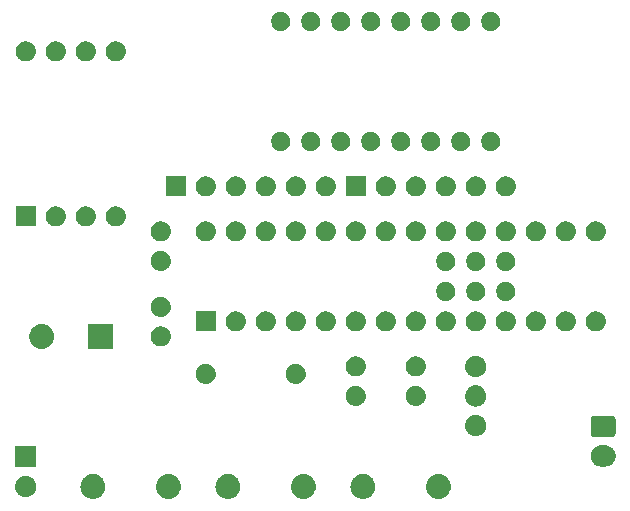
<source format=gbs>
G04 #@! TF.GenerationSoftware,KiCad,Pcbnew,5.99.0-unknown-r17607-a0698723*
G04 #@! TF.CreationDate,2020-04-07T13:45:43-05:00*
G04 #@! TF.ProjectId,pcb_proto,7063625f-7072-46f7-946f-2e6b69636164,rev?*
G04 #@! TF.SameCoordinates,Original*
G04 #@! TF.FileFunction,Soldermask,Bot*
G04 #@! TF.FilePolarity,Negative*
%FSLAX46Y46*%
G04 Gerber Fmt 4.6, Leading zero omitted, Abs format (unit mm)*
G04 Created by KiCad (PCBNEW 5.99.0-unknown-r17607-a0698723) date 2020-04-07 13:45:43*
%MOMM*%
%LPD*%
G01*
G04 APERTURE LIST*
G04 APERTURE END LIST*
G36*
X131529139Y-100549342D02*
G01*
X131580391Y-100549700D01*
X131630592Y-100560005D01*
X131675921Y-100564769D01*
X131725849Y-100579559D01*
X131782293Y-100591145D01*
X131823643Y-100608527D01*
X131861126Y-100619630D01*
X131913310Y-100646219D01*
X131972300Y-100671016D01*
X132004181Y-100692520D01*
X132033239Y-100707326D01*
X132084895Y-100746963D01*
X132143174Y-100786273D01*
X132165742Y-100808999D01*
X132186479Y-100824911D01*
X132234446Y-100878184D01*
X132288407Y-100932523D01*
X132302580Y-100953855D01*
X132315732Y-100968462D01*
X132356673Y-101035271D01*
X132402468Y-101104198D01*
X132409774Y-101121924D01*
X132416659Y-101133159D01*
X132447227Y-101212791D01*
X132481011Y-101294758D01*
X132483483Y-101307242D01*
X132485882Y-101313492D01*
X132502877Y-101405190D01*
X132521045Y-101496944D01*
X132517757Y-101732363D01*
X132514353Y-101747347D01*
X132514203Y-101753066D01*
X132492784Y-101842285D01*
X132472094Y-101933352D01*
X132469548Y-101939071D01*
X132469497Y-101939282D01*
X132390930Y-102115745D01*
X132390810Y-102115919D01*
X132388261Y-102121645D01*
X132334384Y-102198021D01*
X132281524Y-102274932D01*
X132276786Y-102279670D01*
X132269451Y-102290068D01*
X132205258Y-102351198D01*
X132144932Y-102411524D01*
X132134070Y-102418989D01*
X132120191Y-102432206D01*
X132050349Y-102476529D01*
X131985745Y-102520930D01*
X131967781Y-102528928D01*
X131946165Y-102542646D01*
X131874788Y-102570332D01*
X131809282Y-102599497D01*
X131783863Y-102605599D01*
X131754002Y-102617182D01*
X131684772Y-102629389D01*
X131621462Y-102644588D01*
X131588890Y-102646295D01*
X131551022Y-102652972D01*
X131487047Y-102651632D01*
X131428562Y-102654697D01*
X131389812Y-102649596D01*
X131344955Y-102648656D01*
X131288658Y-102636278D01*
X131237049Y-102629484D01*
X131193715Y-102615404D01*
X131143652Y-102604397D01*
X131096680Y-102583875D01*
X131053342Y-102569794D01*
X131007590Y-102544953D01*
X130954779Y-102521880D01*
X130917942Y-102496278D01*
X130883588Y-102477625D01*
X130838070Y-102440765D01*
X130785530Y-102404249D01*
X130758819Y-102376589D01*
X130733479Y-102356069D01*
X130691204Y-102306572D01*
X130642353Y-102255985D01*
X130624997Y-102229054D01*
X130608024Y-102209181D01*
X130572176Y-102147092D01*
X130530701Y-102082734D01*
X130521277Y-102058932D01*
X130511443Y-102041899D01*
X130485273Y-101967997D01*
X130454826Y-101891096D01*
X130451366Y-101872245D01*
X130446966Y-101859819D01*
X130433619Y-101775547D01*
X130417619Y-101688371D01*
X130417797Y-101675649D01*
X130416749Y-101669034D01*
X130419192Y-101575694D01*
X130420497Y-101482279D01*
X130421798Y-101476157D01*
X130421804Y-101475936D01*
X130461965Y-101286999D01*
X130462047Y-101286800D01*
X130463350Y-101280672D01*
X130500167Y-101194771D01*
X130535886Y-101108538D01*
X130539534Y-101102920D01*
X130544546Y-101091227D01*
X130594610Y-101018111D01*
X130641090Y-100946537D01*
X130650166Y-100936973D01*
X130660992Y-100921162D01*
X130720082Y-100863296D01*
X130774053Y-100806423D01*
X130789964Y-100794863D01*
X130808253Y-100776953D01*
X130872313Y-100735033D01*
X130930323Y-100692887D01*
X130953918Y-100681633D01*
X130980720Y-100664094D01*
X131045896Y-100637761D01*
X131104666Y-100609729D01*
X131136171Y-100601287D01*
X131171823Y-100586883D01*
X131234682Y-100574892D01*
X131291249Y-100559735D01*
X131330210Y-100556669D01*
X131374284Y-100548261D01*
X131431923Y-100548663D01*
X131483819Y-100544579D01*
X131529139Y-100549342D01*
G37*
G36*
X125129139Y-100549342D02*
G01*
X125180391Y-100549700D01*
X125230592Y-100560005D01*
X125275921Y-100564769D01*
X125325849Y-100579559D01*
X125382293Y-100591145D01*
X125423643Y-100608527D01*
X125461126Y-100619630D01*
X125513310Y-100646219D01*
X125572300Y-100671016D01*
X125604181Y-100692520D01*
X125633239Y-100707326D01*
X125684895Y-100746963D01*
X125743174Y-100786273D01*
X125765742Y-100808999D01*
X125786479Y-100824911D01*
X125834446Y-100878184D01*
X125888407Y-100932523D01*
X125902580Y-100953855D01*
X125915732Y-100968462D01*
X125956673Y-101035271D01*
X126002468Y-101104198D01*
X126009774Y-101121924D01*
X126016659Y-101133159D01*
X126047227Y-101212791D01*
X126081011Y-101294758D01*
X126083483Y-101307242D01*
X126085882Y-101313492D01*
X126102877Y-101405190D01*
X126121045Y-101496944D01*
X126117757Y-101732363D01*
X126114353Y-101747347D01*
X126114203Y-101753066D01*
X126092784Y-101842285D01*
X126072094Y-101933352D01*
X126069548Y-101939071D01*
X126069497Y-101939282D01*
X125990930Y-102115745D01*
X125990810Y-102115919D01*
X125988261Y-102121645D01*
X125934384Y-102198021D01*
X125881524Y-102274932D01*
X125876786Y-102279670D01*
X125869451Y-102290068D01*
X125805258Y-102351198D01*
X125744932Y-102411524D01*
X125734070Y-102418989D01*
X125720191Y-102432206D01*
X125650349Y-102476529D01*
X125585745Y-102520930D01*
X125567781Y-102528928D01*
X125546165Y-102542646D01*
X125474788Y-102570332D01*
X125409282Y-102599497D01*
X125383863Y-102605599D01*
X125354002Y-102617182D01*
X125284772Y-102629389D01*
X125221462Y-102644588D01*
X125188890Y-102646295D01*
X125151022Y-102652972D01*
X125087047Y-102651632D01*
X125028562Y-102654697D01*
X124989812Y-102649596D01*
X124944955Y-102648656D01*
X124888658Y-102636278D01*
X124837049Y-102629484D01*
X124793715Y-102615404D01*
X124743652Y-102604397D01*
X124696680Y-102583875D01*
X124653342Y-102569794D01*
X124607590Y-102544953D01*
X124554779Y-102521880D01*
X124517942Y-102496278D01*
X124483588Y-102477625D01*
X124438070Y-102440765D01*
X124385530Y-102404249D01*
X124358819Y-102376589D01*
X124333479Y-102356069D01*
X124291204Y-102306572D01*
X124242353Y-102255985D01*
X124224997Y-102229054D01*
X124208024Y-102209181D01*
X124172176Y-102147092D01*
X124130701Y-102082734D01*
X124121277Y-102058932D01*
X124111443Y-102041899D01*
X124085273Y-101967997D01*
X124054826Y-101891096D01*
X124051366Y-101872245D01*
X124046966Y-101859819D01*
X124033619Y-101775547D01*
X124017619Y-101688371D01*
X124017797Y-101675649D01*
X124016749Y-101669034D01*
X124019192Y-101575694D01*
X124020497Y-101482279D01*
X124021798Y-101476157D01*
X124021804Y-101475936D01*
X124061965Y-101286999D01*
X124062047Y-101286800D01*
X124063350Y-101280672D01*
X124100167Y-101194771D01*
X124135886Y-101108538D01*
X124139534Y-101102920D01*
X124144546Y-101091227D01*
X124194610Y-101018111D01*
X124241090Y-100946537D01*
X124250166Y-100936973D01*
X124260992Y-100921162D01*
X124320082Y-100863296D01*
X124374053Y-100806423D01*
X124389964Y-100794863D01*
X124408253Y-100776953D01*
X124472313Y-100735033D01*
X124530323Y-100692887D01*
X124553918Y-100681633D01*
X124580720Y-100664094D01*
X124645896Y-100637761D01*
X124704666Y-100609729D01*
X124736171Y-100601287D01*
X124771823Y-100586883D01*
X124834682Y-100574892D01*
X124891249Y-100559735D01*
X124930210Y-100556669D01*
X124974284Y-100548261D01*
X125031923Y-100548663D01*
X125083819Y-100544579D01*
X125129139Y-100549342D01*
G37*
G36*
X136559139Y-100549342D02*
G01*
X136610391Y-100549700D01*
X136660592Y-100560005D01*
X136705921Y-100564769D01*
X136755849Y-100579559D01*
X136812293Y-100591145D01*
X136853643Y-100608527D01*
X136891126Y-100619630D01*
X136943310Y-100646219D01*
X137002300Y-100671016D01*
X137034181Y-100692520D01*
X137063239Y-100707326D01*
X137114895Y-100746963D01*
X137173174Y-100786273D01*
X137195742Y-100808999D01*
X137216479Y-100824911D01*
X137264446Y-100878184D01*
X137318407Y-100932523D01*
X137332580Y-100953855D01*
X137345732Y-100968462D01*
X137386673Y-101035271D01*
X137432468Y-101104198D01*
X137439774Y-101121924D01*
X137446659Y-101133159D01*
X137477227Y-101212791D01*
X137511011Y-101294758D01*
X137513483Y-101307242D01*
X137515882Y-101313492D01*
X137532877Y-101405190D01*
X137551045Y-101496944D01*
X137547757Y-101732363D01*
X137544353Y-101747347D01*
X137544203Y-101753066D01*
X137522784Y-101842285D01*
X137502094Y-101933352D01*
X137499548Y-101939071D01*
X137499497Y-101939282D01*
X137420930Y-102115745D01*
X137420810Y-102115919D01*
X137418261Y-102121645D01*
X137364384Y-102198021D01*
X137311524Y-102274932D01*
X137306786Y-102279670D01*
X137299451Y-102290068D01*
X137235258Y-102351198D01*
X137174932Y-102411524D01*
X137164070Y-102418989D01*
X137150191Y-102432206D01*
X137080349Y-102476529D01*
X137015745Y-102520930D01*
X136997781Y-102528928D01*
X136976165Y-102542646D01*
X136904788Y-102570332D01*
X136839282Y-102599497D01*
X136813863Y-102605599D01*
X136784002Y-102617182D01*
X136714772Y-102629389D01*
X136651462Y-102644588D01*
X136618890Y-102646295D01*
X136581022Y-102652972D01*
X136517047Y-102651632D01*
X136458562Y-102654697D01*
X136419812Y-102649596D01*
X136374955Y-102648656D01*
X136318658Y-102636278D01*
X136267049Y-102629484D01*
X136223715Y-102615404D01*
X136173652Y-102604397D01*
X136126680Y-102583875D01*
X136083342Y-102569794D01*
X136037590Y-102544953D01*
X135984779Y-102521880D01*
X135947942Y-102496278D01*
X135913588Y-102477625D01*
X135868070Y-102440765D01*
X135815530Y-102404249D01*
X135788819Y-102376589D01*
X135763479Y-102356069D01*
X135721204Y-102306572D01*
X135672353Y-102255985D01*
X135654997Y-102229054D01*
X135638024Y-102209181D01*
X135602176Y-102147092D01*
X135560701Y-102082734D01*
X135551277Y-102058932D01*
X135541443Y-102041899D01*
X135515273Y-101967997D01*
X135484826Y-101891096D01*
X135481366Y-101872245D01*
X135476966Y-101859819D01*
X135463619Y-101775547D01*
X135447619Y-101688371D01*
X135447797Y-101675649D01*
X135446749Y-101669034D01*
X135449192Y-101575694D01*
X135450497Y-101482279D01*
X135451798Y-101476157D01*
X135451804Y-101475936D01*
X135491965Y-101286999D01*
X135492047Y-101286800D01*
X135493350Y-101280672D01*
X135530167Y-101194771D01*
X135565886Y-101108538D01*
X135569534Y-101102920D01*
X135574546Y-101091227D01*
X135624610Y-101018111D01*
X135671090Y-100946537D01*
X135680166Y-100936973D01*
X135690992Y-100921162D01*
X135750082Y-100863296D01*
X135804053Y-100806423D01*
X135819964Y-100794863D01*
X135838253Y-100776953D01*
X135902313Y-100735033D01*
X135960323Y-100692887D01*
X135983918Y-100681633D01*
X136010720Y-100664094D01*
X136075896Y-100637761D01*
X136134666Y-100609729D01*
X136166171Y-100601287D01*
X136201823Y-100586883D01*
X136264682Y-100574892D01*
X136321249Y-100559735D01*
X136360210Y-100556669D01*
X136404284Y-100548261D01*
X136461923Y-100548663D01*
X136513819Y-100544579D01*
X136559139Y-100549342D01*
G37*
G36*
X154389139Y-100549342D02*
G01*
X154440391Y-100549700D01*
X154490592Y-100560005D01*
X154535921Y-100564769D01*
X154585849Y-100579559D01*
X154642293Y-100591145D01*
X154683643Y-100608527D01*
X154721126Y-100619630D01*
X154773310Y-100646219D01*
X154832300Y-100671016D01*
X154864181Y-100692520D01*
X154893239Y-100707326D01*
X154944895Y-100746963D01*
X155003174Y-100786273D01*
X155025742Y-100808999D01*
X155046479Y-100824911D01*
X155094446Y-100878184D01*
X155148407Y-100932523D01*
X155162580Y-100953855D01*
X155175732Y-100968462D01*
X155216673Y-101035271D01*
X155262468Y-101104198D01*
X155269774Y-101121924D01*
X155276659Y-101133159D01*
X155307227Y-101212791D01*
X155341011Y-101294758D01*
X155343483Y-101307242D01*
X155345882Y-101313492D01*
X155362877Y-101405190D01*
X155381045Y-101496944D01*
X155377757Y-101732363D01*
X155374353Y-101747347D01*
X155374203Y-101753066D01*
X155352784Y-101842285D01*
X155332094Y-101933352D01*
X155329548Y-101939071D01*
X155329497Y-101939282D01*
X155250930Y-102115745D01*
X155250810Y-102115919D01*
X155248261Y-102121645D01*
X155194384Y-102198021D01*
X155141524Y-102274932D01*
X155136786Y-102279670D01*
X155129451Y-102290068D01*
X155065258Y-102351198D01*
X155004932Y-102411524D01*
X154994070Y-102418989D01*
X154980191Y-102432206D01*
X154910349Y-102476529D01*
X154845745Y-102520930D01*
X154827781Y-102528928D01*
X154806165Y-102542646D01*
X154734788Y-102570332D01*
X154669282Y-102599497D01*
X154643863Y-102605599D01*
X154614002Y-102617182D01*
X154544772Y-102629389D01*
X154481462Y-102644588D01*
X154448890Y-102646295D01*
X154411022Y-102652972D01*
X154347047Y-102651632D01*
X154288562Y-102654697D01*
X154249812Y-102649596D01*
X154204955Y-102648656D01*
X154148658Y-102636278D01*
X154097049Y-102629484D01*
X154053715Y-102615404D01*
X154003652Y-102604397D01*
X153956680Y-102583875D01*
X153913342Y-102569794D01*
X153867590Y-102544953D01*
X153814779Y-102521880D01*
X153777942Y-102496278D01*
X153743588Y-102477625D01*
X153698070Y-102440765D01*
X153645530Y-102404249D01*
X153618819Y-102376589D01*
X153593479Y-102356069D01*
X153551204Y-102306572D01*
X153502353Y-102255985D01*
X153484997Y-102229054D01*
X153468024Y-102209181D01*
X153432176Y-102147092D01*
X153390701Y-102082734D01*
X153381277Y-102058932D01*
X153371443Y-102041899D01*
X153345273Y-101967997D01*
X153314826Y-101891096D01*
X153311366Y-101872245D01*
X153306966Y-101859819D01*
X153293619Y-101775547D01*
X153277619Y-101688371D01*
X153277797Y-101675649D01*
X153276749Y-101669034D01*
X153279192Y-101575694D01*
X153280497Y-101482279D01*
X153281798Y-101476157D01*
X153281804Y-101475936D01*
X153321965Y-101286999D01*
X153322047Y-101286800D01*
X153323350Y-101280672D01*
X153360167Y-101194771D01*
X153395886Y-101108538D01*
X153399534Y-101102920D01*
X153404546Y-101091227D01*
X153454610Y-101018111D01*
X153501090Y-100946537D01*
X153510166Y-100936973D01*
X153520992Y-100921162D01*
X153580082Y-100863296D01*
X153634053Y-100806423D01*
X153649964Y-100794863D01*
X153668253Y-100776953D01*
X153732313Y-100735033D01*
X153790323Y-100692887D01*
X153813918Y-100681633D01*
X153840720Y-100664094D01*
X153905896Y-100637761D01*
X153964666Y-100609729D01*
X153996171Y-100601287D01*
X154031823Y-100586883D01*
X154094682Y-100574892D01*
X154151249Y-100559735D01*
X154190210Y-100556669D01*
X154234284Y-100548261D01*
X154291923Y-100548663D01*
X154343819Y-100544579D01*
X154389139Y-100549342D01*
G37*
G36*
X147989139Y-100549342D02*
G01*
X148040391Y-100549700D01*
X148090592Y-100560005D01*
X148135921Y-100564769D01*
X148185849Y-100579559D01*
X148242293Y-100591145D01*
X148283643Y-100608527D01*
X148321126Y-100619630D01*
X148373310Y-100646219D01*
X148432300Y-100671016D01*
X148464181Y-100692520D01*
X148493239Y-100707326D01*
X148544895Y-100746963D01*
X148603174Y-100786273D01*
X148625742Y-100808999D01*
X148646479Y-100824911D01*
X148694446Y-100878184D01*
X148748407Y-100932523D01*
X148762580Y-100953855D01*
X148775732Y-100968462D01*
X148816673Y-101035271D01*
X148862468Y-101104198D01*
X148869774Y-101121924D01*
X148876659Y-101133159D01*
X148907227Y-101212791D01*
X148941011Y-101294758D01*
X148943483Y-101307242D01*
X148945882Y-101313492D01*
X148962877Y-101405190D01*
X148981045Y-101496944D01*
X148977757Y-101732363D01*
X148974353Y-101747347D01*
X148974203Y-101753066D01*
X148952784Y-101842285D01*
X148932094Y-101933352D01*
X148929548Y-101939071D01*
X148929497Y-101939282D01*
X148850930Y-102115745D01*
X148850810Y-102115919D01*
X148848261Y-102121645D01*
X148794384Y-102198021D01*
X148741524Y-102274932D01*
X148736786Y-102279670D01*
X148729451Y-102290068D01*
X148665258Y-102351198D01*
X148604932Y-102411524D01*
X148594070Y-102418989D01*
X148580191Y-102432206D01*
X148510349Y-102476529D01*
X148445745Y-102520930D01*
X148427781Y-102528928D01*
X148406165Y-102542646D01*
X148334788Y-102570332D01*
X148269282Y-102599497D01*
X148243863Y-102605599D01*
X148214002Y-102617182D01*
X148144772Y-102629389D01*
X148081462Y-102644588D01*
X148048890Y-102646295D01*
X148011022Y-102652972D01*
X147947047Y-102651632D01*
X147888562Y-102654697D01*
X147849812Y-102649596D01*
X147804955Y-102648656D01*
X147748658Y-102636278D01*
X147697049Y-102629484D01*
X147653715Y-102615404D01*
X147603652Y-102604397D01*
X147556680Y-102583875D01*
X147513342Y-102569794D01*
X147467590Y-102544953D01*
X147414779Y-102521880D01*
X147377942Y-102496278D01*
X147343588Y-102477625D01*
X147298070Y-102440765D01*
X147245530Y-102404249D01*
X147218819Y-102376589D01*
X147193479Y-102356069D01*
X147151204Y-102306572D01*
X147102353Y-102255985D01*
X147084997Y-102229054D01*
X147068024Y-102209181D01*
X147032176Y-102147092D01*
X146990701Y-102082734D01*
X146981277Y-102058932D01*
X146971443Y-102041899D01*
X146945273Y-101967997D01*
X146914826Y-101891096D01*
X146911366Y-101872245D01*
X146906966Y-101859819D01*
X146893619Y-101775547D01*
X146877619Y-101688371D01*
X146877797Y-101675649D01*
X146876749Y-101669034D01*
X146879192Y-101575694D01*
X146880497Y-101482279D01*
X146881798Y-101476157D01*
X146881804Y-101475936D01*
X146921965Y-101286999D01*
X146922047Y-101286800D01*
X146923350Y-101280672D01*
X146960167Y-101194771D01*
X146995886Y-101108538D01*
X146999534Y-101102920D01*
X147004546Y-101091227D01*
X147054610Y-101018111D01*
X147101090Y-100946537D01*
X147110166Y-100936973D01*
X147120992Y-100921162D01*
X147180082Y-100863296D01*
X147234053Y-100806423D01*
X147249964Y-100794863D01*
X147268253Y-100776953D01*
X147332313Y-100735033D01*
X147390323Y-100692887D01*
X147413918Y-100681633D01*
X147440720Y-100664094D01*
X147505896Y-100637761D01*
X147564666Y-100609729D01*
X147596171Y-100601287D01*
X147631823Y-100586883D01*
X147694682Y-100574892D01*
X147751249Y-100559735D01*
X147790210Y-100556669D01*
X147834284Y-100548261D01*
X147891923Y-100548663D01*
X147943819Y-100544579D01*
X147989139Y-100549342D01*
G37*
G36*
X142959139Y-100549342D02*
G01*
X143010391Y-100549700D01*
X143060592Y-100560005D01*
X143105921Y-100564769D01*
X143155849Y-100579559D01*
X143212293Y-100591145D01*
X143253643Y-100608527D01*
X143291126Y-100619630D01*
X143343310Y-100646219D01*
X143402300Y-100671016D01*
X143434181Y-100692520D01*
X143463239Y-100707326D01*
X143514895Y-100746963D01*
X143573174Y-100786273D01*
X143595742Y-100808999D01*
X143616479Y-100824911D01*
X143664446Y-100878184D01*
X143718407Y-100932523D01*
X143732580Y-100953855D01*
X143745732Y-100968462D01*
X143786673Y-101035271D01*
X143832468Y-101104198D01*
X143839774Y-101121924D01*
X143846659Y-101133159D01*
X143877227Y-101212791D01*
X143911011Y-101294758D01*
X143913483Y-101307242D01*
X143915882Y-101313492D01*
X143932877Y-101405190D01*
X143951045Y-101496944D01*
X143947757Y-101732363D01*
X143944353Y-101747347D01*
X143944203Y-101753066D01*
X143922784Y-101842285D01*
X143902094Y-101933352D01*
X143899548Y-101939071D01*
X143899497Y-101939282D01*
X143820930Y-102115745D01*
X143820810Y-102115919D01*
X143818261Y-102121645D01*
X143764384Y-102198021D01*
X143711524Y-102274932D01*
X143706786Y-102279670D01*
X143699451Y-102290068D01*
X143635258Y-102351198D01*
X143574932Y-102411524D01*
X143564070Y-102418989D01*
X143550191Y-102432206D01*
X143480349Y-102476529D01*
X143415745Y-102520930D01*
X143397781Y-102528928D01*
X143376165Y-102542646D01*
X143304788Y-102570332D01*
X143239282Y-102599497D01*
X143213863Y-102605599D01*
X143184002Y-102617182D01*
X143114772Y-102629389D01*
X143051462Y-102644588D01*
X143018890Y-102646295D01*
X142981022Y-102652972D01*
X142917047Y-102651632D01*
X142858562Y-102654697D01*
X142819812Y-102649596D01*
X142774955Y-102648656D01*
X142718658Y-102636278D01*
X142667049Y-102629484D01*
X142623715Y-102615404D01*
X142573652Y-102604397D01*
X142526680Y-102583875D01*
X142483342Y-102569794D01*
X142437590Y-102544953D01*
X142384779Y-102521880D01*
X142347942Y-102496278D01*
X142313588Y-102477625D01*
X142268070Y-102440765D01*
X142215530Y-102404249D01*
X142188819Y-102376589D01*
X142163479Y-102356069D01*
X142121204Y-102306572D01*
X142072353Y-102255985D01*
X142054997Y-102229054D01*
X142038024Y-102209181D01*
X142002176Y-102147092D01*
X141960701Y-102082734D01*
X141951277Y-102058932D01*
X141941443Y-102041899D01*
X141915273Y-101967997D01*
X141884826Y-101891096D01*
X141881366Y-101872245D01*
X141876966Y-101859819D01*
X141863619Y-101775547D01*
X141847619Y-101688371D01*
X141847797Y-101675649D01*
X141846749Y-101669034D01*
X141849192Y-101575694D01*
X141850497Y-101482279D01*
X141851798Y-101476157D01*
X141851804Y-101475936D01*
X141891965Y-101286999D01*
X141892047Y-101286800D01*
X141893350Y-101280672D01*
X141930167Y-101194771D01*
X141965886Y-101108538D01*
X141969534Y-101102920D01*
X141974546Y-101091227D01*
X142024610Y-101018111D01*
X142071090Y-100946537D01*
X142080166Y-100936973D01*
X142090992Y-100921162D01*
X142150082Y-100863296D01*
X142204053Y-100806423D01*
X142219964Y-100794863D01*
X142238253Y-100776953D01*
X142302313Y-100735033D01*
X142360323Y-100692887D01*
X142383918Y-100681633D01*
X142410720Y-100664094D01*
X142475896Y-100637761D01*
X142534666Y-100609729D01*
X142566171Y-100601287D01*
X142601823Y-100586883D01*
X142664682Y-100574892D01*
X142721249Y-100559735D01*
X142760210Y-100556669D01*
X142804284Y-100548261D01*
X142861923Y-100548663D01*
X142913819Y-100544579D01*
X142959139Y-100549342D01*
G37*
G36*
X119429902Y-100699283D02*
G01*
X119474637Y-100699595D01*
X119518460Y-100708590D01*
X119568360Y-100713835D01*
X119610132Y-100727408D01*
X119647723Y-100735124D01*
X119694851Y-100754935D01*
X119748488Y-100772363D01*
X119781099Y-100791191D01*
X119810614Y-100803598D01*
X119858301Y-100835763D01*
X119912511Y-100867061D01*
X119935826Y-100888054D01*
X119957101Y-100902404D01*
X120002183Y-100947802D01*
X120053261Y-100993793D01*
X120068003Y-101014083D01*
X120081608Y-101027784D01*
X120120643Y-101086537D01*
X120164586Y-101147019D01*
X120172221Y-101164168D01*
X120179388Y-101174955D01*
X120208865Y-101246472D01*
X120241621Y-101320042D01*
X120244211Y-101332225D01*
X120246724Y-101338323D01*
X120263292Y-101421997D01*
X120280999Y-101505301D01*
X120280999Y-101694699D01*
X120278115Y-101708269D01*
X120278030Y-101714331D01*
X120259342Y-101796585D01*
X120241621Y-101879958D01*
X120239129Y-101885555D01*
X120239078Y-101885780D01*
X120167210Y-102047197D01*
X120167078Y-102047385D01*
X120164586Y-102052981D01*
X120114480Y-102121946D01*
X120065357Y-102191582D01*
X120060585Y-102196126D01*
X120053261Y-102206207D01*
X119993396Y-102260110D01*
X119937396Y-102313438D01*
X119926464Y-102320376D01*
X119912511Y-102332939D01*
X119847764Y-102370321D01*
X119788211Y-102408114D01*
X119770209Y-102415097D01*
X119748488Y-102427637D01*
X119683115Y-102448878D01*
X119623468Y-102472014D01*
X119598200Y-102476469D01*
X119568360Y-102486165D01*
X119506095Y-102492709D01*
X119449460Y-102502695D01*
X119417459Y-102502025D01*
X119380000Y-102505962D01*
X119323902Y-102500066D01*
X119272799Y-102498996D01*
X119235323Y-102490756D01*
X119191640Y-102486165D01*
X119143917Y-102470659D01*
X119100225Y-102461052D01*
X119059230Y-102443142D01*
X119011512Y-102427637D01*
X118973473Y-102405675D01*
X118938310Y-102390313D01*
X118896337Y-102361141D01*
X118847489Y-102332939D01*
X118819504Y-102307741D01*
X118793215Y-102289470D01*
X118753257Y-102248092D01*
X118706739Y-102206207D01*
X118688296Y-102180823D01*
X118670473Y-102162366D01*
X118635821Y-102108597D01*
X118595414Y-102052981D01*
X118585212Y-102030066D01*
X118574754Y-102013839D01*
X118548789Y-101948261D01*
X118518379Y-101879958D01*
X118514476Y-101861596D01*
X118509707Y-101849551D01*
X118495740Y-101773448D01*
X118479001Y-101694699D01*
X118479001Y-101682246D01*
X118477811Y-101675762D01*
X118479001Y-101590535D01*
X118479001Y-101505301D01*
X118480275Y-101499308D01*
X118480278Y-101499077D01*
X118517015Y-101326246D01*
X118517105Y-101326036D01*
X118518379Y-101320042D01*
X118553042Y-101242188D01*
X118586622Y-101163839D01*
X118590348Y-101158397D01*
X118595414Y-101147019D01*
X118642746Y-101081872D01*
X118686452Y-101018041D01*
X118695706Y-101008979D01*
X118706739Y-100993793D01*
X118762297Y-100943769D01*
X118812693Y-100894417D01*
X118828848Y-100883846D01*
X118847489Y-100867061D01*
X118907026Y-100832687D01*
X118960551Y-100797662D01*
X118984340Y-100788050D01*
X119011512Y-100772363D01*
X119071045Y-100753019D01*
X119124376Y-100731472D01*
X119155820Y-100725474D01*
X119191640Y-100713835D01*
X119247744Y-100707938D01*
X119297945Y-100698362D01*
X119336312Y-100698630D01*
X119380000Y-100694038D01*
X119429902Y-100699283D01*
G37*
G36*
X120249899Y-98161959D02*
G01*
X120266769Y-98173231D01*
X120278041Y-98190101D01*
X120284448Y-98222312D01*
X120284448Y-99897688D01*
X120281999Y-99910000D01*
X120278041Y-99929899D01*
X120266769Y-99946769D01*
X120249899Y-99958041D01*
X120230000Y-99961999D01*
X120217688Y-99964448D01*
X118542312Y-99964448D01*
X118510101Y-99958041D01*
X118493231Y-99946769D01*
X118481959Y-99929899D01*
X118475552Y-99897688D01*
X118475552Y-98222312D01*
X118481959Y-98190101D01*
X118493231Y-98173231D01*
X118510101Y-98161959D01*
X118542312Y-98155552D01*
X120217688Y-98155552D01*
X120249899Y-98161959D01*
G37*
G36*
X168613360Y-98133835D02*
G01*
X168694397Y-98160166D01*
X168781663Y-98187848D01*
X168784655Y-98189493D01*
X168793488Y-98192363D01*
X168865466Y-98233919D01*
X168936499Y-98272970D01*
X168943986Y-98279253D01*
X168957511Y-98287061D01*
X169015259Y-98339057D01*
X169071857Y-98386549D01*
X169081962Y-98399118D01*
X169098261Y-98413793D01*
X169140454Y-98471867D01*
X169182579Y-98524260D01*
X169192994Y-98544182D01*
X169209586Y-98567019D01*
X169236297Y-98627012D01*
X169264439Y-98680843D01*
X169272582Y-98708510D01*
X169286621Y-98740042D01*
X169298992Y-98798241D01*
X169314328Y-98850349D01*
X169317518Y-98885401D01*
X169325999Y-98925301D01*
X169325999Y-98978592D01*
X169330343Y-99026324D01*
X169325999Y-99067653D01*
X169325999Y-99114699D01*
X169316217Y-99160721D01*
X169311873Y-99202047D01*
X169297702Y-99247827D01*
X169286621Y-99299958D01*
X169270028Y-99337226D01*
X169259622Y-99370843D01*
X169233789Y-99418620D01*
X169209586Y-99472981D01*
X169189298Y-99500905D01*
X169175580Y-99526276D01*
X169136859Y-99573082D01*
X169098261Y-99626207D01*
X169077284Y-99645095D01*
X169062952Y-99662419D01*
X169010845Y-99704917D01*
X168957511Y-99752939D01*
X168938524Y-99763901D01*
X168926025Y-99774095D01*
X168860780Y-99808786D01*
X168793488Y-99847637D01*
X168778636Y-99852463D01*
X168770003Y-99857053D01*
X168692430Y-99880473D01*
X168613360Y-99906165D01*
X168604114Y-99907137D01*
X168600851Y-99908122D01*
X168509710Y-99917059D01*
X168472211Y-99921000D01*
X168077789Y-99921000D01*
X167936640Y-99906165D01*
X167855603Y-99879834D01*
X167768337Y-99852152D01*
X167765345Y-99850507D01*
X167756512Y-99847637D01*
X167684534Y-99806081D01*
X167613501Y-99767030D01*
X167606014Y-99760747D01*
X167592489Y-99752939D01*
X167534741Y-99700943D01*
X167478143Y-99653451D01*
X167468038Y-99640882D01*
X167451739Y-99626207D01*
X167409546Y-99568133D01*
X167367421Y-99515740D01*
X167357006Y-99495818D01*
X167340414Y-99472981D01*
X167313703Y-99412988D01*
X167285561Y-99359157D01*
X167277418Y-99331490D01*
X167263379Y-99299958D01*
X167251008Y-99241759D01*
X167235672Y-99189651D01*
X167232482Y-99154599D01*
X167224001Y-99114699D01*
X167224001Y-99061408D01*
X167219657Y-99013676D01*
X167224001Y-98972347D01*
X167224001Y-98925301D01*
X167233783Y-98879279D01*
X167238127Y-98837953D01*
X167252298Y-98792173D01*
X167263379Y-98740042D01*
X167279972Y-98702774D01*
X167290378Y-98669157D01*
X167316211Y-98621380D01*
X167340414Y-98567019D01*
X167360702Y-98539095D01*
X167374420Y-98513724D01*
X167413141Y-98466918D01*
X167451739Y-98413793D01*
X167472716Y-98394905D01*
X167487048Y-98377581D01*
X167539155Y-98335083D01*
X167592489Y-98287061D01*
X167611476Y-98276099D01*
X167623975Y-98265905D01*
X167689220Y-98231214D01*
X167756512Y-98192363D01*
X167771364Y-98187537D01*
X167779997Y-98182947D01*
X167857570Y-98159527D01*
X167936640Y-98133835D01*
X167945886Y-98132863D01*
X167949149Y-98131878D01*
X168040290Y-98122941D01*
X168077789Y-98119000D01*
X168472211Y-98119000D01*
X168613360Y-98133835D01*
G37*
G36*
X169111756Y-95631764D02*
G01*
X169123228Y-95637289D01*
X169131286Y-95638795D01*
X169148543Y-95649480D01*
X169193638Y-95671197D01*
X169213738Y-95689847D01*
X169226964Y-95698036D01*
X169237264Y-95711676D01*
X169260265Y-95733017D01*
X169282617Y-95771732D01*
X169294781Y-95787840D01*
X169296750Y-95796212D01*
X169304506Y-95809646D01*
X169323419Y-95909603D01*
X169326883Y-95924331D01*
X169326883Y-95927910D01*
X169328194Y-95934839D01*
X169328194Y-97107516D01*
X169313236Y-97206756D01*
X169307711Y-97218228D01*
X169306205Y-97226286D01*
X169295520Y-97243543D01*
X169273803Y-97288638D01*
X169255153Y-97308738D01*
X169246964Y-97321964D01*
X169233324Y-97332264D01*
X169211983Y-97355265D01*
X169173268Y-97377617D01*
X169157160Y-97389781D01*
X169148788Y-97391750D01*
X169135354Y-97399506D01*
X169035397Y-97418419D01*
X169020669Y-97421883D01*
X169017090Y-97421883D01*
X169010161Y-97423194D01*
X167537484Y-97423194D01*
X167438244Y-97408236D01*
X167426772Y-97402711D01*
X167418714Y-97401205D01*
X167401457Y-97390520D01*
X167356362Y-97368803D01*
X167336262Y-97350153D01*
X167323036Y-97341964D01*
X167312736Y-97328324D01*
X167289735Y-97306983D01*
X167267383Y-97268268D01*
X167255219Y-97252160D01*
X167253250Y-97243788D01*
X167245494Y-97230354D01*
X167226581Y-97130397D01*
X167223117Y-97115669D01*
X167223117Y-97112090D01*
X167221806Y-97105161D01*
X167221806Y-95932484D01*
X167236764Y-95833244D01*
X167242289Y-95821772D01*
X167243795Y-95813714D01*
X167254480Y-95796457D01*
X167276197Y-95751362D01*
X167294847Y-95731262D01*
X167303036Y-95718036D01*
X167316676Y-95707736D01*
X167338017Y-95684735D01*
X167376732Y-95662383D01*
X167392840Y-95650219D01*
X167401212Y-95648250D01*
X167414646Y-95640494D01*
X167514603Y-95621581D01*
X167529331Y-95618117D01*
X167532910Y-95618117D01*
X167539839Y-95616806D01*
X169012516Y-95616806D01*
X169111756Y-95631764D01*
G37*
G36*
X157529902Y-95539283D02*
G01*
X157574637Y-95539595D01*
X157618460Y-95548590D01*
X157668360Y-95553835D01*
X157710132Y-95567408D01*
X157747723Y-95575124D01*
X157794851Y-95594935D01*
X157848488Y-95612363D01*
X157881099Y-95631191D01*
X157910614Y-95643598D01*
X157958301Y-95675763D01*
X158012511Y-95707061D01*
X158035826Y-95728054D01*
X158057101Y-95742404D01*
X158102183Y-95787802D01*
X158153261Y-95833793D01*
X158168003Y-95854083D01*
X158181608Y-95867784D01*
X158220643Y-95926537D01*
X158264586Y-95987019D01*
X158272221Y-96004168D01*
X158279388Y-96014955D01*
X158308865Y-96086472D01*
X158341621Y-96160042D01*
X158344211Y-96172225D01*
X158346724Y-96178323D01*
X158363292Y-96261997D01*
X158380999Y-96345301D01*
X158380999Y-96534699D01*
X158378115Y-96548269D01*
X158378030Y-96554331D01*
X158359342Y-96636585D01*
X158341621Y-96719958D01*
X158339129Y-96725555D01*
X158339078Y-96725780D01*
X158267210Y-96887197D01*
X158267078Y-96887385D01*
X158264586Y-96892981D01*
X158214480Y-96961946D01*
X158165357Y-97031582D01*
X158160585Y-97036126D01*
X158153261Y-97046207D01*
X158093396Y-97100110D01*
X158037396Y-97153438D01*
X158026464Y-97160376D01*
X158012511Y-97172939D01*
X157947764Y-97210321D01*
X157888211Y-97248114D01*
X157870209Y-97255097D01*
X157848488Y-97267637D01*
X157783115Y-97288878D01*
X157723468Y-97312014D01*
X157698200Y-97316469D01*
X157668360Y-97326165D01*
X157606095Y-97332709D01*
X157549460Y-97342695D01*
X157517459Y-97342025D01*
X157480000Y-97345962D01*
X157423902Y-97340066D01*
X157372799Y-97338996D01*
X157335323Y-97330756D01*
X157291640Y-97326165D01*
X157243917Y-97310659D01*
X157200225Y-97301052D01*
X157159230Y-97283142D01*
X157111512Y-97267637D01*
X157073473Y-97245675D01*
X157038310Y-97230313D01*
X156996337Y-97201141D01*
X156947489Y-97172939D01*
X156919504Y-97147741D01*
X156893215Y-97129470D01*
X156853257Y-97088092D01*
X156806739Y-97046207D01*
X156788296Y-97020823D01*
X156770473Y-97002366D01*
X156735821Y-96948597D01*
X156695414Y-96892981D01*
X156685212Y-96870066D01*
X156674754Y-96853839D01*
X156648789Y-96788261D01*
X156618379Y-96719958D01*
X156614476Y-96701596D01*
X156609707Y-96689551D01*
X156595740Y-96613448D01*
X156579001Y-96534699D01*
X156579001Y-96522246D01*
X156577811Y-96515762D01*
X156579001Y-96430535D01*
X156579001Y-96345301D01*
X156580275Y-96339308D01*
X156580278Y-96339077D01*
X156617015Y-96166246D01*
X156617105Y-96166036D01*
X156618379Y-96160042D01*
X156653042Y-96082188D01*
X156686622Y-96003839D01*
X156690348Y-95998397D01*
X156695414Y-95987019D01*
X156742746Y-95921872D01*
X156786452Y-95858041D01*
X156795706Y-95848979D01*
X156806739Y-95833793D01*
X156862297Y-95783769D01*
X156912693Y-95734417D01*
X156928848Y-95723846D01*
X156947489Y-95707061D01*
X157007026Y-95672687D01*
X157060551Y-95637662D01*
X157084340Y-95628050D01*
X157111512Y-95612363D01*
X157171045Y-95593019D01*
X157224376Y-95571472D01*
X157255820Y-95565474D01*
X157291640Y-95553835D01*
X157347744Y-95547938D01*
X157397945Y-95538362D01*
X157436312Y-95538630D01*
X157480000Y-95534038D01*
X157529902Y-95539283D01*
G37*
G36*
X157529902Y-93039283D02*
G01*
X157574637Y-93039595D01*
X157618460Y-93048590D01*
X157668360Y-93053835D01*
X157710132Y-93067408D01*
X157747723Y-93075124D01*
X157794851Y-93094935D01*
X157848488Y-93112363D01*
X157881099Y-93131191D01*
X157910614Y-93143598D01*
X157958301Y-93175763D01*
X158012511Y-93207061D01*
X158035826Y-93228054D01*
X158057101Y-93242404D01*
X158102183Y-93287802D01*
X158153261Y-93333793D01*
X158168003Y-93354083D01*
X158181608Y-93367784D01*
X158220643Y-93426537D01*
X158264586Y-93487019D01*
X158272221Y-93504168D01*
X158279388Y-93514955D01*
X158308865Y-93586472D01*
X158341621Y-93660042D01*
X158344211Y-93672225D01*
X158346724Y-93678323D01*
X158363292Y-93761997D01*
X158380999Y-93845301D01*
X158380999Y-94034699D01*
X158378115Y-94048269D01*
X158378030Y-94054331D01*
X158359342Y-94136585D01*
X158341621Y-94219958D01*
X158339129Y-94225555D01*
X158339078Y-94225780D01*
X158267210Y-94387197D01*
X158267078Y-94387385D01*
X158264586Y-94392981D01*
X158214480Y-94461946D01*
X158165357Y-94531582D01*
X158160585Y-94536126D01*
X158153261Y-94546207D01*
X158093396Y-94600110D01*
X158037396Y-94653438D01*
X158026464Y-94660376D01*
X158012511Y-94672939D01*
X157947764Y-94710321D01*
X157888211Y-94748114D01*
X157870209Y-94755097D01*
X157848488Y-94767637D01*
X157783115Y-94788878D01*
X157723468Y-94812014D01*
X157698200Y-94816469D01*
X157668360Y-94826165D01*
X157606095Y-94832709D01*
X157549460Y-94842695D01*
X157517459Y-94842025D01*
X157480000Y-94845962D01*
X157423902Y-94840066D01*
X157372799Y-94838996D01*
X157335323Y-94830756D01*
X157291640Y-94826165D01*
X157243917Y-94810659D01*
X157200225Y-94801052D01*
X157159230Y-94783142D01*
X157111512Y-94767637D01*
X157073473Y-94745675D01*
X157038310Y-94730313D01*
X156996337Y-94701141D01*
X156947489Y-94672939D01*
X156919504Y-94647741D01*
X156893215Y-94629470D01*
X156853257Y-94588092D01*
X156806739Y-94546207D01*
X156788296Y-94520823D01*
X156770473Y-94502366D01*
X156735821Y-94448597D01*
X156695414Y-94392981D01*
X156685212Y-94370066D01*
X156674754Y-94353839D01*
X156648789Y-94288261D01*
X156618379Y-94219958D01*
X156614476Y-94201596D01*
X156609707Y-94189551D01*
X156595740Y-94113448D01*
X156579001Y-94034699D01*
X156579001Y-94022246D01*
X156577811Y-94015762D01*
X156579001Y-93930535D01*
X156579001Y-93845301D01*
X156580275Y-93839308D01*
X156580278Y-93839077D01*
X156617015Y-93666246D01*
X156617105Y-93666036D01*
X156618379Y-93660042D01*
X156653042Y-93582188D01*
X156686622Y-93503839D01*
X156690348Y-93498397D01*
X156695414Y-93487019D01*
X156742746Y-93421872D01*
X156786452Y-93358041D01*
X156795706Y-93348979D01*
X156806739Y-93333793D01*
X156862297Y-93283769D01*
X156912693Y-93234417D01*
X156928848Y-93223846D01*
X156947489Y-93207061D01*
X157007026Y-93172687D01*
X157060551Y-93137662D01*
X157084340Y-93128050D01*
X157111512Y-93112363D01*
X157171045Y-93093019D01*
X157224376Y-93071472D01*
X157255820Y-93065474D01*
X157291640Y-93053835D01*
X157347744Y-93047938D01*
X157397945Y-93038362D01*
X157436312Y-93038630D01*
X157480000Y-93034038D01*
X157529902Y-93039283D01*
G37*
G36*
X152402976Y-93087826D02*
G01*
X152444766Y-93085782D01*
X152489056Y-93092639D01*
X152539810Y-93095476D01*
X152580163Y-93106743D01*
X152615621Y-93112232D01*
X152663204Y-93129928D01*
X152717898Y-93145199D01*
X152749622Y-93162067D01*
X152777659Y-93172494D01*
X152825757Y-93202549D01*
X152881153Y-93232004D01*
X152903968Y-93251421D01*
X152924271Y-93264108D01*
X152969641Y-93307313D01*
X153021961Y-93351841D01*
X153036463Y-93370947D01*
X153049472Y-93383335D01*
X153088616Y-93439655D01*
X153133751Y-93499118D01*
X153141302Y-93515459D01*
X153148142Y-93525301D01*
X153177508Y-93593817D01*
X153211307Y-93666965D01*
X153213885Y-93678692D01*
X153216247Y-93684202D01*
X153232429Y-93763036D01*
X153251011Y-93847551D01*
X153250345Y-94038388D01*
X153231181Y-94122738D01*
X153214443Y-94201485D01*
X153212041Y-94206982D01*
X153209381Y-94218692D01*
X153175069Y-94291609D01*
X153145227Y-94359915D01*
X153138318Y-94369709D01*
X153130655Y-94385994D01*
X153085114Y-94445130D01*
X153045570Y-94501187D01*
X153032472Y-94513487D01*
X153017840Y-94532487D01*
X152965227Y-94576635D01*
X152919544Y-94619534D01*
X152899147Y-94632082D01*
X152876199Y-94651338D01*
X152820600Y-94680405D01*
X152772293Y-94710123D01*
X152744184Y-94720354D01*
X152712341Y-94737001D01*
X152657534Y-94751892D01*
X152609831Y-94769254D01*
X152574340Y-94774495D01*
X152533911Y-94785479D01*
X152483139Y-94787962D01*
X152438803Y-94794509D01*
X152397027Y-94792174D01*
X152349233Y-94794511D01*
X152304992Y-94787028D01*
X152266189Y-94784859D01*
X152219980Y-94772650D01*
X152166923Y-94763676D01*
X152130839Y-94749097D01*
X152099035Y-94740694D01*
X152050897Y-94716799D01*
X151995488Y-94694412D01*
X151968311Y-94675804D01*
X151944182Y-94663826D01*
X151897128Y-94627063D01*
X151842926Y-94589950D01*
X151824469Y-94570295D01*
X151807950Y-94557389D01*
X151765400Y-94507393D01*
X151716354Y-94455164D01*
X151705608Y-94437138D01*
X151695896Y-94425726D01*
X151661401Y-94362981D01*
X151621678Y-94296344D01*
X151616943Y-94282111D01*
X151612610Y-94274229D01*
X151589692Y-94200192D01*
X151563314Y-94120898D01*
X151562372Y-94111934D01*
X151561486Y-94109072D01*
X151553347Y-94026068D01*
X151543987Y-93937012D01*
X151553967Y-93848044D01*
X151562687Y-93765078D01*
X151563593Y-93762220D01*
X151564598Y-93753265D01*
X151591530Y-93674153D01*
X151614963Y-93600281D01*
X151619350Y-93592432D01*
X151624184Y-93578231D01*
X151664382Y-93511857D01*
X151699304Y-93449371D01*
X151709092Y-93438031D01*
X151719967Y-93420075D01*
X151769385Y-93368181D01*
X151812273Y-93318495D01*
X151828879Y-93305707D01*
X151847477Y-93286177D01*
X151901952Y-93249433D01*
X151949250Y-93213009D01*
X151973458Y-93201202D01*
X152000765Y-93182783D01*
X152056319Y-93160787D01*
X152104633Y-93137223D01*
X152136503Y-93129040D01*
X152172679Y-93114717D01*
X152225795Y-93106114D01*
X152272088Y-93094228D01*
X152310903Y-93092330D01*
X152355199Y-93085155D01*
X152402976Y-93087826D01*
G37*
G36*
X147322976Y-93087826D02*
G01*
X147364766Y-93085782D01*
X147409056Y-93092639D01*
X147459810Y-93095476D01*
X147500163Y-93106743D01*
X147535621Y-93112232D01*
X147583204Y-93129928D01*
X147637898Y-93145199D01*
X147669622Y-93162067D01*
X147697659Y-93172494D01*
X147745757Y-93202549D01*
X147801153Y-93232004D01*
X147823968Y-93251421D01*
X147844271Y-93264108D01*
X147889641Y-93307313D01*
X147941961Y-93351841D01*
X147956463Y-93370947D01*
X147969472Y-93383335D01*
X148008616Y-93439655D01*
X148053751Y-93499118D01*
X148061302Y-93515459D01*
X148068142Y-93525301D01*
X148097508Y-93593817D01*
X148131307Y-93666965D01*
X148133885Y-93678692D01*
X148136247Y-93684202D01*
X148152429Y-93763036D01*
X148171011Y-93847551D01*
X148170345Y-94038388D01*
X148151181Y-94122738D01*
X148134443Y-94201485D01*
X148132041Y-94206982D01*
X148129381Y-94218692D01*
X148095069Y-94291609D01*
X148065227Y-94359915D01*
X148058318Y-94369709D01*
X148050655Y-94385994D01*
X148005114Y-94445130D01*
X147965570Y-94501187D01*
X147952472Y-94513487D01*
X147937840Y-94532487D01*
X147885227Y-94576635D01*
X147839544Y-94619534D01*
X147819147Y-94632082D01*
X147796199Y-94651338D01*
X147740600Y-94680405D01*
X147692293Y-94710123D01*
X147664184Y-94720354D01*
X147632341Y-94737001D01*
X147577534Y-94751892D01*
X147529831Y-94769254D01*
X147494340Y-94774495D01*
X147453911Y-94785479D01*
X147403139Y-94787962D01*
X147358803Y-94794509D01*
X147317027Y-94792174D01*
X147269233Y-94794511D01*
X147224992Y-94787028D01*
X147186189Y-94784859D01*
X147139980Y-94772650D01*
X147086923Y-94763676D01*
X147050839Y-94749097D01*
X147019035Y-94740694D01*
X146970897Y-94716799D01*
X146915488Y-94694412D01*
X146888311Y-94675804D01*
X146864182Y-94663826D01*
X146817128Y-94627063D01*
X146762926Y-94589950D01*
X146744469Y-94570295D01*
X146727950Y-94557389D01*
X146685400Y-94507393D01*
X146636354Y-94455164D01*
X146625608Y-94437138D01*
X146615896Y-94425726D01*
X146581401Y-94362981D01*
X146541678Y-94296344D01*
X146536943Y-94282111D01*
X146532610Y-94274229D01*
X146509692Y-94200192D01*
X146483314Y-94120898D01*
X146482372Y-94111934D01*
X146481486Y-94109072D01*
X146473347Y-94026068D01*
X146463987Y-93937012D01*
X146473967Y-93848044D01*
X146482687Y-93765078D01*
X146483593Y-93762220D01*
X146484598Y-93753265D01*
X146511530Y-93674153D01*
X146534963Y-93600281D01*
X146539350Y-93592432D01*
X146544184Y-93578231D01*
X146584382Y-93511857D01*
X146619304Y-93449371D01*
X146629092Y-93438031D01*
X146639967Y-93420075D01*
X146689385Y-93368181D01*
X146732273Y-93318495D01*
X146748879Y-93305707D01*
X146767477Y-93286177D01*
X146821952Y-93249433D01*
X146869250Y-93213009D01*
X146893458Y-93201202D01*
X146920765Y-93182783D01*
X146976319Y-93160787D01*
X147024633Y-93137223D01*
X147056503Y-93129040D01*
X147092679Y-93114717D01*
X147145795Y-93106114D01*
X147192088Y-93094228D01*
X147230903Y-93092330D01*
X147275199Y-93085155D01*
X147322976Y-93087826D01*
G37*
G36*
X142242976Y-91222826D02*
G01*
X142284766Y-91220782D01*
X142329056Y-91227639D01*
X142379810Y-91230476D01*
X142420163Y-91241743D01*
X142455621Y-91247232D01*
X142503204Y-91264928D01*
X142557898Y-91280199D01*
X142589622Y-91297067D01*
X142617659Y-91307494D01*
X142665757Y-91337549D01*
X142721153Y-91367004D01*
X142743968Y-91386421D01*
X142764271Y-91399108D01*
X142809641Y-91442313D01*
X142861961Y-91486841D01*
X142876463Y-91505947D01*
X142889472Y-91518335D01*
X142928616Y-91574655D01*
X142973751Y-91634118D01*
X142981302Y-91650459D01*
X142988142Y-91660301D01*
X143017508Y-91728817D01*
X143051307Y-91801965D01*
X143053885Y-91813692D01*
X143056247Y-91819202D01*
X143072429Y-91898036D01*
X143091011Y-91982551D01*
X143090345Y-92173388D01*
X143071181Y-92257738D01*
X143054443Y-92336485D01*
X143052041Y-92341982D01*
X143049381Y-92353692D01*
X143015069Y-92426609D01*
X142985227Y-92494915D01*
X142978318Y-92504709D01*
X142970655Y-92520994D01*
X142925114Y-92580130D01*
X142885570Y-92636187D01*
X142872472Y-92648487D01*
X142857840Y-92667487D01*
X142805227Y-92711635D01*
X142759544Y-92754534D01*
X142739147Y-92767082D01*
X142716199Y-92786338D01*
X142660600Y-92815405D01*
X142612293Y-92845123D01*
X142584184Y-92855354D01*
X142552341Y-92872001D01*
X142497534Y-92886892D01*
X142449831Y-92904254D01*
X142414340Y-92909495D01*
X142373911Y-92920479D01*
X142323139Y-92922962D01*
X142278803Y-92929509D01*
X142237027Y-92927174D01*
X142189233Y-92929511D01*
X142144992Y-92922028D01*
X142106189Y-92919859D01*
X142059980Y-92907650D01*
X142006923Y-92898676D01*
X141970839Y-92884097D01*
X141939035Y-92875694D01*
X141890897Y-92851799D01*
X141835488Y-92829412D01*
X141808311Y-92810804D01*
X141784182Y-92798826D01*
X141737128Y-92762063D01*
X141682926Y-92724950D01*
X141664469Y-92705295D01*
X141647950Y-92692389D01*
X141605400Y-92642393D01*
X141556354Y-92590164D01*
X141545608Y-92572138D01*
X141535896Y-92560726D01*
X141501401Y-92497981D01*
X141461678Y-92431344D01*
X141456943Y-92417111D01*
X141452610Y-92409229D01*
X141429692Y-92335192D01*
X141403314Y-92255898D01*
X141402372Y-92246934D01*
X141401486Y-92244072D01*
X141393347Y-92161068D01*
X141383987Y-92072012D01*
X141393967Y-91983044D01*
X141402687Y-91900078D01*
X141403593Y-91897220D01*
X141404598Y-91888265D01*
X141431530Y-91809153D01*
X141454963Y-91735281D01*
X141459350Y-91727432D01*
X141464184Y-91713231D01*
X141504382Y-91646857D01*
X141539304Y-91584371D01*
X141549092Y-91573031D01*
X141559967Y-91555075D01*
X141609385Y-91503181D01*
X141652273Y-91453495D01*
X141668879Y-91440707D01*
X141687477Y-91421177D01*
X141741952Y-91384433D01*
X141789250Y-91348009D01*
X141813458Y-91336202D01*
X141840765Y-91317783D01*
X141896319Y-91295787D01*
X141944633Y-91272223D01*
X141976503Y-91264040D01*
X142012679Y-91249717D01*
X142065795Y-91241114D01*
X142112088Y-91229228D01*
X142150903Y-91227330D01*
X142195199Y-91220155D01*
X142242976Y-91222826D01*
G37*
G36*
X134622976Y-91222826D02*
G01*
X134664766Y-91220782D01*
X134709056Y-91227639D01*
X134759810Y-91230476D01*
X134800163Y-91241743D01*
X134835621Y-91247232D01*
X134883204Y-91264928D01*
X134937898Y-91280199D01*
X134969622Y-91297067D01*
X134997659Y-91307494D01*
X135045757Y-91337549D01*
X135101153Y-91367004D01*
X135123968Y-91386421D01*
X135144271Y-91399108D01*
X135189641Y-91442313D01*
X135241961Y-91486841D01*
X135256463Y-91505947D01*
X135269472Y-91518335D01*
X135308616Y-91574655D01*
X135353751Y-91634118D01*
X135361302Y-91650459D01*
X135368142Y-91660301D01*
X135397508Y-91728817D01*
X135431307Y-91801965D01*
X135433885Y-91813692D01*
X135436247Y-91819202D01*
X135452429Y-91898036D01*
X135471011Y-91982551D01*
X135470345Y-92173388D01*
X135451181Y-92257738D01*
X135434443Y-92336485D01*
X135432041Y-92341982D01*
X135429381Y-92353692D01*
X135395069Y-92426609D01*
X135365227Y-92494915D01*
X135358318Y-92504709D01*
X135350655Y-92520994D01*
X135305114Y-92580130D01*
X135265570Y-92636187D01*
X135252472Y-92648487D01*
X135237840Y-92667487D01*
X135185227Y-92711635D01*
X135139544Y-92754534D01*
X135119147Y-92767082D01*
X135096199Y-92786338D01*
X135040600Y-92815405D01*
X134992293Y-92845123D01*
X134964184Y-92855354D01*
X134932341Y-92872001D01*
X134877534Y-92886892D01*
X134829831Y-92904254D01*
X134794340Y-92909495D01*
X134753911Y-92920479D01*
X134703139Y-92922962D01*
X134658803Y-92929509D01*
X134617027Y-92927174D01*
X134569233Y-92929511D01*
X134524992Y-92922028D01*
X134486189Y-92919859D01*
X134439980Y-92907650D01*
X134386923Y-92898676D01*
X134350839Y-92884097D01*
X134319035Y-92875694D01*
X134270897Y-92851799D01*
X134215488Y-92829412D01*
X134188311Y-92810804D01*
X134164182Y-92798826D01*
X134117128Y-92762063D01*
X134062926Y-92724950D01*
X134044469Y-92705295D01*
X134027950Y-92692389D01*
X133985400Y-92642393D01*
X133936354Y-92590164D01*
X133925608Y-92572138D01*
X133915896Y-92560726D01*
X133881401Y-92497981D01*
X133841678Y-92431344D01*
X133836943Y-92417111D01*
X133832610Y-92409229D01*
X133809692Y-92335192D01*
X133783314Y-92255898D01*
X133782372Y-92246934D01*
X133781486Y-92244072D01*
X133773347Y-92161068D01*
X133763987Y-92072012D01*
X133773967Y-91983044D01*
X133782687Y-91900078D01*
X133783593Y-91897220D01*
X133784598Y-91888265D01*
X133811530Y-91809153D01*
X133834963Y-91735281D01*
X133839350Y-91727432D01*
X133844184Y-91713231D01*
X133884382Y-91646857D01*
X133919304Y-91584371D01*
X133929092Y-91573031D01*
X133939967Y-91555075D01*
X133989385Y-91503181D01*
X134032273Y-91453495D01*
X134048879Y-91440707D01*
X134067477Y-91421177D01*
X134121952Y-91384433D01*
X134169250Y-91348009D01*
X134193458Y-91336202D01*
X134220765Y-91317783D01*
X134276319Y-91295787D01*
X134324633Y-91272223D01*
X134356503Y-91264040D01*
X134392679Y-91249717D01*
X134445795Y-91241114D01*
X134492088Y-91229228D01*
X134530903Y-91227330D01*
X134575199Y-91220155D01*
X134622976Y-91222826D01*
G37*
G36*
X157529902Y-90539283D02*
G01*
X157574637Y-90539595D01*
X157618460Y-90548590D01*
X157668360Y-90553835D01*
X157710132Y-90567408D01*
X157747723Y-90575124D01*
X157794851Y-90594935D01*
X157848488Y-90612363D01*
X157881099Y-90631191D01*
X157910614Y-90643598D01*
X157958301Y-90675763D01*
X158012511Y-90707061D01*
X158035826Y-90728054D01*
X158057101Y-90742404D01*
X158102183Y-90787802D01*
X158153261Y-90833793D01*
X158168003Y-90854083D01*
X158181608Y-90867784D01*
X158220643Y-90926537D01*
X158264586Y-90987019D01*
X158272221Y-91004168D01*
X158279388Y-91014955D01*
X158308865Y-91086472D01*
X158341621Y-91160042D01*
X158344211Y-91172225D01*
X158346724Y-91178323D01*
X158363292Y-91261997D01*
X158380999Y-91345301D01*
X158380999Y-91534699D01*
X158378115Y-91548269D01*
X158378030Y-91554331D01*
X158359342Y-91636585D01*
X158341621Y-91719958D01*
X158339129Y-91725555D01*
X158339078Y-91725780D01*
X158267210Y-91887197D01*
X158267078Y-91887385D01*
X158264586Y-91892981D01*
X158214480Y-91961946D01*
X158165357Y-92031582D01*
X158160585Y-92036126D01*
X158153261Y-92046207D01*
X158093396Y-92100110D01*
X158037396Y-92153438D01*
X158026464Y-92160376D01*
X158012511Y-92172939D01*
X157947764Y-92210321D01*
X157888211Y-92248114D01*
X157870209Y-92255097D01*
X157848488Y-92267637D01*
X157783115Y-92288878D01*
X157723468Y-92312014D01*
X157698200Y-92316469D01*
X157668360Y-92326165D01*
X157606095Y-92332709D01*
X157549460Y-92342695D01*
X157517459Y-92342025D01*
X157480000Y-92345962D01*
X157423902Y-92340066D01*
X157372799Y-92338996D01*
X157335323Y-92330756D01*
X157291640Y-92326165D01*
X157243917Y-92310659D01*
X157200225Y-92301052D01*
X157159230Y-92283142D01*
X157111512Y-92267637D01*
X157073473Y-92245675D01*
X157038310Y-92230313D01*
X156996337Y-92201141D01*
X156947489Y-92172939D01*
X156919504Y-92147741D01*
X156893215Y-92129470D01*
X156853257Y-92088092D01*
X156806739Y-92046207D01*
X156788296Y-92020823D01*
X156770473Y-92002366D01*
X156735821Y-91948597D01*
X156695414Y-91892981D01*
X156685212Y-91870066D01*
X156674754Y-91853839D01*
X156648789Y-91788261D01*
X156618379Y-91719958D01*
X156614476Y-91701596D01*
X156609707Y-91689551D01*
X156595740Y-91613448D01*
X156579001Y-91534699D01*
X156579001Y-91522246D01*
X156577811Y-91515762D01*
X156579001Y-91430535D01*
X156579001Y-91345301D01*
X156580275Y-91339308D01*
X156580278Y-91339077D01*
X156617015Y-91166246D01*
X156617105Y-91166036D01*
X156618379Y-91160042D01*
X156653042Y-91082188D01*
X156686622Y-91003839D01*
X156690348Y-90998397D01*
X156695414Y-90987019D01*
X156742746Y-90921872D01*
X156786452Y-90858041D01*
X156795706Y-90848979D01*
X156806739Y-90833793D01*
X156862297Y-90783769D01*
X156912693Y-90734417D01*
X156928848Y-90723846D01*
X156947489Y-90707061D01*
X157007026Y-90672687D01*
X157060551Y-90637662D01*
X157084340Y-90628050D01*
X157111512Y-90612363D01*
X157171045Y-90593019D01*
X157224376Y-90571472D01*
X157255820Y-90565474D01*
X157291640Y-90553835D01*
X157347744Y-90547938D01*
X157397945Y-90538362D01*
X157436312Y-90538630D01*
X157480000Y-90534038D01*
X157529902Y-90539283D01*
G37*
G36*
X152402976Y-90587826D02*
G01*
X152444766Y-90585782D01*
X152489056Y-90592639D01*
X152539810Y-90595476D01*
X152580163Y-90606743D01*
X152615621Y-90612232D01*
X152663204Y-90629928D01*
X152717898Y-90645199D01*
X152749622Y-90662067D01*
X152777659Y-90672494D01*
X152825757Y-90702549D01*
X152881153Y-90732004D01*
X152903968Y-90751421D01*
X152924271Y-90764108D01*
X152969641Y-90807313D01*
X153021961Y-90851841D01*
X153036463Y-90870947D01*
X153049472Y-90883335D01*
X153088616Y-90939655D01*
X153133751Y-90999118D01*
X153141302Y-91015459D01*
X153148142Y-91025301D01*
X153177508Y-91093817D01*
X153211307Y-91166965D01*
X153213885Y-91178692D01*
X153216247Y-91184202D01*
X153232429Y-91263036D01*
X153251011Y-91347551D01*
X153250345Y-91538388D01*
X153231181Y-91622738D01*
X153214443Y-91701485D01*
X153212041Y-91706982D01*
X153209381Y-91718692D01*
X153175069Y-91791609D01*
X153145227Y-91859915D01*
X153138318Y-91869709D01*
X153130655Y-91885994D01*
X153085114Y-91945130D01*
X153045570Y-92001187D01*
X153032472Y-92013487D01*
X153017840Y-92032487D01*
X152965227Y-92076635D01*
X152919544Y-92119534D01*
X152899147Y-92132082D01*
X152876199Y-92151338D01*
X152820600Y-92180405D01*
X152772293Y-92210123D01*
X152744184Y-92220354D01*
X152712341Y-92237001D01*
X152657534Y-92251892D01*
X152609831Y-92269254D01*
X152574340Y-92274495D01*
X152533911Y-92285479D01*
X152483139Y-92287962D01*
X152438803Y-92294509D01*
X152397027Y-92292174D01*
X152349233Y-92294511D01*
X152304992Y-92287028D01*
X152266189Y-92284859D01*
X152219980Y-92272650D01*
X152166923Y-92263676D01*
X152130839Y-92249097D01*
X152099035Y-92240694D01*
X152050897Y-92216799D01*
X151995488Y-92194412D01*
X151968311Y-92175804D01*
X151944182Y-92163826D01*
X151897128Y-92127063D01*
X151842926Y-92089950D01*
X151824469Y-92070295D01*
X151807950Y-92057389D01*
X151765400Y-92007393D01*
X151716354Y-91955164D01*
X151705608Y-91937138D01*
X151695896Y-91925726D01*
X151661401Y-91862981D01*
X151621678Y-91796344D01*
X151616943Y-91782111D01*
X151612610Y-91774229D01*
X151589692Y-91700192D01*
X151563314Y-91620898D01*
X151562372Y-91611934D01*
X151561486Y-91609072D01*
X151553347Y-91526068D01*
X151543987Y-91437012D01*
X151553967Y-91348044D01*
X151562687Y-91265078D01*
X151563593Y-91262220D01*
X151564598Y-91253265D01*
X151591530Y-91174153D01*
X151614963Y-91100281D01*
X151619350Y-91092432D01*
X151624184Y-91078231D01*
X151664382Y-91011857D01*
X151699304Y-90949371D01*
X151709092Y-90938031D01*
X151719967Y-90920075D01*
X151769385Y-90868181D01*
X151812273Y-90818495D01*
X151828879Y-90805707D01*
X151847477Y-90786177D01*
X151901952Y-90749433D01*
X151949250Y-90713009D01*
X151973458Y-90701202D01*
X152000765Y-90682783D01*
X152056319Y-90660787D01*
X152104633Y-90637223D01*
X152136503Y-90629040D01*
X152172679Y-90614717D01*
X152225795Y-90606114D01*
X152272088Y-90594228D01*
X152310903Y-90592330D01*
X152355199Y-90585155D01*
X152402976Y-90587826D01*
G37*
G36*
X147322976Y-90587826D02*
G01*
X147364766Y-90585782D01*
X147409056Y-90592639D01*
X147459810Y-90595476D01*
X147500163Y-90606743D01*
X147535621Y-90612232D01*
X147583204Y-90629928D01*
X147637898Y-90645199D01*
X147669622Y-90662067D01*
X147697659Y-90672494D01*
X147745757Y-90702549D01*
X147801153Y-90732004D01*
X147823968Y-90751421D01*
X147844271Y-90764108D01*
X147889641Y-90807313D01*
X147941961Y-90851841D01*
X147956463Y-90870947D01*
X147969472Y-90883335D01*
X148008616Y-90939655D01*
X148053751Y-90999118D01*
X148061302Y-91015459D01*
X148068142Y-91025301D01*
X148097508Y-91093817D01*
X148131307Y-91166965D01*
X148133885Y-91178692D01*
X148136247Y-91184202D01*
X148152429Y-91263036D01*
X148171011Y-91347551D01*
X148170345Y-91538388D01*
X148151181Y-91622738D01*
X148134443Y-91701485D01*
X148132041Y-91706982D01*
X148129381Y-91718692D01*
X148095069Y-91791609D01*
X148065227Y-91859915D01*
X148058318Y-91869709D01*
X148050655Y-91885994D01*
X148005114Y-91945130D01*
X147965570Y-92001187D01*
X147952472Y-92013487D01*
X147937840Y-92032487D01*
X147885227Y-92076635D01*
X147839544Y-92119534D01*
X147819147Y-92132082D01*
X147796199Y-92151338D01*
X147740600Y-92180405D01*
X147692293Y-92210123D01*
X147664184Y-92220354D01*
X147632341Y-92237001D01*
X147577534Y-92251892D01*
X147529831Y-92269254D01*
X147494340Y-92274495D01*
X147453911Y-92285479D01*
X147403139Y-92287962D01*
X147358803Y-92294509D01*
X147317027Y-92292174D01*
X147269233Y-92294511D01*
X147224992Y-92287028D01*
X147186189Y-92284859D01*
X147139980Y-92272650D01*
X147086923Y-92263676D01*
X147050839Y-92249097D01*
X147019035Y-92240694D01*
X146970897Y-92216799D01*
X146915488Y-92194412D01*
X146888311Y-92175804D01*
X146864182Y-92163826D01*
X146817128Y-92127063D01*
X146762926Y-92089950D01*
X146744469Y-92070295D01*
X146727950Y-92057389D01*
X146685400Y-92007393D01*
X146636354Y-91955164D01*
X146625608Y-91937138D01*
X146615896Y-91925726D01*
X146581401Y-91862981D01*
X146541678Y-91796344D01*
X146536943Y-91782111D01*
X146532610Y-91774229D01*
X146509692Y-91700192D01*
X146483314Y-91620898D01*
X146482372Y-91611934D01*
X146481486Y-91609072D01*
X146473347Y-91526068D01*
X146463987Y-91437012D01*
X146473967Y-91348044D01*
X146482687Y-91265078D01*
X146483593Y-91262220D01*
X146484598Y-91253265D01*
X146511530Y-91174153D01*
X146534963Y-91100281D01*
X146539350Y-91092432D01*
X146544184Y-91078231D01*
X146584382Y-91011857D01*
X146619304Y-90949371D01*
X146629092Y-90938031D01*
X146639967Y-90920075D01*
X146689385Y-90868181D01*
X146732273Y-90818495D01*
X146748879Y-90805707D01*
X146767477Y-90786177D01*
X146821952Y-90749433D01*
X146869250Y-90713009D01*
X146893458Y-90701202D01*
X146920765Y-90682783D01*
X146976319Y-90660787D01*
X147024633Y-90637223D01*
X147056503Y-90629040D01*
X147092679Y-90614717D01*
X147145795Y-90606114D01*
X147192088Y-90594228D01*
X147230903Y-90592330D01*
X147275199Y-90585155D01*
X147322976Y-90587826D01*
G37*
G36*
X120789139Y-87849342D02*
G01*
X120840391Y-87849700D01*
X120890592Y-87860005D01*
X120935921Y-87864769D01*
X120985849Y-87879559D01*
X121042293Y-87891145D01*
X121083643Y-87908527D01*
X121121126Y-87919630D01*
X121173310Y-87946219D01*
X121232300Y-87971016D01*
X121264181Y-87992520D01*
X121293239Y-88007326D01*
X121344895Y-88046963D01*
X121403174Y-88086273D01*
X121425742Y-88108999D01*
X121446479Y-88124911D01*
X121494446Y-88178184D01*
X121548407Y-88232523D01*
X121562580Y-88253855D01*
X121575732Y-88268462D01*
X121616673Y-88335271D01*
X121662468Y-88404198D01*
X121669774Y-88421924D01*
X121676659Y-88433159D01*
X121707227Y-88512791D01*
X121741011Y-88594758D01*
X121743483Y-88607242D01*
X121745882Y-88613492D01*
X121762877Y-88705190D01*
X121781045Y-88796944D01*
X121777757Y-89032363D01*
X121774353Y-89047347D01*
X121774203Y-89053066D01*
X121752784Y-89142285D01*
X121732094Y-89233352D01*
X121729548Y-89239071D01*
X121729497Y-89239282D01*
X121650930Y-89415745D01*
X121650810Y-89415919D01*
X121648261Y-89421645D01*
X121594384Y-89498021D01*
X121541524Y-89574932D01*
X121536786Y-89579670D01*
X121529451Y-89590068D01*
X121465258Y-89651198D01*
X121404932Y-89711524D01*
X121394070Y-89718989D01*
X121380191Y-89732206D01*
X121310349Y-89776529D01*
X121245745Y-89820930D01*
X121227781Y-89828928D01*
X121206165Y-89842646D01*
X121134788Y-89870332D01*
X121069282Y-89899497D01*
X121043863Y-89905599D01*
X121014002Y-89917182D01*
X120944772Y-89929389D01*
X120881462Y-89944588D01*
X120848890Y-89946295D01*
X120811022Y-89952972D01*
X120747047Y-89951632D01*
X120688562Y-89954697D01*
X120649812Y-89949596D01*
X120604955Y-89948656D01*
X120548658Y-89936278D01*
X120497049Y-89929484D01*
X120453715Y-89915404D01*
X120403652Y-89904397D01*
X120356680Y-89883875D01*
X120313342Y-89869794D01*
X120267590Y-89844953D01*
X120214779Y-89821880D01*
X120177942Y-89796278D01*
X120143588Y-89777625D01*
X120098070Y-89740765D01*
X120045530Y-89704249D01*
X120018819Y-89676589D01*
X119993479Y-89656069D01*
X119951204Y-89606572D01*
X119902353Y-89555985D01*
X119884997Y-89529054D01*
X119868024Y-89509181D01*
X119832176Y-89447092D01*
X119790701Y-89382734D01*
X119781277Y-89358932D01*
X119771443Y-89341899D01*
X119745273Y-89267997D01*
X119714826Y-89191096D01*
X119711366Y-89172245D01*
X119706966Y-89159819D01*
X119693619Y-89075547D01*
X119677619Y-88988371D01*
X119677797Y-88975649D01*
X119676749Y-88969034D01*
X119679192Y-88875694D01*
X119680497Y-88782279D01*
X119681798Y-88776157D01*
X119681804Y-88775936D01*
X119721965Y-88586999D01*
X119722047Y-88586800D01*
X119723350Y-88580672D01*
X119760167Y-88494771D01*
X119795886Y-88408538D01*
X119799534Y-88402920D01*
X119804546Y-88391227D01*
X119854610Y-88318111D01*
X119901090Y-88246537D01*
X119910166Y-88236973D01*
X119920992Y-88221162D01*
X119980082Y-88163296D01*
X120034053Y-88106423D01*
X120049964Y-88094863D01*
X120068253Y-88076953D01*
X120132313Y-88035033D01*
X120190323Y-87992887D01*
X120213918Y-87981633D01*
X120240720Y-87964094D01*
X120305896Y-87937761D01*
X120364666Y-87909729D01*
X120396171Y-87901287D01*
X120431823Y-87886883D01*
X120494682Y-87874892D01*
X120551249Y-87859735D01*
X120590210Y-87856669D01*
X120634284Y-87848261D01*
X120691923Y-87848663D01*
X120743819Y-87844579D01*
X120789139Y-87849342D01*
G37*
G36*
X126749899Y-87851959D02*
G01*
X126766769Y-87863231D01*
X126778041Y-87880101D01*
X126784448Y-87912312D01*
X126784448Y-89887688D01*
X126781999Y-89900000D01*
X126778041Y-89919899D01*
X126766769Y-89936769D01*
X126749899Y-89948041D01*
X126730000Y-89951999D01*
X126717688Y-89954448D01*
X124742312Y-89954448D01*
X124710101Y-89948041D01*
X124693231Y-89936769D01*
X124681959Y-89919899D01*
X124675552Y-89887688D01*
X124675552Y-87912312D01*
X124681959Y-87880101D01*
X124693231Y-87863231D01*
X124710101Y-87851959D01*
X124742312Y-87845552D01*
X126717688Y-87845552D01*
X126749899Y-87851959D01*
G37*
G36*
X130812976Y-88047826D02*
G01*
X130854766Y-88045782D01*
X130899056Y-88052639D01*
X130949810Y-88055476D01*
X130990163Y-88066743D01*
X131025621Y-88072232D01*
X131073204Y-88089928D01*
X131127898Y-88105199D01*
X131159622Y-88122067D01*
X131187659Y-88132494D01*
X131235757Y-88162549D01*
X131291153Y-88192004D01*
X131313968Y-88211421D01*
X131334271Y-88224108D01*
X131379641Y-88267313D01*
X131431961Y-88311841D01*
X131446463Y-88330947D01*
X131459472Y-88343335D01*
X131498616Y-88399655D01*
X131543751Y-88459118D01*
X131551302Y-88475459D01*
X131558142Y-88485301D01*
X131587508Y-88553817D01*
X131621307Y-88626965D01*
X131623885Y-88638692D01*
X131626247Y-88644202D01*
X131642429Y-88723036D01*
X131661011Y-88807551D01*
X131660345Y-88998388D01*
X131641181Y-89082738D01*
X131624443Y-89161485D01*
X131622041Y-89166982D01*
X131619381Y-89178692D01*
X131585069Y-89251609D01*
X131555227Y-89319915D01*
X131548318Y-89329709D01*
X131540655Y-89345994D01*
X131495114Y-89405130D01*
X131455570Y-89461187D01*
X131442472Y-89473487D01*
X131427840Y-89492487D01*
X131375227Y-89536635D01*
X131329544Y-89579534D01*
X131309147Y-89592082D01*
X131286199Y-89611338D01*
X131230600Y-89640405D01*
X131182293Y-89670123D01*
X131154184Y-89680354D01*
X131122341Y-89697001D01*
X131067534Y-89711892D01*
X131019831Y-89729254D01*
X130984340Y-89734495D01*
X130943911Y-89745479D01*
X130893139Y-89747962D01*
X130848803Y-89754509D01*
X130807027Y-89752174D01*
X130759233Y-89754511D01*
X130714992Y-89747028D01*
X130676189Y-89744859D01*
X130629980Y-89732650D01*
X130576923Y-89723676D01*
X130540839Y-89709097D01*
X130509035Y-89700694D01*
X130460897Y-89676799D01*
X130405488Y-89654412D01*
X130378311Y-89635804D01*
X130354182Y-89623826D01*
X130307128Y-89587063D01*
X130252926Y-89549950D01*
X130234469Y-89530295D01*
X130217950Y-89517389D01*
X130175400Y-89467393D01*
X130126354Y-89415164D01*
X130115608Y-89397138D01*
X130105896Y-89385726D01*
X130071401Y-89322981D01*
X130031678Y-89256344D01*
X130026943Y-89242111D01*
X130022610Y-89234229D01*
X129999692Y-89160192D01*
X129973314Y-89080898D01*
X129972372Y-89071934D01*
X129971486Y-89069072D01*
X129963347Y-88986068D01*
X129953987Y-88897012D01*
X129963967Y-88808044D01*
X129972687Y-88725078D01*
X129973593Y-88722220D01*
X129974598Y-88713265D01*
X130001530Y-88634153D01*
X130024963Y-88560281D01*
X130029350Y-88552432D01*
X130034184Y-88538231D01*
X130074382Y-88471857D01*
X130109304Y-88409371D01*
X130119092Y-88398031D01*
X130129967Y-88380075D01*
X130179385Y-88328181D01*
X130222273Y-88278495D01*
X130238879Y-88265707D01*
X130257477Y-88246177D01*
X130311952Y-88209433D01*
X130359250Y-88173009D01*
X130383458Y-88161202D01*
X130410765Y-88142783D01*
X130466319Y-88120787D01*
X130514633Y-88097223D01*
X130546503Y-88089040D01*
X130582679Y-88074717D01*
X130635795Y-88066114D01*
X130682088Y-88054228D01*
X130720903Y-88052330D01*
X130765199Y-88045155D01*
X130812976Y-88047826D01*
G37*
G36*
X154942976Y-86777826D02*
G01*
X154984766Y-86775782D01*
X155029056Y-86782639D01*
X155079810Y-86785476D01*
X155120163Y-86796743D01*
X155155621Y-86802232D01*
X155203204Y-86819928D01*
X155257898Y-86835199D01*
X155289622Y-86852067D01*
X155317659Y-86862494D01*
X155365757Y-86892549D01*
X155421153Y-86922004D01*
X155443968Y-86941421D01*
X155464271Y-86954108D01*
X155509641Y-86997313D01*
X155561961Y-87041841D01*
X155576463Y-87060947D01*
X155589472Y-87073335D01*
X155628616Y-87129655D01*
X155673751Y-87189118D01*
X155681302Y-87205459D01*
X155688142Y-87215301D01*
X155717508Y-87283817D01*
X155751307Y-87356965D01*
X155753885Y-87368692D01*
X155756247Y-87374202D01*
X155772429Y-87453036D01*
X155791011Y-87537551D01*
X155790345Y-87728388D01*
X155771181Y-87812738D01*
X155754443Y-87891485D01*
X155752041Y-87896982D01*
X155749381Y-87908692D01*
X155715069Y-87981609D01*
X155685227Y-88049915D01*
X155678318Y-88059709D01*
X155670655Y-88075994D01*
X155625114Y-88135130D01*
X155585570Y-88191187D01*
X155572472Y-88203487D01*
X155557840Y-88222487D01*
X155505227Y-88266635D01*
X155459544Y-88309534D01*
X155439147Y-88322082D01*
X155416199Y-88341338D01*
X155360600Y-88370405D01*
X155312293Y-88400123D01*
X155284184Y-88410354D01*
X155252341Y-88427001D01*
X155197534Y-88441892D01*
X155149831Y-88459254D01*
X155114340Y-88464495D01*
X155073911Y-88475479D01*
X155023139Y-88477962D01*
X154978803Y-88484509D01*
X154937027Y-88482174D01*
X154889233Y-88484511D01*
X154844992Y-88477028D01*
X154806189Y-88474859D01*
X154759980Y-88462650D01*
X154706923Y-88453676D01*
X154670839Y-88439097D01*
X154639035Y-88430694D01*
X154590897Y-88406799D01*
X154535488Y-88384412D01*
X154508311Y-88365804D01*
X154484182Y-88353826D01*
X154437128Y-88317063D01*
X154382926Y-88279950D01*
X154364469Y-88260295D01*
X154347950Y-88247389D01*
X154305400Y-88197393D01*
X154256354Y-88145164D01*
X154245608Y-88127138D01*
X154235896Y-88115726D01*
X154201401Y-88052981D01*
X154161678Y-87986344D01*
X154156943Y-87972111D01*
X154152610Y-87964229D01*
X154129692Y-87890192D01*
X154103314Y-87810898D01*
X154102372Y-87801934D01*
X154101486Y-87799072D01*
X154093347Y-87716068D01*
X154083987Y-87627012D01*
X154093967Y-87538044D01*
X154102687Y-87455078D01*
X154103593Y-87452220D01*
X154104598Y-87443265D01*
X154131530Y-87364153D01*
X154154963Y-87290281D01*
X154159350Y-87282432D01*
X154164184Y-87268231D01*
X154204382Y-87201857D01*
X154239304Y-87139371D01*
X154249092Y-87128031D01*
X154259967Y-87110075D01*
X154309385Y-87058181D01*
X154352273Y-87008495D01*
X154368879Y-86995707D01*
X154387477Y-86976177D01*
X154441952Y-86939433D01*
X154489250Y-86903009D01*
X154513458Y-86891202D01*
X154540765Y-86872783D01*
X154596319Y-86850787D01*
X154644633Y-86827223D01*
X154676503Y-86819040D01*
X154712679Y-86804717D01*
X154765795Y-86796114D01*
X154812088Y-86784228D01*
X154850903Y-86782330D01*
X154895199Y-86775155D01*
X154942976Y-86777826D01*
G37*
G36*
X152402976Y-86777826D02*
G01*
X152444766Y-86775782D01*
X152489056Y-86782639D01*
X152539810Y-86785476D01*
X152580163Y-86796743D01*
X152615621Y-86802232D01*
X152663204Y-86819928D01*
X152717898Y-86835199D01*
X152749622Y-86852067D01*
X152777659Y-86862494D01*
X152825757Y-86892549D01*
X152881153Y-86922004D01*
X152903968Y-86941421D01*
X152924271Y-86954108D01*
X152969641Y-86997313D01*
X153021961Y-87041841D01*
X153036463Y-87060947D01*
X153049472Y-87073335D01*
X153088616Y-87129655D01*
X153133751Y-87189118D01*
X153141302Y-87205459D01*
X153148142Y-87215301D01*
X153177508Y-87283817D01*
X153211307Y-87356965D01*
X153213885Y-87368692D01*
X153216247Y-87374202D01*
X153232429Y-87453036D01*
X153251011Y-87537551D01*
X153250345Y-87728388D01*
X153231181Y-87812738D01*
X153214443Y-87891485D01*
X153212041Y-87896982D01*
X153209381Y-87908692D01*
X153175069Y-87981609D01*
X153145227Y-88049915D01*
X153138318Y-88059709D01*
X153130655Y-88075994D01*
X153085114Y-88135130D01*
X153045570Y-88191187D01*
X153032472Y-88203487D01*
X153017840Y-88222487D01*
X152965227Y-88266635D01*
X152919544Y-88309534D01*
X152899147Y-88322082D01*
X152876199Y-88341338D01*
X152820600Y-88370405D01*
X152772293Y-88400123D01*
X152744184Y-88410354D01*
X152712341Y-88427001D01*
X152657534Y-88441892D01*
X152609831Y-88459254D01*
X152574340Y-88464495D01*
X152533911Y-88475479D01*
X152483139Y-88477962D01*
X152438803Y-88484509D01*
X152397027Y-88482174D01*
X152349233Y-88484511D01*
X152304992Y-88477028D01*
X152266189Y-88474859D01*
X152219980Y-88462650D01*
X152166923Y-88453676D01*
X152130839Y-88439097D01*
X152099035Y-88430694D01*
X152050897Y-88406799D01*
X151995488Y-88384412D01*
X151968311Y-88365804D01*
X151944182Y-88353826D01*
X151897128Y-88317063D01*
X151842926Y-88279950D01*
X151824469Y-88260295D01*
X151807950Y-88247389D01*
X151765400Y-88197393D01*
X151716354Y-88145164D01*
X151705608Y-88127138D01*
X151695896Y-88115726D01*
X151661401Y-88052981D01*
X151621678Y-87986344D01*
X151616943Y-87972111D01*
X151612610Y-87964229D01*
X151589692Y-87890192D01*
X151563314Y-87810898D01*
X151562372Y-87801934D01*
X151561486Y-87799072D01*
X151553347Y-87716068D01*
X151543987Y-87627012D01*
X151553967Y-87538044D01*
X151562687Y-87455078D01*
X151563593Y-87452220D01*
X151564598Y-87443265D01*
X151591530Y-87364153D01*
X151614963Y-87290281D01*
X151619350Y-87282432D01*
X151624184Y-87268231D01*
X151664382Y-87201857D01*
X151699304Y-87139371D01*
X151709092Y-87128031D01*
X151719967Y-87110075D01*
X151769385Y-87058181D01*
X151812273Y-87008495D01*
X151828879Y-86995707D01*
X151847477Y-86976177D01*
X151901952Y-86939433D01*
X151949250Y-86903009D01*
X151973458Y-86891202D01*
X152000765Y-86872783D01*
X152056319Y-86850787D01*
X152104633Y-86827223D01*
X152136503Y-86819040D01*
X152172679Y-86804717D01*
X152225795Y-86796114D01*
X152272088Y-86784228D01*
X152310903Y-86782330D01*
X152355199Y-86775155D01*
X152402976Y-86777826D01*
G37*
G36*
X149862976Y-86777826D02*
G01*
X149904766Y-86775782D01*
X149949056Y-86782639D01*
X149999810Y-86785476D01*
X150040163Y-86796743D01*
X150075621Y-86802232D01*
X150123204Y-86819928D01*
X150177898Y-86835199D01*
X150209622Y-86852067D01*
X150237659Y-86862494D01*
X150285757Y-86892549D01*
X150341153Y-86922004D01*
X150363968Y-86941421D01*
X150384271Y-86954108D01*
X150429641Y-86997313D01*
X150481961Y-87041841D01*
X150496463Y-87060947D01*
X150509472Y-87073335D01*
X150548616Y-87129655D01*
X150593751Y-87189118D01*
X150601302Y-87205459D01*
X150608142Y-87215301D01*
X150637508Y-87283817D01*
X150671307Y-87356965D01*
X150673885Y-87368692D01*
X150676247Y-87374202D01*
X150692429Y-87453036D01*
X150711011Y-87537551D01*
X150710345Y-87728388D01*
X150691181Y-87812738D01*
X150674443Y-87891485D01*
X150672041Y-87896982D01*
X150669381Y-87908692D01*
X150635069Y-87981609D01*
X150605227Y-88049915D01*
X150598318Y-88059709D01*
X150590655Y-88075994D01*
X150545114Y-88135130D01*
X150505570Y-88191187D01*
X150492472Y-88203487D01*
X150477840Y-88222487D01*
X150425227Y-88266635D01*
X150379544Y-88309534D01*
X150359147Y-88322082D01*
X150336199Y-88341338D01*
X150280600Y-88370405D01*
X150232293Y-88400123D01*
X150204184Y-88410354D01*
X150172341Y-88427001D01*
X150117534Y-88441892D01*
X150069831Y-88459254D01*
X150034340Y-88464495D01*
X149993911Y-88475479D01*
X149943139Y-88477962D01*
X149898803Y-88484509D01*
X149857027Y-88482174D01*
X149809233Y-88484511D01*
X149764992Y-88477028D01*
X149726189Y-88474859D01*
X149679980Y-88462650D01*
X149626923Y-88453676D01*
X149590839Y-88439097D01*
X149559035Y-88430694D01*
X149510897Y-88406799D01*
X149455488Y-88384412D01*
X149428311Y-88365804D01*
X149404182Y-88353826D01*
X149357128Y-88317063D01*
X149302926Y-88279950D01*
X149284469Y-88260295D01*
X149267950Y-88247389D01*
X149225400Y-88197393D01*
X149176354Y-88145164D01*
X149165608Y-88127138D01*
X149155896Y-88115726D01*
X149121401Y-88052981D01*
X149081678Y-87986344D01*
X149076943Y-87972111D01*
X149072610Y-87964229D01*
X149049692Y-87890192D01*
X149023314Y-87810898D01*
X149022372Y-87801934D01*
X149021486Y-87799072D01*
X149013347Y-87716068D01*
X149003987Y-87627012D01*
X149013967Y-87538044D01*
X149022687Y-87455078D01*
X149023593Y-87452220D01*
X149024598Y-87443265D01*
X149051530Y-87364153D01*
X149074963Y-87290281D01*
X149079350Y-87282432D01*
X149084184Y-87268231D01*
X149124382Y-87201857D01*
X149159304Y-87139371D01*
X149169092Y-87128031D01*
X149179967Y-87110075D01*
X149229385Y-87058181D01*
X149272273Y-87008495D01*
X149288879Y-86995707D01*
X149307477Y-86976177D01*
X149361952Y-86939433D01*
X149409250Y-86903009D01*
X149433458Y-86891202D01*
X149460765Y-86872783D01*
X149516319Y-86850787D01*
X149564633Y-86827223D01*
X149596503Y-86819040D01*
X149632679Y-86804717D01*
X149685795Y-86796114D01*
X149732088Y-86784228D01*
X149770903Y-86782330D01*
X149815199Y-86775155D01*
X149862976Y-86777826D01*
G37*
G36*
X157482976Y-86777826D02*
G01*
X157524766Y-86775782D01*
X157569056Y-86782639D01*
X157619810Y-86785476D01*
X157660163Y-86796743D01*
X157695621Y-86802232D01*
X157743204Y-86819928D01*
X157797898Y-86835199D01*
X157829622Y-86852067D01*
X157857659Y-86862494D01*
X157905757Y-86892549D01*
X157961153Y-86922004D01*
X157983968Y-86941421D01*
X158004271Y-86954108D01*
X158049641Y-86997313D01*
X158101961Y-87041841D01*
X158116463Y-87060947D01*
X158129472Y-87073335D01*
X158168616Y-87129655D01*
X158213751Y-87189118D01*
X158221302Y-87205459D01*
X158228142Y-87215301D01*
X158257508Y-87283817D01*
X158291307Y-87356965D01*
X158293885Y-87368692D01*
X158296247Y-87374202D01*
X158312429Y-87453036D01*
X158331011Y-87537551D01*
X158330345Y-87728388D01*
X158311181Y-87812738D01*
X158294443Y-87891485D01*
X158292041Y-87896982D01*
X158289381Y-87908692D01*
X158255069Y-87981609D01*
X158225227Y-88049915D01*
X158218318Y-88059709D01*
X158210655Y-88075994D01*
X158165114Y-88135130D01*
X158125570Y-88191187D01*
X158112472Y-88203487D01*
X158097840Y-88222487D01*
X158045227Y-88266635D01*
X157999544Y-88309534D01*
X157979147Y-88322082D01*
X157956199Y-88341338D01*
X157900600Y-88370405D01*
X157852293Y-88400123D01*
X157824184Y-88410354D01*
X157792341Y-88427001D01*
X157737534Y-88441892D01*
X157689831Y-88459254D01*
X157654340Y-88464495D01*
X157613911Y-88475479D01*
X157563139Y-88477962D01*
X157518803Y-88484509D01*
X157477027Y-88482174D01*
X157429233Y-88484511D01*
X157384992Y-88477028D01*
X157346189Y-88474859D01*
X157299980Y-88462650D01*
X157246923Y-88453676D01*
X157210839Y-88439097D01*
X157179035Y-88430694D01*
X157130897Y-88406799D01*
X157075488Y-88384412D01*
X157048311Y-88365804D01*
X157024182Y-88353826D01*
X156977128Y-88317063D01*
X156922926Y-88279950D01*
X156904469Y-88260295D01*
X156887950Y-88247389D01*
X156845400Y-88197393D01*
X156796354Y-88145164D01*
X156785608Y-88127138D01*
X156775896Y-88115726D01*
X156741401Y-88052981D01*
X156701678Y-87986344D01*
X156696943Y-87972111D01*
X156692610Y-87964229D01*
X156669692Y-87890192D01*
X156643314Y-87810898D01*
X156642372Y-87801934D01*
X156641486Y-87799072D01*
X156633347Y-87716068D01*
X156623987Y-87627012D01*
X156633967Y-87538044D01*
X156642687Y-87455078D01*
X156643593Y-87452220D01*
X156644598Y-87443265D01*
X156671530Y-87364153D01*
X156694963Y-87290281D01*
X156699350Y-87282432D01*
X156704184Y-87268231D01*
X156744382Y-87201857D01*
X156779304Y-87139371D01*
X156789092Y-87128031D01*
X156799967Y-87110075D01*
X156849385Y-87058181D01*
X156892273Y-87008495D01*
X156908879Y-86995707D01*
X156927477Y-86976177D01*
X156981952Y-86939433D01*
X157029250Y-86903009D01*
X157053458Y-86891202D01*
X157080765Y-86872783D01*
X157136319Y-86850787D01*
X157184633Y-86827223D01*
X157216503Y-86819040D01*
X157252679Y-86804717D01*
X157305795Y-86796114D01*
X157352088Y-86784228D01*
X157390903Y-86782330D01*
X157435199Y-86775155D01*
X157482976Y-86777826D01*
G37*
G36*
X147322976Y-86777826D02*
G01*
X147364766Y-86775782D01*
X147409056Y-86782639D01*
X147459810Y-86785476D01*
X147500163Y-86796743D01*
X147535621Y-86802232D01*
X147583204Y-86819928D01*
X147637898Y-86835199D01*
X147669622Y-86852067D01*
X147697659Y-86862494D01*
X147745757Y-86892549D01*
X147801153Y-86922004D01*
X147823968Y-86941421D01*
X147844271Y-86954108D01*
X147889641Y-86997313D01*
X147941961Y-87041841D01*
X147956463Y-87060947D01*
X147969472Y-87073335D01*
X148008616Y-87129655D01*
X148053751Y-87189118D01*
X148061302Y-87205459D01*
X148068142Y-87215301D01*
X148097508Y-87283817D01*
X148131307Y-87356965D01*
X148133885Y-87368692D01*
X148136247Y-87374202D01*
X148152429Y-87453036D01*
X148171011Y-87537551D01*
X148170345Y-87728388D01*
X148151181Y-87812738D01*
X148134443Y-87891485D01*
X148132041Y-87896982D01*
X148129381Y-87908692D01*
X148095069Y-87981609D01*
X148065227Y-88049915D01*
X148058318Y-88059709D01*
X148050655Y-88075994D01*
X148005114Y-88135130D01*
X147965570Y-88191187D01*
X147952472Y-88203487D01*
X147937840Y-88222487D01*
X147885227Y-88266635D01*
X147839544Y-88309534D01*
X147819147Y-88322082D01*
X147796199Y-88341338D01*
X147740600Y-88370405D01*
X147692293Y-88400123D01*
X147664184Y-88410354D01*
X147632341Y-88427001D01*
X147577534Y-88441892D01*
X147529831Y-88459254D01*
X147494340Y-88464495D01*
X147453911Y-88475479D01*
X147403139Y-88477962D01*
X147358803Y-88484509D01*
X147317027Y-88482174D01*
X147269233Y-88484511D01*
X147224992Y-88477028D01*
X147186189Y-88474859D01*
X147139980Y-88462650D01*
X147086923Y-88453676D01*
X147050839Y-88439097D01*
X147019035Y-88430694D01*
X146970897Y-88406799D01*
X146915488Y-88384412D01*
X146888311Y-88365804D01*
X146864182Y-88353826D01*
X146817128Y-88317063D01*
X146762926Y-88279950D01*
X146744469Y-88260295D01*
X146727950Y-88247389D01*
X146685400Y-88197393D01*
X146636354Y-88145164D01*
X146625608Y-88127138D01*
X146615896Y-88115726D01*
X146581401Y-88052981D01*
X146541678Y-87986344D01*
X146536943Y-87972111D01*
X146532610Y-87964229D01*
X146509692Y-87890192D01*
X146483314Y-87810898D01*
X146482372Y-87801934D01*
X146481486Y-87799072D01*
X146473347Y-87716068D01*
X146463987Y-87627012D01*
X146473967Y-87538044D01*
X146482687Y-87455078D01*
X146483593Y-87452220D01*
X146484598Y-87443265D01*
X146511530Y-87364153D01*
X146534963Y-87290281D01*
X146539350Y-87282432D01*
X146544184Y-87268231D01*
X146584382Y-87201857D01*
X146619304Y-87139371D01*
X146629092Y-87128031D01*
X146639967Y-87110075D01*
X146689385Y-87058181D01*
X146732273Y-87008495D01*
X146748879Y-86995707D01*
X146767477Y-86976177D01*
X146821952Y-86939433D01*
X146869250Y-86903009D01*
X146893458Y-86891202D01*
X146920765Y-86872783D01*
X146976319Y-86850787D01*
X147024633Y-86827223D01*
X147056503Y-86819040D01*
X147092679Y-86804717D01*
X147145795Y-86796114D01*
X147192088Y-86784228D01*
X147230903Y-86782330D01*
X147275199Y-86775155D01*
X147322976Y-86777826D01*
G37*
G36*
X162562976Y-86777826D02*
G01*
X162604766Y-86775782D01*
X162649056Y-86782639D01*
X162699810Y-86785476D01*
X162740163Y-86796743D01*
X162775621Y-86802232D01*
X162823204Y-86819928D01*
X162877898Y-86835199D01*
X162909622Y-86852067D01*
X162937659Y-86862494D01*
X162985757Y-86892549D01*
X163041153Y-86922004D01*
X163063968Y-86941421D01*
X163084271Y-86954108D01*
X163129641Y-86997313D01*
X163181961Y-87041841D01*
X163196463Y-87060947D01*
X163209472Y-87073335D01*
X163248616Y-87129655D01*
X163293751Y-87189118D01*
X163301302Y-87205459D01*
X163308142Y-87215301D01*
X163337508Y-87283817D01*
X163371307Y-87356965D01*
X163373885Y-87368692D01*
X163376247Y-87374202D01*
X163392429Y-87453036D01*
X163411011Y-87537551D01*
X163410345Y-87728388D01*
X163391181Y-87812738D01*
X163374443Y-87891485D01*
X163372041Y-87896982D01*
X163369381Y-87908692D01*
X163335069Y-87981609D01*
X163305227Y-88049915D01*
X163298318Y-88059709D01*
X163290655Y-88075994D01*
X163245114Y-88135130D01*
X163205570Y-88191187D01*
X163192472Y-88203487D01*
X163177840Y-88222487D01*
X163125227Y-88266635D01*
X163079544Y-88309534D01*
X163059147Y-88322082D01*
X163036199Y-88341338D01*
X162980600Y-88370405D01*
X162932293Y-88400123D01*
X162904184Y-88410354D01*
X162872341Y-88427001D01*
X162817534Y-88441892D01*
X162769831Y-88459254D01*
X162734340Y-88464495D01*
X162693911Y-88475479D01*
X162643139Y-88477962D01*
X162598803Y-88484509D01*
X162557027Y-88482174D01*
X162509233Y-88484511D01*
X162464992Y-88477028D01*
X162426189Y-88474859D01*
X162379980Y-88462650D01*
X162326923Y-88453676D01*
X162290839Y-88439097D01*
X162259035Y-88430694D01*
X162210897Y-88406799D01*
X162155488Y-88384412D01*
X162128311Y-88365804D01*
X162104182Y-88353826D01*
X162057128Y-88317063D01*
X162002926Y-88279950D01*
X161984469Y-88260295D01*
X161967950Y-88247389D01*
X161925400Y-88197393D01*
X161876354Y-88145164D01*
X161865608Y-88127138D01*
X161855896Y-88115726D01*
X161821401Y-88052981D01*
X161781678Y-87986344D01*
X161776943Y-87972111D01*
X161772610Y-87964229D01*
X161749692Y-87890192D01*
X161723314Y-87810898D01*
X161722372Y-87801934D01*
X161721486Y-87799072D01*
X161713347Y-87716068D01*
X161703987Y-87627012D01*
X161713967Y-87538044D01*
X161722687Y-87455078D01*
X161723593Y-87452220D01*
X161724598Y-87443265D01*
X161751530Y-87364153D01*
X161774963Y-87290281D01*
X161779350Y-87282432D01*
X161784184Y-87268231D01*
X161824382Y-87201857D01*
X161859304Y-87139371D01*
X161869092Y-87128031D01*
X161879967Y-87110075D01*
X161929385Y-87058181D01*
X161972273Y-87008495D01*
X161988879Y-86995707D01*
X162007477Y-86976177D01*
X162061952Y-86939433D01*
X162109250Y-86903009D01*
X162133458Y-86891202D01*
X162160765Y-86872783D01*
X162216319Y-86850787D01*
X162264633Y-86827223D01*
X162296503Y-86819040D01*
X162332679Y-86804717D01*
X162385795Y-86796114D01*
X162432088Y-86784228D01*
X162470903Y-86782330D01*
X162515199Y-86775155D01*
X162562976Y-86777826D01*
G37*
G36*
X144782976Y-86777826D02*
G01*
X144824766Y-86775782D01*
X144869056Y-86782639D01*
X144919810Y-86785476D01*
X144960163Y-86796743D01*
X144995621Y-86802232D01*
X145043204Y-86819928D01*
X145097898Y-86835199D01*
X145129622Y-86852067D01*
X145157659Y-86862494D01*
X145205757Y-86892549D01*
X145261153Y-86922004D01*
X145283968Y-86941421D01*
X145304271Y-86954108D01*
X145349641Y-86997313D01*
X145401961Y-87041841D01*
X145416463Y-87060947D01*
X145429472Y-87073335D01*
X145468616Y-87129655D01*
X145513751Y-87189118D01*
X145521302Y-87205459D01*
X145528142Y-87215301D01*
X145557508Y-87283817D01*
X145591307Y-87356965D01*
X145593885Y-87368692D01*
X145596247Y-87374202D01*
X145612429Y-87453036D01*
X145631011Y-87537551D01*
X145630345Y-87728388D01*
X145611181Y-87812738D01*
X145594443Y-87891485D01*
X145592041Y-87896982D01*
X145589381Y-87908692D01*
X145555069Y-87981609D01*
X145525227Y-88049915D01*
X145518318Y-88059709D01*
X145510655Y-88075994D01*
X145465114Y-88135130D01*
X145425570Y-88191187D01*
X145412472Y-88203487D01*
X145397840Y-88222487D01*
X145345227Y-88266635D01*
X145299544Y-88309534D01*
X145279147Y-88322082D01*
X145256199Y-88341338D01*
X145200600Y-88370405D01*
X145152293Y-88400123D01*
X145124184Y-88410354D01*
X145092341Y-88427001D01*
X145037534Y-88441892D01*
X144989831Y-88459254D01*
X144954340Y-88464495D01*
X144913911Y-88475479D01*
X144863139Y-88477962D01*
X144818803Y-88484509D01*
X144777027Y-88482174D01*
X144729233Y-88484511D01*
X144684992Y-88477028D01*
X144646189Y-88474859D01*
X144599980Y-88462650D01*
X144546923Y-88453676D01*
X144510839Y-88439097D01*
X144479035Y-88430694D01*
X144430897Y-88406799D01*
X144375488Y-88384412D01*
X144348311Y-88365804D01*
X144324182Y-88353826D01*
X144277128Y-88317063D01*
X144222926Y-88279950D01*
X144204469Y-88260295D01*
X144187950Y-88247389D01*
X144145400Y-88197393D01*
X144096354Y-88145164D01*
X144085608Y-88127138D01*
X144075896Y-88115726D01*
X144041401Y-88052981D01*
X144001678Y-87986344D01*
X143996943Y-87972111D01*
X143992610Y-87964229D01*
X143969692Y-87890192D01*
X143943314Y-87810898D01*
X143942372Y-87801934D01*
X143941486Y-87799072D01*
X143933347Y-87716068D01*
X143923987Y-87627012D01*
X143933967Y-87538044D01*
X143942687Y-87455078D01*
X143943593Y-87452220D01*
X143944598Y-87443265D01*
X143971530Y-87364153D01*
X143994963Y-87290281D01*
X143999350Y-87282432D01*
X144004184Y-87268231D01*
X144044382Y-87201857D01*
X144079304Y-87139371D01*
X144089092Y-87128031D01*
X144099967Y-87110075D01*
X144149385Y-87058181D01*
X144192273Y-87008495D01*
X144208879Y-86995707D01*
X144227477Y-86976177D01*
X144281952Y-86939433D01*
X144329250Y-86903009D01*
X144353458Y-86891202D01*
X144380765Y-86872783D01*
X144436319Y-86850787D01*
X144484633Y-86827223D01*
X144516503Y-86819040D01*
X144552679Y-86804717D01*
X144605795Y-86796114D01*
X144652088Y-86784228D01*
X144690903Y-86782330D01*
X144735199Y-86775155D01*
X144782976Y-86777826D01*
G37*
G36*
X165102976Y-86777826D02*
G01*
X165144766Y-86775782D01*
X165189056Y-86782639D01*
X165239810Y-86785476D01*
X165280163Y-86796743D01*
X165315621Y-86802232D01*
X165363204Y-86819928D01*
X165417898Y-86835199D01*
X165449622Y-86852067D01*
X165477659Y-86862494D01*
X165525757Y-86892549D01*
X165581153Y-86922004D01*
X165603968Y-86941421D01*
X165624271Y-86954108D01*
X165669641Y-86997313D01*
X165721961Y-87041841D01*
X165736463Y-87060947D01*
X165749472Y-87073335D01*
X165788616Y-87129655D01*
X165833751Y-87189118D01*
X165841302Y-87205459D01*
X165848142Y-87215301D01*
X165877508Y-87283817D01*
X165911307Y-87356965D01*
X165913885Y-87368692D01*
X165916247Y-87374202D01*
X165932429Y-87453036D01*
X165951011Y-87537551D01*
X165950345Y-87728388D01*
X165931181Y-87812738D01*
X165914443Y-87891485D01*
X165912041Y-87896982D01*
X165909381Y-87908692D01*
X165875069Y-87981609D01*
X165845227Y-88049915D01*
X165838318Y-88059709D01*
X165830655Y-88075994D01*
X165785114Y-88135130D01*
X165745570Y-88191187D01*
X165732472Y-88203487D01*
X165717840Y-88222487D01*
X165665227Y-88266635D01*
X165619544Y-88309534D01*
X165599147Y-88322082D01*
X165576199Y-88341338D01*
X165520600Y-88370405D01*
X165472293Y-88400123D01*
X165444184Y-88410354D01*
X165412341Y-88427001D01*
X165357534Y-88441892D01*
X165309831Y-88459254D01*
X165274340Y-88464495D01*
X165233911Y-88475479D01*
X165183139Y-88477962D01*
X165138803Y-88484509D01*
X165097027Y-88482174D01*
X165049233Y-88484511D01*
X165004992Y-88477028D01*
X164966189Y-88474859D01*
X164919980Y-88462650D01*
X164866923Y-88453676D01*
X164830839Y-88439097D01*
X164799035Y-88430694D01*
X164750897Y-88406799D01*
X164695488Y-88384412D01*
X164668311Y-88365804D01*
X164644182Y-88353826D01*
X164597128Y-88317063D01*
X164542926Y-88279950D01*
X164524469Y-88260295D01*
X164507950Y-88247389D01*
X164465400Y-88197393D01*
X164416354Y-88145164D01*
X164405608Y-88127138D01*
X164395896Y-88115726D01*
X164361401Y-88052981D01*
X164321678Y-87986344D01*
X164316943Y-87972111D01*
X164312610Y-87964229D01*
X164289692Y-87890192D01*
X164263314Y-87810898D01*
X164262372Y-87801934D01*
X164261486Y-87799072D01*
X164253347Y-87716068D01*
X164243987Y-87627012D01*
X164253967Y-87538044D01*
X164262687Y-87455078D01*
X164263593Y-87452220D01*
X164264598Y-87443265D01*
X164291530Y-87364153D01*
X164314963Y-87290281D01*
X164319350Y-87282432D01*
X164324184Y-87268231D01*
X164364382Y-87201857D01*
X164399304Y-87139371D01*
X164409092Y-87128031D01*
X164419967Y-87110075D01*
X164469385Y-87058181D01*
X164512273Y-87008495D01*
X164528879Y-86995707D01*
X164547477Y-86976177D01*
X164601952Y-86939433D01*
X164649250Y-86903009D01*
X164673458Y-86891202D01*
X164700765Y-86872783D01*
X164756319Y-86850787D01*
X164804633Y-86827223D01*
X164836503Y-86819040D01*
X164872679Y-86804717D01*
X164925795Y-86796114D01*
X164972088Y-86784228D01*
X165010903Y-86782330D01*
X165055199Y-86775155D01*
X165102976Y-86777826D01*
G37*
G36*
X142242976Y-86777826D02*
G01*
X142284766Y-86775782D01*
X142329056Y-86782639D01*
X142379810Y-86785476D01*
X142420163Y-86796743D01*
X142455621Y-86802232D01*
X142503204Y-86819928D01*
X142557898Y-86835199D01*
X142589622Y-86852067D01*
X142617659Y-86862494D01*
X142665757Y-86892549D01*
X142721153Y-86922004D01*
X142743968Y-86941421D01*
X142764271Y-86954108D01*
X142809641Y-86997313D01*
X142861961Y-87041841D01*
X142876463Y-87060947D01*
X142889472Y-87073335D01*
X142928616Y-87129655D01*
X142973751Y-87189118D01*
X142981302Y-87205459D01*
X142988142Y-87215301D01*
X143017508Y-87283817D01*
X143051307Y-87356965D01*
X143053885Y-87368692D01*
X143056247Y-87374202D01*
X143072429Y-87453036D01*
X143091011Y-87537551D01*
X143090345Y-87728388D01*
X143071181Y-87812738D01*
X143054443Y-87891485D01*
X143052041Y-87896982D01*
X143049381Y-87908692D01*
X143015069Y-87981609D01*
X142985227Y-88049915D01*
X142978318Y-88059709D01*
X142970655Y-88075994D01*
X142925114Y-88135130D01*
X142885570Y-88191187D01*
X142872472Y-88203487D01*
X142857840Y-88222487D01*
X142805227Y-88266635D01*
X142759544Y-88309534D01*
X142739147Y-88322082D01*
X142716199Y-88341338D01*
X142660600Y-88370405D01*
X142612293Y-88400123D01*
X142584184Y-88410354D01*
X142552341Y-88427001D01*
X142497534Y-88441892D01*
X142449831Y-88459254D01*
X142414340Y-88464495D01*
X142373911Y-88475479D01*
X142323139Y-88477962D01*
X142278803Y-88484509D01*
X142237027Y-88482174D01*
X142189233Y-88484511D01*
X142144992Y-88477028D01*
X142106189Y-88474859D01*
X142059980Y-88462650D01*
X142006923Y-88453676D01*
X141970839Y-88439097D01*
X141939035Y-88430694D01*
X141890897Y-88406799D01*
X141835488Y-88384412D01*
X141808311Y-88365804D01*
X141784182Y-88353826D01*
X141737128Y-88317063D01*
X141682926Y-88279950D01*
X141664469Y-88260295D01*
X141647950Y-88247389D01*
X141605400Y-88197393D01*
X141556354Y-88145164D01*
X141545608Y-88127138D01*
X141535896Y-88115726D01*
X141501401Y-88052981D01*
X141461678Y-87986344D01*
X141456943Y-87972111D01*
X141452610Y-87964229D01*
X141429692Y-87890192D01*
X141403314Y-87810898D01*
X141402372Y-87801934D01*
X141401486Y-87799072D01*
X141393347Y-87716068D01*
X141383987Y-87627012D01*
X141393967Y-87538044D01*
X141402687Y-87455078D01*
X141403593Y-87452220D01*
X141404598Y-87443265D01*
X141431530Y-87364153D01*
X141454963Y-87290281D01*
X141459350Y-87282432D01*
X141464184Y-87268231D01*
X141504382Y-87201857D01*
X141539304Y-87139371D01*
X141549092Y-87128031D01*
X141559967Y-87110075D01*
X141609385Y-87058181D01*
X141652273Y-87008495D01*
X141668879Y-86995707D01*
X141687477Y-86976177D01*
X141741952Y-86939433D01*
X141789250Y-86903009D01*
X141813458Y-86891202D01*
X141840765Y-86872783D01*
X141896319Y-86850787D01*
X141944633Y-86827223D01*
X141976503Y-86819040D01*
X142012679Y-86804717D01*
X142065795Y-86796114D01*
X142112088Y-86784228D01*
X142150903Y-86782330D01*
X142195199Y-86775155D01*
X142242976Y-86777826D01*
G37*
G36*
X167642976Y-86777826D02*
G01*
X167684766Y-86775782D01*
X167729056Y-86782639D01*
X167779810Y-86785476D01*
X167820163Y-86796743D01*
X167855621Y-86802232D01*
X167903204Y-86819928D01*
X167957898Y-86835199D01*
X167989622Y-86852067D01*
X168017659Y-86862494D01*
X168065757Y-86892549D01*
X168121153Y-86922004D01*
X168143968Y-86941421D01*
X168164271Y-86954108D01*
X168209641Y-86997313D01*
X168261961Y-87041841D01*
X168276463Y-87060947D01*
X168289472Y-87073335D01*
X168328616Y-87129655D01*
X168373751Y-87189118D01*
X168381302Y-87205459D01*
X168388142Y-87215301D01*
X168417508Y-87283817D01*
X168451307Y-87356965D01*
X168453885Y-87368692D01*
X168456247Y-87374202D01*
X168472429Y-87453036D01*
X168491011Y-87537551D01*
X168490345Y-87728388D01*
X168471181Y-87812738D01*
X168454443Y-87891485D01*
X168452041Y-87896982D01*
X168449381Y-87908692D01*
X168415069Y-87981609D01*
X168385227Y-88049915D01*
X168378318Y-88059709D01*
X168370655Y-88075994D01*
X168325114Y-88135130D01*
X168285570Y-88191187D01*
X168272472Y-88203487D01*
X168257840Y-88222487D01*
X168205227Y-88266635D01*
X168159544Y-88309534D01*
X168139147Y-88322082D01*
X168116199Y-88341338D01*
X168060600Y-88370405D01*
X168012293Y-88400123D01*
X167984184Y-88410354D01*
X167952341Y-88427001D01*
X167897534Y-88441892D01*
X167849831Y-88459254D01*
X167814340Y-88464495D01*
X167773911Y-88475479D01*
X167723139Y-88477962D01*
X167678803Y-88484509D01*
X167637027Y-88482174D01*
X167589233Y-88484511D01*
X167544992Y-88477028D01*
X167506189Y-88474859D01*
X167459980Y-88462650D01*
X167406923Y-88453676D01*
X167370839Y-88439097D01*
X167339035Y-88430694D01*
X167290897Y-88406799D01*
X167235488Y-88384412D01*
X167208311Y-88365804D01*
X167184182Y-88353826D01*
X167137128Y-88317063D01*
X167082926Y-88279950D01*
X167064469Y-88260295D01*
X167047950Y-88247389D01*
X167005400Y-88197393D01*
X166956354Y-88145164D01*
X166945608Y-88127138D01*
X166935896Y-88115726D01*
X166901401Y-88052981D01*
X166861678Y-87986344D01*
X166856943Y-87972111D01*
X166852610Y-87964229D01*
X166829692Y-87890192D01*
X166803314Y-87810898D01*
X166802372Y-87801934D01*
X166801486Y-87799072D01*
X166793347Y-87716068D01*
X166783987Y-87627012D01*
X166793967Y-87538044D01*
X166802687Y-87455078D01*
X166803593Y-87452220D01*
X166804598Y-87443265D01*
X166831530Y-87364153D01*
X166854963Y-87290281D01*
X166859350Y-87282432D01*
X166864184Y-87268231D01*
X166904382Y-87201857D01*
X166939304Y-87139371D01*
X166949092Y-87128031D01*
X166959967Y-87110075D01*
X167009385Y-87058181D01*
X167052273Y-87008495D01*
X167068879Y-86995707D01*
X167087477Y-86976177D01*
X167141952Y-86939433D01*
X167189250Y-86903009D01*
X167213458Y-86891202D01*
X167240765Y-86872783D01*
X167296319Y-86850787D01*
X167344633Y-86827223D01*
X167376503Y-86819040D01*
X167412679Y-86804717D01*
X167465795Y-86796114D01*
X167512088Y-86784228D01*
X167550903Y-86782330D01*
X167595199Y-86775155D01*
X167642976Y-86777826D01*
G37*
G36*
X139702976Y-86777826D02*
G01*
X139744766Y-86775782D01*
X139789056Y-86782639D01*
X139839810Y-86785476D01*
X139880163Y-86796743D01*
X139915621Y-86802232D01*
X139963204Y-86819928D01*
X140017898Y-86835199D01*
X140049622Y-86852067D01*
X140077659Y-86862494D01*
X140125757Y-86892549D01*
X140181153Y-86922004D01*
X140203968Y-86941421D01*
X140224271Y-86954108D01*
X140269641Y-86997313D01*
X140321961Y-87041841D01*
X140336463Y-87060947D01*
X140349472Y-87073335D01*
X140388616Y-87129655D01*
X140433751Y-87189118D01*
X140441302Y-87205459D01*
X140448142Y-87215301D01*
X140477508Y-87283817D01*
X140511307Y-87356965D01*
X140513885Y-87368692D01*
X140516247Y-87374202D01*
X140532429Y-87453036D01*
X140551011Y-87537551D01*
X140550345Y-87728388D01*
X140531181Y-87812738D01*
X140514443Y-87891485D01*
X140512041Y-87896982D01*
X140509381Y-87908692D01*
X140475069Y-87981609D01*
X140445227Y-88049915D01*
X140438318Y-88059709D01*
X140430655Y-88075994D01*
X140385114Y-88135130D01*
X140345570Y-88191187D01*
X140332472Y-88203487D01*
X140317840Y-88222487D01*
X140265227Y-88266635D01*
X140219544Y-88309534D01*
X140199147Y-88322082D01*
X140176199Y-88341338D01*
X140120600Y-88370405D01*
X140072293Y-88400123D01*
X140044184Y-88410354D01*
X140012341Y-88427001D01*
X139957534Y-88441892D01*
X139909831Y-88459254D01*
X139874340Y-88464495D01*
X139833911Y-88475479D01*
X139783139Y-88477962D01*
X139738803Y-88484509D01*
X139697027Y-88482174D01*
X139649233Y-88484511D01*
X139604992Y-88477028D01*
X139566189Y-88474859D01*
X139519980Y-88462650D01*
X139466923Y-88453676D01*
X139430839Y-88439097D01*
X139399035Y-88430694D01*
X139350897Y-88406799D01*
X139295488Y-88384412D01*
X139268311Y-88365804D01*
X139244182Y-88353826D01*
X139197128Y-88317063D01*
X139142926Y-88279950D01*
X139124469Y-88260295D01*
X139107950Y-88247389D01*
X139065400Y-88197393D01*
X139016354Y-88145164D01*
X139005608Y-88127138D01*
X138995896Y-88115726D01*
X138961401Y-88052981D01*
X138921678Y-87986344D01*
X138916943Y-87972111D01*
X138912610Y-87964229D01*
X138889692Y-87890192D01*
X138863314Y-87810898D01*
X138862372Y-87801934D01*
X138861486Y-87799072D01*
X138853347Y-87716068D01*
X138843987Y-87627012D01*
X138853967Y-87538044D01*
X138862687Y-87455078D01*
X138863593Y-87452220D01*
X138864598Y-87443265D01*
X138891530Y-87364153D01*
X138914963Y-87290281D01*
X138919350Y-87282432D01*
X138924184Y-87268231D01*
X138964382Y-87201857D01*
X138999304Y-87139371D01*
X139009092Y-87128031D01*
X139019967Y-87110075D01*
X139069385Y-87058181D01*
X139112273Y-87008495D01*
X139128879Y-86995707D01*
X139147477Y-86976177D01*
X139201952Y-86939433D01*
X139249250Y-86903009D01*
X139273458Y-86891202D01*
X139300765Y-86872783D01*
X139356319Y-86850787D01*
X139404633Y-86827223D01*
X139436503Y-86819040D01*
X139472679Y-86804717D01*
X139525795Y-86796114D01*
X139572088Y-86784228D01*
X139610903Y-86782330D01*
X139655199Y-86775155D01*
X139702976Y-86777826D01*
G37*
G36*
X160022976Y-86777826D02*
G01*
X160064766Y-86775782D01*
X160109056Y-86782639D01*
X160159810Y-86785476D01*
X160200163Y-86796743D01*
X160235621Y-86802232D01*
X160283204Y-86819928D01*
X160337898Y-86835199D01*
X160369622Y-86852067D01*
X160397659Y-86862494D01*
X160445757Y-86892549D01*
X160501153Y-86922004D01*
X160523968Y-86941421D01*
X160544271Y-86954108D01*
X160589641Y-86997313D01*
X160641961Y-87041841D01*
X160656463Y-87060947D01*
X160669472Y-87073335D01*
X160708616Y-87129655D01*
X160753751Y-87189118D01*
X160761302Y-87205459D01*
X160768142Y-87215301D01*
X160797508Y-87283817D01*
X160831307Y-87356965D01*
X160833885Y-87368692D01*
X160836247Y-87374202D01*
X160852429Y-87453036D01*
X160871011Y-87537551D01*
X160870345Y-87728388D01*
X160851181Y-87812738D01*
X160834443Y-87891485D01*
X160832041Y-87896982D01*
X160829381Y-87908692D01*
X160795069Y-87981609D01*
X160765227Y-88049915D01*
X160758318Y-88059709D01*
X160750655Y-88075994D01*
X160705114Y-88135130D01*
X160665570Y-88191187D01*
X160652472Y-88203487D01*
X160637840Y-88222487D01*
X160585227Y-88266635D01*
X160539544Y-88309534D01*
X160519147Y-88322082D01*
X160496199Y-88341338D01*
X160440600Y-88370405D01*
X160392293Y-88400123D01*
X160364184Y-88410354D01*
X160332341Y-88427001D01*
X160277534Y-88441892D01*
X160229831Y-88459254D01*
X160194340Y-88464495D01*
X160153911Y-88475479D01*
X160103139Y-88477962D01*
X160058803Y-88484509D01*
X160017027Y-88482174D01*
X159969233Y-88484511D01*
X159924992Y-88477028D01*
X159886189Y-88474859D01*
X159839980Y-88462650D01*
X159786923Y-88453676D01*
X159750839Y-88439097D01*
X159719035Y-88430694D01*
X159670897Y-88406799D01*
X159615488Y-88384412D01*
X159588311Y-88365804D01*
X159564182Y-88353826D01*
X159517128Y-88317063D01*
X159462926Y-88279950D01*
X159444469Y-88260295D01*
X159427950Y-88247389D01*
X159385400Y-88197393D01*
X159336354Y-88145164D01*
X159325608Y-88127138D01*
X159315896Y-88115726D01*
X159281401Y-88052981D01*
X159241678Y-87986344D01*
X159236943Y-87972111D01*
X159232610Y-87964229D01*
X159209692Y-87890192D01*
X159183314Y-87810898D01*
X159182372Y-87801934D01*
X159181486Y-87799072D01*
X159173347Y-87716068D01*
X159163987Y-87627012D01*
X159173967Y-87538044D01*
X159182687Y-87455078D01*
X159183593Y-87452220D01*
X159184598Y-87443265D01*
X159211530Y-87364153D01*
X159234963Y-87290281D01*
X159239350Y-87282432D01*
X159244184Y-87268231D01*
X159284382Y-87201857D01*
X159319304Y-87139371D01*
X159329092Y-87128031D01*
X159339967Y-87110075D01*
X159389385Y-87058181D01*
X159432273Y-87008495D01*
X159448879Y-86995707D01*
X159467477Y-86976177D01*
X159521952Y-86939433D01*
X159569250Y-86903009D01*
X159593458Y-86891202D01*
X159620765Y-86872783D01*
X159676319Y-86850787D01*
X159724633Y-86827223D01*
X159756503Y-86819040D01*
X159792679Y-86804717D01*
X159845795Y-86796114D01*
X159892088Y-86784228D01*
X159930903Y-86782330D01*
X159975199Y-86775155D01*
X160022976Y-86777826D01*
G37*
G36*
X137162976Y-86777826D02*
G01*
X137204766Y-86775782D01*
X137249056Y-86782639D01*
X137299810Y-86785476D01*
X137340163Y-86796743D01*
X137375621Y-86802232D01*
X137423204Y-86819928D01*
X137477898Y-86835199D01*
X137509622Y-86852067D01*
X137537659Y-86862494D01*
X137585757Y-86892549D01*
X137641153Y-86922004D01*
X137663968Y-86941421D01*
X137684271Y-86954108D01*
X137729641Y-86997313D01*
X137781961Y-87041841D01*
X137796463Y-87060947D01*
X137809472Y-87073335D01*
X137848616Y-87129655D01*
X137893751Y-87189118D01*
X137901302Y-87205459D01*
X137908142Y-87215301D01*
X137937508Y-87283817D01*
X137971307Y-87356965D01*
X137973885Y-87368692D01*
X137976247Y-87374202D01*
X137992429Y-87453036D01*
X138011011Y-87537551D01*
X138010345Y-87728388D01*
X137991181Y-87812738D01*
X137974443Y-87891485D01*
X137972041Y-87896982D01*
X137969381Y-87908692D01*
X137935069Y-87981609D01*
X137905227Y-88049915D01*
X137898318Y-88059709D01*
X137890655Y-88075994D01*
X137845114Y-88135130D01*
X137805570Y-88191187D01*
X137792472Y-88203487D01*
X137777840Y-88222487D01*
X137725227Y-88266635D01*
X137679544Y-88309534D01*
X137659147Y-88322082D01*
X137636199Y-88341338D01*
X137580600Y-88370405D01*
X137532293Y-88400123D01*
X137504184Y-88410354D01*
X137472341Y-88427001D01*
X137417534Y-88441892D01*
X137369831Y-88459254D01*
X137334340Y-88464495D01*
X137293911Y-88475479D01*
X137243139Y-88477962D01*
X137198803Y-88484509D01*
X137157027Y-88482174D01*
X137109233Y-88484511D01*
X137064992Y-88477028D01*
X137026189Y-88474859D01*
X136979980Y-88462650D01*
X136926923Y-88453676D01*
X136890839Y-88439097D01*
X136859035Y-88430694D01*
X136810897Y-88406799D01*
X136755488Y-88384412D01*
X136728311Y-88365804D01*
X136704182Y-88353826D01*
X136657128Y-88317063D01*
X136602926Y-88279950D01*
X136584469Y-88260295D01*
X136567950Y-88247389D01*
X136525400Y-88197393D01*
X136476354Y-88145164D01*
X136465608Y-88127138D01*
X136455896Y-88115726D01*
X136421401Y-88052981D01*
X136381678Y-87986344D01*
X136376943Y-87972111D01*
X136372610Y-87964229D01*
X136349692Y-87890192D01*
X136323314Y-87810898D01*
X136322372Y-87801934D01*
X136321486Y-87799072D01*
X136313347Y-87716068D01*
X136303987Y-87627012D01*
X136313967Y-87538044D01*
X136322687Y-87455078D01*
X136323593Y-87452220D01*
X136324598Y-87443265D01*
X136351530Y-87364153D01*
X136374963Y-87290281D01*
X136379350Y-87282432D01*
X136384184Y-87268231D01*
X136424382Y-87201857D01*
X136459304Y-87139371D01*
X136469092Y-87128031D01*
X136479967Y-87110075D01*
X136529385Y-87058181D01*
X136572273Y-87008495D01*
X136588879Y-86995707D01*
X136607477Y-86976177D01*
X136661952Y-86939433D01*
X136709250Y-86903009D01*
X136733458Y-86891202D01*
X136760765Y-86872783D01*
X136816319Y-86850787D01*
X136864633Y-86827223D01*
X136896503Y-86819040D01*
X136932679Y-86804717D01*
X136985795Y-86796114D01*
X137032088Y-86784228D01*
X137070903Y-86782330D01*
X137115199Y-86775155D01*
X137162976Y-86777826D01*
G37*
G36*
X135439899Y-86781959D02*
G01*
X135456769Y-86793231D01*
X135468041Y-86810101D01*
X135474448Y-86842312D01*
X135474448Y-88417688D01*
X135471999Y-88430000D01*
X135468041Y-88449899D01*
X135456769Y-88466769D01*
X135439899Y-88478041D01*
X135420000Y-88481999D01*
X135407688Y-88484448D01*
X133832312Y-88484448D01*
X133800101Y-88478041D01*
X133783231Y-88466769D01*
X133771959Y-88449899D01*
X133765552Y-88417688D01*
X133765552Y-86842312D01*
X133771959Y-86810101D01*
X133783231Y-86793231D01*
X133800101Y-86781959D01*
X133832312Y-86775552D01*
X135407688Y-86775552D01*
X135439899Y-86781959D01*
G37*
G36*
X130812976Y-85547826D02*
G01*
X130854766Y-85545782D01*
X130899056Y-85552639D01*
X130949810Y-85555476D01*
X130990163Y-85566743D01*
X131025621Y-85572232D01*
X131073204Y-85589928D01*
X131127898Y-85605199D01*
X131159622Y-85622067D01*
X131187659Y-85632494D01*
X131235757Y-85662549D01*
X131291153Y-85692004D01*
X131313968Y-85711421D01*
X131334271Y-85724108D01*
X131379641Y-85767313D01*
X131431961Y-85811841D01*
X131446463Y-85830947D01*
X131459472Y-85843335D01*
X131498616Y-85899655D01*
X131543751Y-85959118D01*
X131551302Y-85975459D01*
X131558142Y-85985301D01*
X131587508Y-86053817D01*
X131621307Y-86126965D01*
X131623885Y-86138692D01*
X131626247Y-86144202D01*
X131642429Y-86223036D01*
X131661011Y-86307551D01*
X131660345Y-86498388D01*
X131641181Y-86582738D01*
X131624443Y-86661485D01*
X131622041Y-86666982D01*
X131619381Y-86678692D01*
X131585069Y-86751609D01*
X131555227Y-86819915D01*
X131548318Y-86829709D01*
X131540655Y-86845994D01*
X131495114Y-86905130D01*
X131455570Y-86961187D01*
X131442472Y-86973487D01*
X131427840Y-86992487D01*
X131375227Y-87036635D01*
X131329544Y-87079534D01*
X131309147Y-87092082D01*
X131286199Y-87111338D01*
X131230600Y-87140405D01*
X131182293Y-87170123D01*
X131154184Y-87180354D01*
X131122341Y-87197001D01*
X131067534Y-87211892D01*
X131019831Y-87229254D01*
X130984340Y-87234495D01*
X130943911Y-87245479D01*
X130893139Y-87247962D01*
X130848803Y-87254509D01*
X130807027Y-87252174D01*
X130759233Y-87254511D01*
X130714992Y-87247028D01*
X130676189Y-87244859D01*
X130629980Y-87232650D01*
X130576923Y-87223676D01*
X130540839Y-87209097D01*
X130509035Y-87200694D01*
X130460897Y-87176799D01*
X130405488Y-87154412D01*
X130378311Y-87135804D01*
X130354182Y-87123826D01*
X130307128Y-87087063D01*
X130252926Y-87049950D01*
X130234469Y-87030295D01*
X130217950Y-87017389D01*
X130175400Y-86967393D01*
X130126354Y-86915164D01*
X130115608Y-86897138D01*
X130105896Y-86885726D01*
X130071401Y-86822981D01*
X130031678Y-86756344D01*
X130026943Y-86742111D01*
X130022610Y-86734229D01*
X129999692Y-86660192D01*
X129973314Y-86580898D01*
X129972372Y-86571934D01*
X129971486Y-86569072D01*
X129963347Y-86486068D01*
X129953987Y-86397012D01*
X129963967Y-86308044D01*
X129972687Y-86225078D01*
X129973593Y-86222220D01*
X129974598Y-86213265D01*
X130001530Y-86134153D01*
X130024963Y-86060281D01*
X130029350Y-86052432D01*
X130034184Y-86038231D01*
X130074382Y-85971857D01*
X130109304Y-85909371D01*
X130119092Y-85898031D01*
X130129967Y-85880075D01*
X130179385Y-85828181D01*
X130222273Y-85778495D01*
X130238879Y-85765707D01*
X130257477Y-85746177D01*
X130311952Y-85709433D01*
X130359250Y-85673009D01*
X130383458Y-85661202D01*
X130410765Y-85642783D01*
X130466319Y-85620787D01*
X130514633Y-85597223D01*
X130546503Y-85589040D01*
X130582679Y-85574717D01*
X130635795Y-85566114D01*
X130682088Y-85554228D01*
X130720903Y-85552330D01*
X130765199Y-85545155D01*
X130812976Y-85547826D01*
G37*
G36*
X160064971Y-84277249D02*
G01*
X160116871Y-84277611D01*
X160156215Y-84286839D01*
X160189962Y-84290386D01*
X160238296Y-84306091D01*
X160294448Y-84319261D01*
X160325616Y-84334463D01*
X160352500Y-84343198D01*
X160401344Y-84371398D01*
X160458383Y-84399218D01*
X160480933Y-84417348D01*
X160500499Y-84428645D01*
X160546517Y-84470080D01*
X160600531Y-84513508D01*
X160614940Y-84531687D01*
X160627506Y-84543002D01*
X160667093Y-84597489D01*
X160713825Y-84656450D01*
X160721365Y-84672188D01*
X160727956Y-84681259D01*
X160757434Y-84747468D01*
X160792636Y-84820940D01*
X160795231Y-84832363D01*
X160797468Y-84837387D01*
X160813374Y-84912220D01*
X160833045Y-84998802D01*
X160832967Y-85004397D01*
X160832999Y-85004548D01*
X160832999Y-85175452D01*
X160830409Y-85187639D01*
X160830182Y-85203864D01*
X160811465Y-85276760D01*
X160797468Y-85342613D01*
X160790592Y-85358058D01*
X160784822Y-85380529D01*
X160753142Y-85442172D01*
X160727956Y-85498741D01*
X160714675Y-85517020D01*
X160701450Y-85542754D01*
X160660661Y-85591364D01*
X160627506Y-85636998D01*
X160606496Y-85655916D01*
X160584208Y-85682477D01*
X160538271Y-85717345D01*
X160500499Y-85751355D01*
X160471113Y-85768321D01*
X160438925Y-85792753D01*
X160391659Y-85814194D01*
X160352500Y-85836802D01*
X160314852Y-85849035D01*
X160272820Y-85868101D01*
X160227610Y-85877381D01*
X160189962Y-85889614D01*
X160144993Y-85894341D01*
X160094151Y-85904777D01*
X160053750Y-85903931D01*
X160020000Y-85907478D01*
X159969448Y-85902165D01*
X159911795Y-85900957D01*
X159878152Y-85892569D01*
X159850038Y-85889614D01*
X159796402Y-85872186D01*
X159734818Y-85856832D01*
X159708985Y-85843783D01*
X159687500Y-85836802D01*
X159633882Y-85805845D01*
X159572014Y-85774594D01*
X159554138Y-85759806D01*
X159539501Y-85751355D01*
X159489478Y-85706315D01*
X159431476Y-85658331D01*
X159420822Y-85644497D01*
X159412494Y-85636998D01*
X159369898Y-85578369D01*
X159320189Y-85513821D01*
X159315278Y-85503192D01*
X159312044Y-85498741D01*
X159280920Y-85428834D01*
X159243683Y-85348246D01*
X159205761Y-85169837D01*
X159207001Y-85081012D01*
X159207001Y-85004548D01*
X159208143Y-84999173D01*
X159208307Y-84987459D01*
X159227469Y-84908253D01*
X159242532Y-84837387D01*
X159247090Y-84827149D01*
X159251196Y-84810178D01*
X159284660Y-84742766D01*
X159312044Y-84681259D01*
X159321982Y-84667581D01*
X159332295Y-84646805D01*
X159376093Y-84593103D01*
X159412494Y-84543002D01*
X159429286Y-84527883D01*
X159447575Y-84505458D01*
X159497586Y-84466385D01*
X159539501Y-84428645D01*
X159563983Y-84414510D01*
X159591304Y-84393165D01*
X159643480Y-84368613D01*
X159687500Y-84343198D01*
X159719775Y-84332711D01*
X159756340Y-84315505D01*
X159807032Y-84304360D01*
X159850038Y-84290386D01*
X159889408Y-84286248D01*
X159934481Y-84276338D01*
X159980629Y-84276660D01*
X160020000Y-84272522D01*
X160064971Y-84277249D01*
G37*
G36*
X154984971Y-84277249D02*
G01*
X155036871Y-84277611D01*
X155076215Y-84286839D01*
X155109962Y-84290386D01*
X155158296Y-84306091D01*
X155214448Y-84319261D01*
X155245616Y-84334463D01*
X155272500Y-84343198D01*
X155321344Y-84371398D01*
X155378383Y-84399218D01*
X155400933Y-84417348D01*
X155420499Y-84428645D01*
X155466517Y-84470080D01*
X155520531Y-84513508D01*
X155534940Y-84531687D01*
X155547506Y-84543002D01*
X155587093Y-84597489D01*
X155633825Y-84656450D01*
X155641365Y-84672188D01*
X155647956Y-84681259D01*
X155677434Y-84747468D01*
X155712636Y-84820940D01*
X155715231Y-84832363D01*
X155717468Y-84837387D01*
X155733374Y-84912220D01*
X155753045Y-84998802D01*
X155752967Y-85004397D01*
X155752999Y-85004548D01*
X155752999Y-85175452D01*
X155750409Y-85187639D01*
X155750182Y-85203864D01*
X155731465Y-85276760D01*
X155717468Y-85342613D01*
X155710592Y-85358058D01*
X155704822Y-85380529D01*
X155673142Y-85442172D01*
X155647956Y-85498741D01*
X155634675Y-85517020D01*
X155621450Y-85542754D01*
X155580661Y-85591364D01*
X155547506Y-85636998D01*
X155526496Y-85655916D01*
X155504208Y-85682477D01*
X155458271Y-85717345D01*
X155420499Y-85751355D01*
X155391113Y-85768321D01*
X155358925Y-85792753D01*
X155311659Y-85814194D01*
X155272500Y-85836802D01*
X155234852Y-85849035D01*
X155192820Y-85868101D01*
X155147610Y-85877381D01*
X155109962Y-85889614D01*
X155064993Y-85894341D01*
X155014151Y-85904777D01*
X154973750Y-85903931D01*
X154940000Y-85907478D01*
X154889448Y-85902165D01*
X154831795Y-85900957D01*
X154798152Y-85892569D01*
X154770038Y-85889614D01*
X154716402Y-85872186D01*
X154654818Y-85856832D01*
X154628985Y-85843783D01*
X154607500Y-85836802D01*
X154553882Y-85805845D01*
X154492014Y-85774594D01*
X154474138Y-85759806D01*
X154459501Y-85751355D01*
X154409478Y-85706315D01*
X154351476Y-85658331D01*
X154340822Y-85644497D01*
X154332494Y-85636998D01*
X154289898Y-85578369D01*
X154240189Y-85513821D01*
X154235278Y-85503192D01*
X154232044Y-85498741D01*
X154200920Y-85428834D01*
X154163683Y-85348246D01*
X154125761Y-85169837D01*
X154127001Y-85081012D01*
X154127001Y-85004548D01*
X154128143Y-84999173D01*
X154128307Y-84987459D01*
X154147469Y-84908253D01*
X154162532Y-84837387D01*
X154167090Y-84827149D01*
X154171196Y-84810178D01*
X154204660Y-84742766D01*
X154232044Y-84681259D01*
X154241982Y-84667581D01*
X154252295Y-84646805D01*
X154296093Y-84593103D01*
X154332494Y-84543002D01*
X154349286Y-84527883D01*
X154367575Y-84505458D01*
X154417586Y-84466385D01*
X154459501Y-84428645D01*
X154483983Y-84414510D01*
X154511304Y-84393165D01*
X154563480Y-84368613D01*
X154607500Y-84343198D01*
X154639775Y-84332711D01*
X154676340Y-84315505D01*
X154727032Y-84304360D01*
X154770038Y-84290386D01*
X154809408Y-84286248D01*
X154854481Y-84276338D01*
X154900629Y-84276660D01*
X154940000Y-84272522D01*
X154984971Y-84277249D01*
G37*
G36*
X157524971Y-84277249D02*
G01*
X157576871Y-84277611D01*
X157616215Y-84286839D01*
X157649962Y-84290386D01*
X157698296Y-84306091D01*
X157754448Y-84319261D01*
X157785616Y-84334463D01*
X157812500Y-84343198D01*
X157861344Y-84371398D01*
X157918383Y-84399218D01*
X157940933Y-84417348D01*
X157960499Y-84428645D01*
X158006517Y-84470080D01*
X158060531Y-84513508D01*
X158074940Y-84531687D01*
X158087506Y-84543002D01*
X158127093Y-84597489D01*
X158173825Y-84656450D01*
X158181365Y-84672188D01*
X158187956Y-84681259D01*
X158217434Y-84747468D01*
X158252636Y-84820940D01*
X158255231Y-84832363D01*
X158257468Y-84837387D01*
X158273374Y-84912220D01*
X158293045Y-84998802D01*
X158292967Y-85004397D01*
X158292999Y-85004548D01*
X158292999Y-85175452D01*
X158290409Y-85187639D01*
X158290182Y-85203864D01*
X158271465Y-85276760D01*
X158257468Y-85342613D01*
X158250592Y-85358058D01*
X158244822Y-85380529D01*
X158213142Y-85442172D01*
X158187956Y-85498741D01*
X158174675Y-85517020D01*
X158161450Y-85542754D01*
X158120661Y-85591364D01*
X158087506Y-85636998D01*
X158066496Y-85655916D01*
X158044208Y-85682477D01*
X157998271Y-85717345D01*
X157960499Y-85751355D01*
X157931113Y-85768321D01*
X157898925Y-85792753D01*
X157851659Y-85814194D01*
X157812500Y-85836802D01*
X157774852Y-85849035D01*
X157732820Y-85868101D01*
X157687610Y-85877381D01*
X157649962Y-85889614D01*
X157604993Y-85894341D01*
X157554151Y-85904777D01*
X157513750Y-85903931D01*
X157480000Y-85907478D01*
X157429448Y-85902165D01*
X157371795Y-85900957D01*
X157338152Y-85892569D01*
X157310038Y-85889614D01*
X157256402Y-85872186D01*
X157194818Y-85856832D01*
X157168985Y-85843783D01*
X157147500Y-85836802D01*
X157093882Y-85805845D01*
X157032014Y-85774594D01*
X157014138Y-85759806D01*
X156999501Y-85751355D01*
X156949478Y-85706315D01*
X156891476Y-85658331D01*
X156880822Y-85644497D01*
X156872494Y-85636998D01*
X156829898Y-85578369D01*
X156780189Y-85513821D01*
X156775278Y-85503192D01*
X156772044Y-85498741D01*
X156740920Y-85428834D01*
X156703683Y-85348246D01*
X156665761Y-85169837D01*
X156667001Y-85081012D01*
X156667001Y-85004548D01*
X156668143Y-84999173D01*
X156668307Y-84987459D01*
X156687469Y-84908253D01*
X156702532Y-84837387D01*
X156707090Y-84827149D01*
X156711196Y-84810178D01*
X156744660Y-84742766D01*
X156772044Y-84681259D01*
X156781982Y-84667581D01*
X156792295Y-84646805D01*
X156836093Y-84593103D01*
X156872494Y-84543002D01*
X156889286Y-84527883D01*
X156907575Y-84505458D01*
X156957586Y-84466385D01*
X156999501Y-84428645D01*
X157023983Y-84414510D01*
X157051304Y-84393165D01*
X157103480Y-84368613D01*
X157147500Y-84343198D01*
X157179775Y-84332711D01*
X157216340Y-84315505D01*
X157267032Y-84304360D01*
X157310038Y-84290386D01*
X157349408Y-84286248D01*
X157394481Y-84276338D01*
X157440629Y-84276660D01*
X157480000Y-84272522D01*
X157524971Y-84277249D01*
G37*
G36*
X154984971Y-81737249D02*
G01*
X155036871Y-81737611D01*
X155076215Y-81746839D01*
X155109962Y-81750386D01*
X155158296Y-81766091D01*
X155214448Y-81779261D01*
X155245616Y-81794463D01*
X155272500Y-81803198D01*
X155321344Y-81831398D01*
X155378383Y-81859218D01*
X155400933Y-81877348D01*
X155420499Y-81888645D01*
X155466517Y-81930080D01*
X155520531Y-81973508D01*
X155534940Y-81991687D01*
X155547506Y-82003002D01*
X155587093Y-82057489D01*
X155633825Y-82116450D01*
X155641365Y-82132188D01*
X155647956Y-82141259D01*
X155677434Y-82207468D01*
X155712636Y-82280940D01*
X155715231Y-82292363D01*
X155717468Y-82297387D01*
X155733374Y-82372220D01*
X155753045Y-82458802D01*
X155752967Y-82464397D01*
X155752999Y-82464548D01*
X155752999Y-82635452D01*
X155750409Y-82647639D01*
X155750182Y-82663864D01*
X155731465Y-82736760D01*
X155717468Y-82802613D01*
X155710592Y-82818058D01*
X155704822Y-82840529D01*
X155673142Y-82902172D01*
X155647956Y-82958741D01*
X155634675Y-82977020D01*
X155621450Y-83002754D01*
X155580661Y-83051364D01*
X155547506Y-83096998D01*
X155526496Y-83115916D01*
X155504208Y-83142477D01*
X155458271Y-83177345D01*
X155420499Y-83211355D01*
X155391113Y-83228321D01*
X155358925Y-83252753D01*
X155311659Y-83274194D01*
X155272500Y-83296802D01*
X155234852Y-83309035D01*
X155192820Y-83328101D01*
X155147610Y-83337381D01*
X155109962Y-83349614D01*
X155064993Y-83354341D01*
X155014151Y-83364777D01*
X154973750Y-83363931D01*
X154940000Y-83367478D01*
X154889448Y-83362165D01*
X154831795Y-83360957D01*
X154798152Y-83352569D01*
X154770038Y-83349614D01*
X154716402Y-83332186D01*
X154654818Y-83316832D01*
X154628985Y-83303783D01*
X154607500Y-83296802D01*
X154553882Y-83265845D01*
X154492014Y-83234594D01*
X154474138Y-83219806D01*
X154459501Y-83211355D01*
X154409478Y-83166315D01*
X154351476Y-83118331D01*
X154340822Y-83104497D01*
X154332494Y-83096998D01*
X154289898Y-83038369D01*
X154240189Y-82973821D01*
X154235278Y-82963192D01*
X154232044Y-82958741D01*
X154200920Y-82888834D01*
X154163683Y-82808246D01*
X154125761Y-82629837D01*
X154127001Y-82541012D01*
X154127001Y-82464548D01*
X154128143Y-82459173D01*
X154128307Y-82447459D01*
X154147469Y-82368253D01*
X154162532Y-82297387D01*
X154167090Y-82287149D01*
X154171196Y-82270178D01*
X154204660Y-82202766D01*
X154232044Y-82141259D01*
X154241982Y-82127581D01*
X154252295Y-82106805D01*
X154296093Y-82053103D01*
X154332494Y-82003002D01*
X154349286Y-81987883D01*
X154367575Y-81965458D01*
X154417586Y-81926385D01*
X154459501Y-81888645D01*
X154483983Y-81874510D01*
X154511304Y-81853165D01*
X154563480Y-81828613D01*
X154607500Y-81803198D01*
X154639775Y-81792711D01*
X154676340Y-81775505D01*
X154727032Y-81764360D01*
X154770038Y-81750386D01*
X154809408Y-81746248D01*
X154854481Y-81736338D01*
X154900629Y-81736660D01*
X154940000Y-81732522D01*
X154984971Y-81737249D01*
G37*
G36*
X157524971Y-81737249D02*
G01*
X157576871Y-81737611D01*
X157616215Y-81746839D01*
X157649962Y-81750386D01*
X157698296Y-81766091D01*
X157754448Y-81779261D01*
X157785616Y-81794463D01*
X157812500Y-81803198D01*
X157861344Y-81831398D01*
X157918383Y-81859218D01*
X157940933Y-81877348D01*
X157960499Y-81888645D01*
X158006517Y-81930080D01*
X158060531Y-81973508D01*
X158074940Y-81991687D01*
X158087506Y-82003002D01*
X158127093Y-82057489D01*
X158173825Y-82116450D01*
X158181365Y-82132188D01*
X158187956Y-82141259D01*
X158217434Y-82207468D01*
X158252636Y-82280940D01*
X158255231Y-82292363D01*
X158257468Y-82297387D01*
X158273374Y-82372220D01*
X158293045Y-82458802D01*
X158292967Y-82464397D01*
X158292999Y-82464548D01*
X158292999Y-82635452D01*
X158290409Y-82647639D01*
X158290182Y-82663864D01*
X158271465Y-82736760D01*
X158257468Y-82802613D01*
X158250592Y-82818058D01*
X158244822Y-82840529D01*
X158213142Y-82902172D01*
X158187956Y-82958741D01*
X158174675Y-82977020D01*
X158161450Y-83002754D01*
X158120661Y-83051364D01*
X158087506Y-83096998D01*
X158066496Y-83115916D01*
X158044208Y-83142477D01*
X157998271Y-83177345D01*
X157960499Y-83211355D01*
X157931113Y-83228321D01*
X157898925Y-83252753D01*
X157851659Y-83274194D01*
X157812500Y-83296802D01*
X157774852Y-83309035D01*
X157732820Y-83328101D01*
X157687610Y-83337381D01*
X157649962Y-83349614D01*
X157604993Y-83354341D01*
X157554151Y-83364777D01*
X157513750Y-83363931D01*
X157480000Y-83367478D01*
X157429448Y-83362165D01*
X157371795Y-83360957D01*
X157338152Y-83352569D01*
X157310038Y-83349614D01*
X157256402Y-83332186D01*
X157194818Y-83316832D01*
X157168985Y-83303783D01*
X157147500Y-83296802D01*
X157093882Y-83265845D01*
X157032014Y-83234594D01*
X157014138Y-83219806D01*
X156999501Y-83211355D01*
X156949478Y-83166315D01*
X156891476Y-83118331D01*
X156880822Y-83104497D01*
X156872494Y-83096998D01*
X156829898Y-83038369D01*
X156780189Y-82973821D01*
X156775278Y-82963192D01*
X156772044Y-82958741D01*
X156740920Y-82888834D01*
X156703683Y-82808246D01*
X156665761Y-82629837D01*
X156667001Y-82541012D01*
X156667001Y-82464548D01*
X156668143Y-82459173D01*
X156668307Y-82447459D01*
X156687469Y-82368253D01*
X156702532Y-82297387D01*
X156707090Y-82287149D01*
X156711196Y-82270178D01*
X156744660Y-82202766D01*
X156772044Y-82141259D01*
X156781982Y-82127581D01*
X156792295Y-82106805D01*
X156836093Y-82053103D01*
X156872494Y-82003002D01*
X156889286Y-81987883D01*
X156907575Y-81965458D01*
X156957586Y-81926385D01*
X156999501Y-81888645D01*
X157023983Y-81874510D01*
X157051304Y-81853165D01*
X157103480Y-81828613D01*
X157147500Y-81803198D01*
X157179775Y-81792711D01*
X157216340Y-81775505D01*
X157267032Y-81764360D01*
X157310038Y-81750386D01*
X157349408Y-81746248D01*
X157394481Y-81736338D01*
X157440629Y-81736660D01*
X157480000Y-81732522D01*
X157524971Y-81737249D01*
G37*
G36*
X160064971Y-81737249D02*
G01*
X160116871Y-81737611D01*
X160156215Y-81746839D01*
X160189962Y-81750386D01*
X160238296Y-81766091D01*
X160294448Y-81779261D01*
X160325616Y-81794463D01*
X160352500Y-81803198D01*
X160401344Y-81831398D01*
X160458383Y-81859218D01*
X160480933Y-81877348D01*
X160500499Y-81888645D01*
X160546517Y-81930080D01*
X160600531Y-81973508D01*
X160614940Y-81991687D01*
X160627506Y-82003002D01*
X160667093Y-82057489D01*
X160713825Y-82116450D01*
X160721365Y-82132188D01*
X160727956Y-82141259D01*
X160757434Y-82207468D01*
X160792636Y-82280940D01*
X160795231Y-82292363D01*
X160797468Y-82297387D01*
X160813374Y-82372220D01*
X160833045Y-82458802D01*
X160832967Y-82464397D01*
X160832999Y-82464548D01*
X160832999Y-82635452D01*
X160830409Y-82647639D01*
X160830182Y-82663864D01*
X160811465Y-82736760D01*
X160797468Y-82802613D01*
X160790592Y-82818058D01*
X160784822Y-82840529D01*
X160753142Y-82902172D01*
X160727956Y-82958741D01*
X160714675Y-82977020D01*
X160701450Y-83002754D01*
X160660661Y-83051364D01*
X160627506Y-83096998D01*
X160606496Y-83115916D01*
X160584208Y-83142477D01*
X160538271Y-83177345D01*
X160500499Y-83211355D01*
X160471113Y-83228321D01*
X160438925Y-83252753D01*
X160391659Y-83274194D01*
X160352500Y-83296802D01*
X160314852Y-83309035D01*
X160272820Y-83328101D01*
X160227610Y-83337381D01*
X160189962Y-83349614D01*
X160144993Y-83354341D01*
X160094151Y-83364777D01*
X160053750Y-83363931D01*
X160020000Y-83367478D01*
X159969448Y-83362165D01*
X159911795Y-83360957D01*
X159878152Y-83352569D01*
X159850038Y-83349614D01*
X159796402Y-83332186D01*
X159734818Y-83316832D01*
X159708985Y-83303783D01*
X159687500Y-83296802D01*
X159633882Y-83265845D01*
X159572014Y-83234594D01*
X159554138Y-83219806D01*
X159539501Y-83211355D01*
X159489478Y-83166315D01*
X159431476Y-83118331D01*
X159420822Y-83104497D01*
X159412494Y-83096998D01*
X159369898Y-83038369D01*
X159320189Y-82973821D01*
X159315278Y-82963192D01*
X159312044Y-82958741D01*
X159280920Y-82888834D01*
X159243683Y-82808246D01*
X159205761Y-82629837D01*
X159207001Y-82541012D01*
X159207001Y-82464548D01*
X159208143Y-82459173D01*
X159208307Y-82447459D01*
X159227469Y-82368253D01*
X159242532Y-82297387D01*
X159247090Y-82287149D01*
X159251196Y-82270178D01*
X159284660Y-82202766D01*
X159312044Y-82141259D01*
X159321982Y-82127581D01*
X159332295Y-82106805D01*
X159376093Y-82053103D01*
X159412494Y-82003002D01*
X159429286Y-81987883D01*
X159447575Y-81965458D01*
X159497586Y-81926385D01*
X159539501Y-81888645D01*
X159563983Y-81874510D01*
X159591304Y-81853165D01*
X159643480Y-81828613D01*
X159687500Y-81803198D01*
X159719775Y-81792711D01*
X159756340Y-81775505D01*
X159807032Y-81764360D01*
X159850038Y-81750386D01*
X159889408Y-81746248D01*
X159934481Y-81736338D01*
X159980629Y-81736660D01*
X160020000Y-81732522D01*
X160064971Y-81737249D01*
G37*
G36*
X130812976Y-81657826D02*
G01*
X130854766Y-81655782D01*
X130899056Y-81662639D01*
X130949810Y-81665476D01*
X130990163Y-81676743D01*
X131025621Y-81682232D01*
X131073204Y-81699928D01*
X131127898Y-81715199D01*
X131159622Y-81732067D01*
X131187659Y-81742494D01*
X131235757Y-81772549D01*
X131291153Y-81802004D01*
X131313968Y-81821421D01*
X131334271Y-81834108D01*
X131379641Y-81877313D01*
X131431961Y-81921841D01*
X131446463Y-81940947D01*
X131459472Y-81953335D01*
X131498616Y-82009655D01*
X131543751Y-82069118D01*
X131551302Y-82085459D01*
X131558142Y-82095301D01*
X131587508Y-82163817D01*
X131621307Y-82236965D01*
X131623885Y-82248692D01*
X131626247Y-82254202D01*
X131642429Y-82333036D01*
X131661011Y-82417551D01*
X131660345Y-82608388D01*
X131641181Y-82692738D01*
X131624443Y-82771485D01*
X131622041Y-82776982D01*
X131619381Y-82788692D01*
X131585069Y-82861609D01*
X131555227Y-82929915D01*
X131548318Y-82939709D01*
X131540655Y-82955994D01*
X131495114Y-83015130D01*
X131455570Y-83071187D01*
X131442472Y-83083487D01*
X131427840Y-83102487D01*
X131375227Y-83146635D01*
X131329544Y-83189534D01*
X131309147Y-83202082D01*
X131286199Y-83221338D01*
X131230600Y-83250405D01*
X131182293Y-83280123D01*
X131154184Y-83290354D01*
X131122341Y-83307001D01*
X131067534Y-83321892D01*
X131019831Y-83339254D01*
X130984340Y-83344495D01*
X130943911Y-83355479D01*
X130893139Y-83357962D01*
X130848803Y-83364509D01*
X130807027Y-83362174D01*
X130759233Y-83364511D01*
X130714992Y-83357028D01*
X130676189Y-83354859D01*
X130629980Y-83342650D01*
X130576923Y-83333676D01*
X130540839Y-83319097D01*
X130509035Y-83310694D01*
X130460897Y-83286799D01*
X130405488Y-83264412D01*
X130378311Y-83245804D01*
X130354182Y-83233826D01*
X130307128Y-83197063D01*
X130252926Y-83159950D01*
X130234469Y-83140295D01*
X130217950Y-83127389D01*
X130175400Y-83077393D01*
X130126354Y-83025164D01*
X130115608Y-83007138D01*
X130105896Y-82995726D01*
X130071401Y-82932981D01*
X130031678Y-82866344D01*
X130026943Y-82852111D01*
X130022610Y-82844229D01*
X129999692Y-82770192D01*
X129973314Y-82690898D01*
X129972372Y-82681934D01*
X129971486Y-82679072D01*
X129963347Y-82596068D01*
X129953987Y-82507012D01*
X129963967Y-82418044D01*
X129972687Y-82335078D01*
X129973593Y-82332220D01*
X129974598Y-82323265D01*
X130001530Y-82244153D01*
X130024963Y-82170281D01*
X130029350Y-82162432D01*
X130034184Y-82148231D01*
X130074382Y-82081857D01*
X130109304Y-82019371D01*
X130119092Y-82008031D01*
X130129967Y-81990075D01*
X130179385Y-81938181D01*
X130222273Y-81888495D01*
X130238879Y-81875707D01*
X130257477Y-81856177D01*
X130311952Y-81819433D01*
X130359250Y-81783009D01*
X130383458Y-81771202D01*
X130410765Y-81752783D01*
X130466319Y-81730787D01*
X130514633Y-81707223D01*
X130546503Y-81699040D01*
X130582679Y-81684717D01*
X130635795Y-81676114D01*
X130682088Y-81664228D01*
X130720903Y-81662330D01*
X130765199Y-81655155D01*
X130812976Y-81657826D01*
G37*
G36*
X144782976Y-79157826D02*
G01*
X144824766Y-79155782D01*
X144869056Y-79162639D01*
X144919810Y-79165476D01*
X144960163Y-79176743D01*
X144995621Y-79182232D01*
X145043204Y-79199928D01*
X145097898Y-79215199D01*
X145129622Y-79232067D01*
X145157659Y-79242494D01*
X145205757Y-79272549D01*
X145261153Y-79302004D01*
X145283968Y-79321421D01*
X145304271Y-79334108D01*
X145349641Y-79377313D01*
X145401961Y-79421841D01*
X145416463Y-79440947D01*
X145429472Y-79453335D01*
X145468616Y-79509655D01*
X145513751Y-79569118D01*
X145521302Y-79585459D01*
X145528142Y-79595301D01*
X145557508Y-79663817D01*
X145591307Y-79736965D01*
X145593885Y-79748692D01*
X145596247Y-79754202D01*
X145612429Y-79833036D01*
X145631011Y-79917551D01*
X145630345Y-80108388D01*
X145611181Y-80192738D01*
X145594443Y-80271485D01*
X145592041Y-80276982D01*
X145589381Y-80288692D01*
X145555069Y-80361609D01*
X145525227Y-80429915D01*
X145518318Y-80439709D01*
X145510655Y-80455994D01*
X145465114Y-80515130D01*
X145425570Y-80571187D01*
X145412472Y-80583487D01*
X145397840Y-80602487D01*
X145345227Y-80646635D01*
X145299544Y-80689534D01*
X145279147Y-80702082D01*
X145256199Y-80721338D01*
X145200600Y-80750405D01*
X145152293Y-80780123D01*
X145124184Y-80790354D01*
X145092341Y-80807001D01*
X145037534Y-80821892D01*
X144989831Y-80839254D01*
X144954340Y-80844495D01*
X144913911Y-80855479D01*
X144863139Y-80857962D01*
X144818803Y-80864509D01*
X144777027Y-80862174D01*
X144729233Y-80864511D01*
X144684992Y-80857028D01*
X144646189Y-80854859D01*
X144599980Y-80842650D01*
X144546923Y-80833676D01*
X144510839Y-80819097D01*
X144479035Y-80810694D01*
X144430897Y-80786799D01*
X144375488Y-80764412D01*
X144348311Y-80745804D01*
X144324182Y-80733826D01*
X144277128Y-80697063D01*
X144222926Y-80659950D01*
X144204469Y-80640295D01*
X144187950Y-80627389D01*
X144145400Y-80577393D01*
X144096354Y-80525164D01*
X144085608Y-80507138D01*
X144075896Y-80495726D01*
X144041401Y-80432981D01*
X144001678Y-80366344D01*
X143996943Y-80352111D01*
X143992610Y-80344229D01*
X143969692Y-80270192D01*
X143943314Y-80190898D01*
X143942372Y-80181934D01*
X143941486Y-80179072D01*
X143933347Y-80096068D01*
X143923987Y-80007012D01*
X143933967Y-79918044D01*
X143942687Y-79835078D01*
X143943593Y-79832220D01*
X143944598Y-79823265D01*
X143971530Y-79744153D01*
X143994963Y-79670281D01*
X143999350Y-79662432D01*
X144004184Y-79648231D01*
X144044382Y-79581857D01*
X144079304Y-79519371D01*
X144089092Y-79508031D01*
X144099967Y-79490075D01*
X144149385Y-79438181D01*
X144192273Y-79388495D01*
X144208879Y-79375707D01*
X144227477Y-79356177D01*
X144281952Y-79319433D01*
X144329250Y-79283009D01*
X144353458Y-79271202D01*
X144380765Y-79252783D01*
X144436319Y-79230787D01*
X144484633Y-79207223D01*
X144516503Y-79199040D01*
X144552679Y-79184717D01*
X144605795Y-79176114D01*
X144652088Y-79164228D01*
X144690903Y-79162330D01*
X144735199Y-79155155D01*
X144782976Y-79157826D01*
G37*
G36*
X165102976Y-79157826D02*
G01*
X165144766Y-79155782D01*
X165189056Y-79162639D01*
X165239810Y-79165476D01*
X165280163Y-79176743D01*
X165315621Y-79182232D01*
X165363204Y-79199928D01*
X165417898Y-79215199D01*
X165449622Y-79232067D01*
X165477659Y-79242494D01*
X165525757Y-79272549D01*
X165581153Y-79302004D01*
X165603968Y-79321421D01*
X165624271Y-79334108D01*
X165669641Y-79377313D01*
X165721961Y-79421841D01*
X165736463Y-79440947D01*
X165749472Y-79453335D01*
X165788616Y-79509655D01*
X165833751Y-79569118D01*
X165841302Y-79585459D01*
X165848142Y-79595301D01*
X165877508Y-79663817D01*
X165911307Y-79736965D01*
X165913885Y-79748692D01*
X165916247Y-79754202D01*
X165932429Y-79833036D01*
X165951011Y-79917551D01*
X165950345Y-80108388D01*
X165931181Y-80192738D01*
X165914443Y-80271485D01*
X165912041Y-80276982D01*
X165909381Y-80288692D01*
X165875069Y-80361609D01*
X165845227Y-80429915D01*
X165838318Y-80439709D01*
X165830655Y-80455994D01*
X165785114Y-80515130D01*
X165745570Y-80571187D01*
X165732472Y-80583487D01*
X165717840Y-80602487D01*
X165665227Y-80646635D01*
X165619544Y-80689534D01*
X165599147Y-80702082D01*
X165576199Y-80721338D01*
X165520600Y-80750405D01*
X165472293Y-80780123D01*
X165444184Y-80790354D01*
X165412341Y-80807001D01*
X165357534Y-80821892D01*
X165309831Y-80839254D01*
X165274340Y-80844495D01*
X165233911Y-80855479D01*
X165183139Y-80857962D01*
X165138803Y-80864509D01*
X165097027Y-80862174D01*
X165049233Y-80864511D01*
X165004992Y-80857028D01*
X164966189Y-80854859D01*
X164919980Y-80842650D01*
X164866923Y-80833676D01*
X164830839Y-80819097D01*
X164799035Y-80810694D01*
X164750897Y-80786799D01*
X164695488Y-80764412D01*
X164668311Y-80745804D01*
X164644182Y-80733826D01*
X164597128Y-80697063D01*
X164542926Y-80659950D01*
X164524469Y-80640295D01*
X164507950Y-80627389D01*
X164465400Y-80577393D01*
X164416354Y-80525164D01*
X164405608Y-80507138D01*
X164395896Y-80495726D01*
X164361401Y-80432981D01*
X164321678Y-80366344D01*
X164316943Y-80352111D01*
X164312610Y-80344229D01*
X164289692Y-80270192D01*
X164263314Y-80190898D01*
X164262372Y-80181934D01*
X164261486Y-80179072D01*
X164253347Y-80096068D01*
X164243987Y-80007012D01*
X164253967Y-79918044D01*
X164262687Y-79835078D01*
X164263593Y-79832220D01*
X164264598Y-79823265D01*
X164291530Y-79744153D01*
X164314963Y-79670281D01*
X164319350Y-79662432D01*
X164324184Y-79648231D01*
X164364382Y-79581857D01*
X164399304Y-79519371D01*
X164409092Y-79508031D01*
X164419967Y-79490075D01*
X164469385Y-79438181D01*
X164512273Y-79388495D01*
X164528879Y-79375707D01*
X164547477Y-79356177D01*
X164601952Y-79319433D01*
X164649250Y-79283009D01*
X164673458Y-79271202D01*
X164700765Y-79252783D01*
X164756319Y-79230787D01*
X164804633Y-79207223D01*
X164836503Y-79199040D01*
X164872679Y-79184717D01*
X164925795Y-79176114D01*
X164972088Y-79164228D01*
X165010903Y-79162330D01*
X165055199Y-79155155D01*
X165102976Y-79157826D01*
G37*
G36*
X167642976Y-79157826D02*
G01*
X167684766Y-79155782D01*
X167729056Y-79162639D01*
X167779810Y-79165476D01*
X167820163Y-79176743D01*
X167855621Y-79182232D01*
X167903204Y-79199928D01*
X167957898Y-79215199D01*
X167989622Y-79232067D01*
X168017659Y-79242494D01*
X168065757Y-79272549D01*
X168121153Y-79302004D01*
X168143968Y-79321421D01*
X168164271Y-79334108D01*
X168209641Y-79377313D01*
X168261961Y-79421841D01*
X168276463Y-79440947D01*
X168289472Y-79453335D01*
X168328616Y-79509655D01*
X168373751Y-79569118D01*
X168381302Y-79585459D01*
X168388142Y-79595301D01*
X168417508Y-79663817D01*
X168451307Y-79736965D01*
X168453885Y-79748692D01*
X168456247Y-79754202D01*
X168472429Y-79833036D01*
X168491011Y-79917551D01*
X168490345Y-80108388D01*
X168471181Y-80192738D01*
X168454443Y-80271485D01*
X168452041Y-80276982D01*
X168449381Y-80288692D01*
X168415069Y-80361609D01*
X168385227Y-80429915D01*
X168378318Y-80439709D01*
X168370655Y-80455994D01*
X168325114Y-80515130D01*
X168285570Y-80571187D01*
X168272472Y-80583487D01*
X168257840Y-80602487D01*
X168205227Y-80646635D01*
X168159544Y-80689534D01*
X168139147Y-80702082D01*
X168116199Y-80721338D01*
X168060600Y-80750405D01*
X168012293Y-80780123D01*
X167984184Y-80790354D01*
X167952341Y-80807001D01*
X167897534Y-80821892D01*
X167849831Y-80839254D01*
X167814340Y-80844495D01*
X167773911Y-80855479D01*
X167723139Y-80857962D01*
X167678803Y-80864509D01*
X167637027Y-80862174D01*
X167589233Y-80864511D01*
X167544992Y-80857028D01*
X167506189Y-80854859D01*
X167459980Y-80842650D01*
X167406923Y-80833676D01*
X167370839Y-80819097D01*
X167339035Y-80810694D01*
X167290897Y-80786799D01*
X167235488Y-80764412D01*
X167208311Y-80745804D01*
X167184182Y-80733826D01*
X167137128Y-80697063D01*
X167082926Y-80659950D01*
X167064469Y-80640295D01*
X167047950Y-80627389D01*
X167005400Y-80577393D01*
X166956354Y-80525164D01*
X166945608Y-80507138D01*
X166935896Y-80495726D01*
X166901401Y-80432981D01*
X166861678Y-80366344D01*
X166856943Y-80352111D01*
X166852610Y-80344229D01*
X166829692Y-80270192D01*
X166803314Y-80190898D01*
X166802372Y-80181934D01*
X166801486Y-80179072D01*
X166793347Y-80096068D01*
X166783987Y-80007012D01*
X166793967Y-79918044D01*
X166802687Y-79835078D01*
X166803593Y-79832220D01*
X166804598Y-79823265D01*
X166831530Y-79744153D01*
X166854963Y-79670281D01*
X166859350Y-79662432D01*
X166864184Y-79648231D01*
X166904382Y-79581857D01*
X166939304Y-79519371D01*
X166949092Y-79508031D01*
X166959967Y-79490075D01*
X167009385Y-79438181D01*
X167052273Y-79388495D01*
X167068879Y-79375707D01*
X167087477Y-79356177D01*
X167141952Y-79319433D01*
X167189250Y-79283009D01*
X167213458Y-79271202D01*
X167240765Y-79252783D01*
X167296319Y-79230787D01*
X167344633Y-79207223D01*
X167376503Y-79199040D01*
X167412679Y-79184717D01*
X167465795Y-79176114D01*
X167512088Y-79164228D01*
X167550903Y-79162330D01*
X167595199Y-79155155D01*
X167642976Y-79157826D01*
G37*
G36*
X142242976Y-79157826D02*
G01*
X142284766Y-79155782D01*
X142329056Y-79162639D01*
X142379810Y-79165476D01*
X142420163Y-79176743D01*
X142455621Y-79182232D01*
X142503204Y-79199928D01*
X142557898Y-79215199D01*
X142589622Y-79232067D01*
X142617659Y-79242494D01*
X142665757Y-79272549D01*
X142721153Y-79302004D01*
X142743968Y-79321421D01*
X142764271Y-79334108D01*
X142809641Y-79377313D01*
X142861961Y-79421841D01*
X142876463Y-79440947D01*
X142889472Y-79453335D01*
X142928616Y-79509655D01*
X142973751Y-79569118D01*
X142981302Y-79585459D01*
X142988142Y-79595301D01*
X143017508Y-79663817D01*
X143051307Y-79736965D01*
X143053885Y-79748692D01*
X143056247Y-79754202D01*
X143072429Y-79833036D01*
X143091011Y-79917551D01*
X143090345Y-80108388D01*
X143071181Y-80192738D01*
X143054443Y-80271485D01*
X143052041Y-80276982D01*
X143049381Y-80288692D01*
X143015069Y-80361609D01*
X142985227Y-80429915D01*
X142978318Y-80439709D01*
X142970655Y-80455994D01*
X142925114Y-80515130D01*
X142885570Y-80571187D01*
X142872472Y-80583487D01*
X142857840Y-80602487D01*
X142805227Y-80646635D01*
X142759544Y-80689534D01*
X142739147Y-80702082D01*
X142716199Y-80721338D01*
X142660600Y-80750405D01*
X142612293Y-80780123D01*
X142584184Y-80790354D01*
X142552341Y-80807001D01*
X142497534Y-80821892D01*
X142449831Y-80839254D01*
X142414340Y-80844495D01*
X142373911Y-80855479D01*
X142323139Y-80857962D01*
X142278803Y-80864509D01*
X142237027Y-80862174D01*
X142189233Y-80864511D01*
X142144992Y-80857028D01*
X142106189Y-80854859D01*
X142059980Y-80842650D01*
X142006923Y-80833676D01*
X141970839Y-80819097D01*
X141939035Y-80810694D01*
X141890897Y-80786799D01*
X141835488Y-80764412D01*
X141808311Y-80745804D01*
X141784182Y-80733826D01*
X141737128Y-80697063D01*
X141682926Y-80659950D01*
X141664469Y-80640295D01*
X141647950Y-80627389D01*
X141605400Y-80577393D01*
X141556354Y-80525164D01*
X141545608Y-80507138D01*
X141535896Y-80495726D01*
X141501401Y-80432981D01*
X141461678Y-80366344D01*
X141456943Y-80352111D01*
X141452610Y-80344229D01*
X141429692Y-80270192D01*
X141403314Y-80190898D01*
X141402372Y-80181934D01*
X141401486Y-80179072D01*
X141393347Y-80096068D01*
X141383987Y-80007012D01*
X141393967Y-79918044D01*
X141402687Y-79835078D01*
X141403593Y-79832220D01*
X141404598Y-79823265D01*
X141431530Y-79744153D01*
X141454963Y-79670281D01*
X141459350Y-79662432D01*
X141464184Y-79648231D01*
X141504382Y-79581857D01*
X141539304Y-79519371D01*
X141549092Y-79508031D01*
X141559967Y-79490075D01*
X141609385Y-79438181D01*
X141652273Y-79388495D01*
X141668879Y-79375707D01*
X141687477Y-79356177D01*
X141741952Y-79319433D01*
X141789250Y-79283009D01*
X141813458Y-79271202D01*
X141840765Y-79252783D01*
X141896319Y-79230787D01*
X141944633Y-79207223D01*
X141976503Y-79199040D01*
X142012679Y-79184717D01*
X142065795Y-79176114D01*
X142112088Y-79164228D01*
X142150903Y-79162330D01*
X142195199Y-79155155D01*
X142242976Y-79157826D01*
G37*
G36*
X162562976Y-79157826D02*
G01*
X162604766Y-79155782D01*
X162649056Y-79162639D01*
X162699810Y-79165476D01*
X162740163Y-79176743D01*
X162775621Y-79182232D01*
X162823204Y-79199928D01*
X162877898Y-79215199D01*
X162909622Y-79232067D01*
X162937659Y-79242494D01*
X162985757Y-79272549D01*
X163041153Y-79302004D01*
X163063968Y-79321421D01*
X163084271Y-79334108D01*
X163129641Y-79377313D01*
X163181961Y-79421841D01*
X163196463Y-79440947D01*
X163209472Y-79453335D01*
X163248616Y-79509655D01*
X163293751Y-79569118D01*
X163301302Y-79585459D01*
X163308142Y-79595301D01*
X163337508Y-79663817D01*
X163371307Y-79736965D01*
X163373885Y-79748692D01*
X163376247Y-79754202D01*
X163392429Y-79833036D01*
X163411011Y-79917551D01*
X163410345Y-80108388D01*
X163391181Y-80192738D01*
X163374443Y-80271485D01*
X163372041Y-80276982D01*
X163369381Y-80288692D01*
X163335069Y-80361609D01*
X163305227Y-80429915D01*
X163298318Y-80439709D01*
X163290655Y-80455994D01*
X163245114Y-80515130D01*
X163205570Y-80571187D01*
X163192472Y-80583487D01*
X163177840Y-80602487D01*
X163125227Y-80646635D01*
X163079544Y-80689534D01*
X163059147Y-80702082D01*
X163036199Y-80721338D01*
X162980600Y-80750405D01*
X162932293Y-80780123D01*
X162904184Y-80790354D01*
X162872341Y-80807001D01*
X162817534Y-80821892D01*
X162769831Y-80839254D01*
X162734340Y-80844495D01*
X162693911Y-80855479D01*
X162643139Y-80857962D01*
X162598803Y-80864509D01*
X162557027Y-80862174D01*
X162509233Y-80864511D01*
X162464992Y-80857028D01*
X162426189Y-80854859D01*
X162379980Y-80842650D01*
X162326923Y-80833676D01*
X162290839Y-80819097D01*
X162259035Y-80810694D01*
X162210897Y-80786799D01*
X162155488Y-80764412D01*
X162128311Y-80745804D01*
X162104182Y-80733826D01*
X162057128Y-80697063D01*
X162002926Y-80659950D01*
X161984469Y-80640295D01*
X161967950Y-80627389D01*
X161925400Y-80577393D01*
X161876354Y-80525164D01*
X161865608Y-80507138D01*
X161855896Y-80495726D01*
X161821401Y-80432981D01*
X161781678Y-80366344D01*
X161776943Y-80352111D01*
X161772610Y-80344229D01*
X161749692Y-80270192D01*
X161723314Y-80190898D01*
X161722372Y-80181934D01*
X161721486Y-80179072D01*
X161713347Y-80096068D01*
X161703987Y-80007012D01*
X161713967Y-79918044D01*
X161722687Y-79835078D01*
X161723593Y-79832220D01*
X161724598Y-79823265D01*
X161751530Y-79744153D01*
X161774963Y-79670281D01*
X161779350Y-79662432D01*
X161784184Y-79648231D01*
X161824382Y-79581857D01*
X161859304Y-79519371D01*
X161869092Y-79508031D01*
X161879967Y-79490075D01*
X161929385Y-79438181D01*
X161972273Y-79388495D01*
X161988879Y-79375707D01*
X162007477Y-79356177D01*
X162061952Y-79319433D01*
X162109250Y-79283009D01*
X162133458Y-79271202D01*
X162160765Y-79252783D01*
X162216319Y-79230787D01*
X162264633Y-79207223D01*
X162296503Y-79199040D01*
X162332679Y-79184717D01*
X162385795Y-79176114D01*
X162432088Y-79164228D01*
X162470903Y-79162330D01*
X162515199Y-79155155D01*
X162562976Y-79157826D01*
G37*
G36*
X160022976Y-79157826D02*
G01*
X160064766Y-79155782D01*
X160109056Y-79162639D01*
X160159810Y-79165476D01*
X160200163Y-79176743D01*
X160235621Y-79182232D01*
X160283204Y-79199928D01*
X160337898Y-79215199D01*
X160369622Y-79232067D01*
X160397659Y-79242494D01*
X160445757Y-79272549D01*
X160501153Y-79302004D01*
X160523968Y-79321421D01*
X160544271Y-79334108D01*
X160589641Y-79377313D01*
X160641961Y-79421841D01*
X160656463Y-79440947D01*
X160669472Y-79453335D01*
X160708616Y-79509655D01*
X160753751Y-79569118D01*
X160761302Y-79585459D01*
X160768142Y-79595301D01*
X160797508Y-79663817D01*
X160831307Y-79736965D01*
X160833885Y-79748692D01*
X160836247Y-79754202D01*
X160852429Y-79833036D01*
X160871011Y-79917551D01*
X160870345Y-80108388D01*
X160851181Y-80192738D01*
X160834443Y-80271485D01*
X160832041Y-80276982D01*
X160829381Y-80288692D01*
X160795069Y-80361609D01*
X160765227Y-80429915D01*
X160758318Y-80439709D01*
X160750655Y-80455994D01*
X160705114Y-80515130D01*
X160665570Y-80571187D01*
X160652472Y-80583487D01*
X160637840Y-80602487D01*
X160585227Y-80646635D01*
X160539544Y-80689534D01*
X160519147Y-80702082D01*
X160496199Y-80721338D01*
X160440600Y-80750405D01*
X160392293Y-80780123D01*
X160364184Y-80790354D01*
X160332341Y-80807001D01*
X160277534Y-80821892D01*
X160229831Y-80839254D01*
X160194340Y-80844495D01*
X160153911Y-80855479D01*
X160103139Y-80857962D01*
X160058803Y-80864509D01*
X160017027Y-80862174D01*
X159969233Y-80864511D01*
X159924992Y-80857028D01*
X159886189Y-80854859D01*
X159839980Y-80842650D01*
X159786923Y-80833676D01*
X159750839Y-80819097D01*
X159719035Y-80810694D01*
X159670897Y-80786799D01*
X159615488Y-80764412D01*
X159588311Y-80745804D01*
X159564182Y-80733826D01*
X159517128Y-80697063D01*
X159462926Y-80659950D01*
X159444469Y-80640295D01*
X159427950Y-80627389D01*
X159385400Y-80577393D01*
X159336354Y-80525164D01*
X159325608Y-80507138D01*
X159315896Y-80495726D01*
X159281401Y-80432981D01*
X159241678Y-80366344D01*
X159236943Y-80352111D01*
X159232610Y-80344229D01*
X159209692Y-80270192D01*
X159183314Y-80190898D01*
X159182372Y-80181934D01*
X159181486Y-80179072D01*
X159173347Y-80096068D01*
X159163987Y-80007012D01*
X159173967Y-79918044D01*
X159182687Y-79835078D01*
X159183593Y-79832220D01*
X159184598Y-79823265D01*
X159211530Y-79744153D01*
X159234963Y-79670281D01*
X159239350Y-79662432D01*
X159244184Y-79648231D01*
X159284382Y-79581857D01*
X159319304Y-79519371D01*
X159329092Y-79508031D01*
X159339967Y-79490075D01*
X159389385Y-79438181D01*
X159432273Y-79388495D01*
X159448879Y-79375707D01*
X159467477Y-79356177D01*
X159521952Y-79319433D01*
X159569250Y-79283009D01*
X159593458Y-79271202D01*
X159620765Y-79252783D01*
X159676319Y-79230787D01*
X159724633Y-79207223D01*
X159756503Y-79199040D01*
X159792679Y-79184717D01*
X159845795Y-79176114D01*
X159892088Y-79164228D01*
X159930903Y-79162330D01*
X159975199Y-79155155D01*
X160022976Y-79157826D01*
G37*
G36*
X137162976Y-79157826D02*
G01*
X137204766Y-79155782D01*
X137249056Y-79162639D01*
X137299810Y-79165476D01*
X137340163Y-79176743D01*
X137375621Y-79182232D01*
X137423204Y-79199928D01*
X137477898Y-79215199D01*
X137509622Y-79232067D01*
X137537659Y-79242494D01*
X137585757Y-79272549D01*
X137641153Y-79302004D01*
X137663968Y-79321421D01*
X137684271Y-79334108D01*
X137729641Y-79377313D01*
X137781961Y-79421841D01*
X137796463Y-79440947D01*
X137809472Y-79453335D01*
X137848616Y-79509655D01*
X137893751Y-79569118D01*
X137901302Y-79585459D01*
X137908142Y-79595301D01*
X137937508Y-79663817D01*
X137971307Y-79736965D01*
X137973885Y-79748692D01*
X137976247Y-79754202D01*
X137992429Y-79833036D01*
X138011011Y-79917551D01*
X138010345Y-80108388D01*
X137991181Y-80192738D01*
X137974443Y-80271485D01*
X137972041Y-80276982D01*
X137969381Y-80288692D01*
X137935069Y-80361609D01*
X137905227Y-80429915D01*
X137898318Y-80439709D01*
X137890655Y-80455994D01*
X137845114Y-80515130D01*
X137805570Y-80571187D01*
X137792472Y-80583487D01*
X137777840Y-80602487D01*
X137725227Y-80646635D01*
X137679544Y-80689534D01*
X137659147Y-80702082D01*
X137636199Y-80721338D01*
X137580600Y-80750405D01*
X137532293Y-80780123D01*
X137504184Y-80790354D01*
X137472341Y-80807001D01*
X137417534Y-80821892D01*
X137369831Y-80839254D01*
X137334340Y-80844495D01*
X137293911Y-80855479D01*
X137243139Y-80857962D01*
X137198803Y-80864509D01*
X137157027Y-80862174D01*
X137109233Y-80864511D01*
X137064992Y-80857028D01*
X137026189Y-80854859D01*
X136979980Y-80842650D01*
X136926923Y-80833676D01*
X136890839Y-80819097D01*
X136859035Y-80810694D01*
X136810897Y-80786799D01*
X136755488Y-80764412D01*
X136728311Y-80745804D01*
X136704182Y-80733826D01*
X136657128Y-80697063D01*
X136602926Y-80659950D01*
X136584469Y-80640295D01*
X136567950Y-80627389D01*
X136525400Y-80577393D01*
X136476354Y-80525164D01*
X136465608Y-80507138D01*
X136455896Y-80495726D01*
X136421401Y-80432981D01*
X136381678Y-80366344D01*
X136376943Y-80352111D01*
X136372610Y-80344229D01*
X136349692Y-80270192D01*
X136323314Y-80190898D01*
X136322372Y-80181934D01*
X136321486Y-80179072D01*
X136313347Y-80096068D01*
X136303987Y-80007012D01*
X136313967Y-79918044D01*
X136322687Y-79835078D01*
X136323593Y-79832220D01*
X136324598Y-79823265D01*
X136351530Y-79744153D01*
X136374963Y-79670281D01*
X136379350Y-79662432D01*
X136384184Y-79648231D01*
X136424382Y-79581857D01*
X136459304Y-79519371D01*
X136469092Y-79508031D01*
X136479967Y-79490075D01*
X136529385Y-79438181D01*
X136572273Y-79388495D01*
X136588879Y-79375707D01*
X136607477Y-79356177D01*
X136661952Y-79319433D01*
X136709250Y-79283009D01*
X136733458Y-79271202D01*
X136760765Y-79252783D01*
X136816319Y-79230787D01*
X136864633Y-79207223D01*
X136896503Y-79199040D01*
X136932679Y-79184717D01*
X136985795Y-79176114D01*
X137032088Y-79164228D01*
X137070903Y-79162330D01*
X137115199Y-79155155D01*
X137162976Y-79157826D01*
G37*
G36*
X157482976Y-79157826D02*
G01*
X157524766Y-79155782D01*
X157569056Y-79162639D01*
X157619810Y-79165476D01*
X157660163Y-79176743D01*
X157695621Y-79182232D01*
X157743204Y-79199928D01*
X157797898Y-79215199D01*
X157829622Y-79232067D01*
X157857659Y-79242494D01*
X157905757Y-79272549D01*
X157961153Y-79302004D01*
X157983968Y-79321421D01*
X158004271Y-79334108D01*
X158049641Y-79377313D01*
X158101961Y-79421841D01*
X158116463Y-79440947D01*
X158129472Y-79453335D01*
X158168616Y-79509655D01*
X158213751Y-79569118D01*
X158221302Y-79585459D01*
X158228142Y-79595301D01*
X158257508Y-79663817D01*
X158291307Y-79736965D01*
X158293885Y-79748692D01*
X158296247Y-79754202D01*
X158312429Y-79833036D01*
X158331011Y-79917551D01*
X158330345Y-80108388D01*
X158311181Y-80192738D01*
X158294443Y-80271485D01*
X158292041Y-80276982D01*
X158289381Y-80288692D01*
X158255069Y-80361609D01*
X158225227Y-80429915D01*
X158218318Y-80439709D01*
X158210655Y-80455994D01*
X158165114Y-80515130D01*
X158125570Y-80571187D01*
X158112472Y-80583487D01*
X158097840Y-80602487D01*
X158045227Y-80646635D01*
X157999544Y-80689534D01*
X157979147Y-80702082D01*
X157956199Y-80721338D01*
X157900600Y-80750405D01*
X157852293Y-80780123D01*
X157824184Y-80790354D01*
X157792341Y-80807001D01*
X157737534Y-80821892D01*
X157689831Y-80839254D01*
X157654340Y-80844495D01*
X157613911Y-80855479D01*
X157563139Y-80857962D01*
X157518803Y-80864509D01*
X157477027Y-80862174D01*
X157429233Y-80864511D01*
X157384992Y-80857028D01*
X157346189Y-80854859D01*
X157299980Y-80842650D01*
X157246923Y-80833676D01*
X157210839Y-80819097D01*
X157179035Y-80810694D01*
X157130897Y-80786799D01*
X157075488Y-80764412D01*
X157048311Y-80745804D01*
X157024182Y-80733826D01*
X156977128Y-80697063D01*
X156922926Y-80659950D01*
X156904469Y-80640295D01*
X156887950Y-80627389D01*
X156845400Y-80577393D01*
X156796354Y-80525164D01*
X156785608Y-80507138D01*
X156775896Y-80495726D01*
X156741401Y-80432981D01*
X156701678Y-80366344D01*
X156696943Y-80352111D01*
X156692610Y-80344229D01*
X156669692Y-80270192D01*
X156643314Y-80190898D01*
X156642372Y-80181934D01*
X156641486Y-80179072D01*
X156633347Y-80096068D01*
X156623987Y-80007012D01*
X156633967Y-79918044D01*
X156642687Y-79835078D01*
X156643593Y-79832220D01*
X156644598Y-79823265D01*
X156671530Y-79744153D01*
X156694963Y-79670281D01*
X156699350Y-79662432D01*
X156704184Y-79648231D01*
X156744382Y-79581857D01*
X156779304Y-79519371D01*
X156789092Y-79508031D01*
X156799967Y-79490075D01*
X156849385Y-79438181D01*
X156892273Y-79388495D01*
X156908879Y-79375707D01*
X156927477Y-79356177D01*
X156981952Y-79319433D01*
X157029250Y-79283009D01*
X157053458Y-79271202D01*
X157080765Y-79252783D01*
X157136319Y-79230787D01*
X157184633Y-79207223D01*
X157216503Y-79199040D01*
X157252679Y-79184717D01*
X157305795Y-79176114D01*
X157352088Y-79164228D01*
X157390903Y-79162330D01*
X157435199Y-79155155D01*
X157482976Y-79157826D01*
G37*
G36*
X149862976Y-79157826D02*
G01*
X149904766Y-79155782D01*
X149949056Y-79162639D01*
X149999810Y-79165476D01*
X150040163Y-79176743D01*
X150075621Y-79182232D01*
X150123204Y-79199928D01*
X150177898Y-79215199D01*
X150209622Y-79232067D01*
X150237659Y-79242494D01*
X150285757Y-79272549D01*
X150341153Y-79302004D01*
X150363968Y-79321421D01*
X150384271Y-79334108D01*
X150429641Y-79377313D01*
X150481961Y-79421841D01*
X150496463Y-79440947D01*
X150509472Y-79453335D01*
X150548616Y-79509655D01*
X150593751Y-79569118D01*
X150601302Y-79585459D01*
X150608142Y-79595301D01*
X150637508Y-79663817D01*
X150671307Y-79736965D01*
X150673885Y-79748692D01*
X150676247Y-79754202D01*
X150692429Y-79833036D01*
X150711011Y-79917551D01*
X150710345Y-80108388D01*
X150691181Y-80192738D01*
X150674443Y-80271485D01*
X150672041Y-80276982D01*
X150669381Y-80288692D01*
X150635069Y-80361609D01*
X150605227Y-80429915D01*
X150598318Y-80439709D01*
X150590655Y-80455994D01*
X150545114Y-80515130D01*
X150505570Y-80571187D01*
X150492472Y-80583487D01*
X150477840Y-80602487D01*
X150425227Y-80646635D01*
X150379544Y-80689534D01*
X150359147Y-80702082D01*
X150336199Y-80721338D01*
X150280600Y-80750405D01*
X150232293Y-80780123D01*
X150204184Y-80790354D01*
X150172341Y-80807001D01*
X150117534Y-80821892D01*
X150069831Y-80839254D01*
X150034340Y-80844495D01*
X149993911Y-80855479D01*
X149943139Y-80857962D01*
X149898803Y-80864509D01*
X149857027Y-80862174D01*
X149809233Y-80864511D01*
X149764992Y-80857028D01*
X149726189Y-80854859D01*
X149679980Y-80842650D01*
X149626923Y-80833676D01*
X149590839Y-80819097D01*
X149559035Y-80810694D01*
X149510897Y-80786799D01*
X149455488Y-80764412D01*
X149428311Y-80745804D01*
X149404182Y-80733826D01*
X149357128Y-80697063D01*
X149302926Y-80659950D01*
X149284469Y-80640295D01*
X149267950Y-80627389D01*
X149225400Y-80577393D01*
X149176354Y-80525164D01*
X149165608Y-80507138D01*
X149155896Y-80495726D01*
X149121401Y-80432981D01*
X149081678Y-80366344D01*
X149076943Y-80352111D01*
X149072610Y-80344229D01*
X149049692Y-80270192D01*
X149023314Y-80190898D01*
X149022372Y-80181934D01*
X149021486Y-80179072D01*
X149013347Y-80096068D01*
X149003987Y-80007012D01*
X149013967Y-79918044D01*
X149022687Y-79835078D01*
X149023593Y-79832220D01*
X149024598Y-79823265D01*
X149051530Y-79744153D01*
X149074963Y-79670281D01*
X149079350Y-79662432D01*
X149084184Y-79648231D01*
X149124382Y-79581857D01*
X149159304Y-79519371D01*
X149169092Y-79508031D01*
X149179967Y-79490075D01*
X149229385Y-79438181D01*
X149272273Y-79388495D01*
X149288879Y-79375707D01*
X149307477Y-79356177D01*
X149361952Y-79319433D01*
X149409250Y-79283009D01*
X149433458Y-79271202D01*
X149460765Y-79252783D01*
X149516319Y-79230787D01*
X149564633Y-79207223D01*
X149596503Y-79199040D01*
X149632679Y-79184717D01*
X149685795Y-79176114D01*
X149732088Y-79164228D01*
X149770903Y-79162330D01*
X149815199Y-79155155D01*
X149862976Y-79157826D01*
G37*
G36*
X130812976Y-79157826D02*
G01*
X130854766Y-79155782D01*
X130899056Y-79162639D01*
X130949810Y-79165476D01*
X130990163Y-79176743D01*
X131025621Y-79182232D01*
X131073204Y-79199928D01*
X131127898Y-79215199D01*
X131159622Y-79232067D01*
X131187659Y-79242494D01*
X131235757Y-79272549D01*
X131291153Y-79302004D01*
X131313968Y-79321421D01*
X131334271Y-79334108D01*
X131379641Y-79377313D01*
X131431961Y-79421841D01*
X131446463Y-79440947D01*
X131459472Y-79453335D01*
X131498616Y-79509655D01*
X131543751Y-79569118D01*
X131551302Y-79585459D01*
X131558142Y-79595301D01*
X131587508Y-79663817D01*
X131621307Y-79736965D01*
X131623885Y-79748692D01*
X131626247Y-79754202D01*
X131642429Y-79833036D01*
X131661011Y-79917551D01*
X131660345Y-80108388D01*
X131641181Y-80192738D01*
X131624443Y-80271485D01*
X131622041Y-80276982D01*
X131619381Y-80288692D01*
X131585069Y-80361609D01*
X131555227Y-80429915D01*
X131548318Y-80439709D01*
X131540655Y-80455994D01*
X131495114Y-80515130D01*
X131455570Y-80571187D01*
X131442472Y-80583487D01*
X131427840Y-80602487D01*
X131375227Y-80646635D01*
X131329544Y-80689534D01*
X131309147Y-80702082D01*
X131286199Y-80721338D01*
X131230600Y-80750405D01*
X131182293Y-80780123D01*
X131154184Y-80790354D01*
X131122341Y-80807001D01*
X131067534Y-80821892D01*
X131019831Y-80839254D01*
X130984340Y-80844495D01*
X130943911Y-80855479D01*
X130893139Y-80857962D01*
X130848803Y-80864509D01*
X130807027Y-80862174D01*
X130759233Y-80864511D01*
X130714992Y-80857028D01*
X130676189Y-80854859D01*
X130629980Y-80842650D01*
X130576923Y-80833676D01*
X130540839Y-80819097D01*
X130509035Y-80810694D01*
X130460897Y-80786799D01*
X130405488Y-80764412D01*
X130378311Y-80745804D01*
X130354182Y-80733826D01*
X130307128Y-80697063D01*
X130252926Y-80659950D01*
X130234469Y-80640295D01*
X130217950Y-80627389D01*
X130175400Y-80577393D01*
X130126354Y-80525164D01*
X130115608Y-80507138D01*
X130105896Y-80495726D01*
X130071401Y-80432981D01*
X130031678Y-80366344D01*
X130026943Y-80352111D01*
X130022610Y-80344229D01*
X129999692Y-80270192D01*
X129973314Y-80190898D01*
X129972372Y-80181934D01*
X129971486Y-80179072D01*
X129963347Y-80096068D01*
X129953987Y-80007012D01*
X129963967Y-79918044D01*
X129972687Y-79835078D01*
X129973593Y-79832220D01*
X129974598Y-79823265D01*
X130001530Y-79744153D01*
X130024963Y-79670281D01*
X130029350Y-79662432D01*
X130034184Y-79648231D01*
X130074382Y-79581857D01*
X130109304Y-79519371D01*
X130119092Y-79508031D01*
X130129967Y-79490075D01*
X130179385Y-79438181D01*
X130222273Y-79388495D01*
X130238879Y-79375707D01*
X130257477Y-79356177D01*
X130311952Y-79319433D01*
X130359250Y-79283009D01*
X130383458Y-79271202D01*
X130410765Y-79252783D01*
X130466319Y-79230787D01*
X130514633Y-79207223D01*
X130546503Y-79199040D01*
X130582679Y-79184717D01*
X130635795Y-79176114D01*
X130682088Y-79164228D01*
X130720903Y-79162330D01*
X130765199Y-79155155D01*
X130812976Y-79157826D01*
G37*
G36*
X134622976Y-79157826D02*
G01*
X134664766Y-79155782D01*
X134709056Y-79162639D01*
X134759810Y-79165476D01*
X134800163Y-79176743D01*
X134835621Y-79182232D01*
X134883204Y-79199928D01*
X134937898Y-79215199D01*
X134969622Y-79232067D01*
X134997659Y-79242494D01*
X135045757Y-79272549D01*
X135101153Y-79302004D01*
X135123968Y-79321421D01*
X135144271Y-79334108D01*
X135189641Y-79377313D01*
X135241961Y-79421841D01*
X135256463Y-79440947D01*
X135269472Y-79453335D01*
X135308616Y-79509655D01*
X135353751Y-79569118D01*
X135361302Y-79585459D01*
X135368142Y-79595301D01*
X135397508Y-79663817D01*
X135431307Y-79736965D01*
X135433885Y-79748692D01*
X135436247Y-79754202D01*
X135452429Y-79833036D01*
X135471011Y-79917551D01*
X135470345Y-80108388D01*
X135451181Y-80192738D01*
X135434443Y-80271485D01*
X135432041Y-80276982D01*
X135429381Y-80288692D01*
X135395069Y-80361609D01*
X135365227Y-80429915D01*
X135358318Y-80439709D01*
X135350655Y-80455994D01*
X135305114Y-80515130D01*
X135265570Y-80571187D01*
X135252472Y-80583487D01*
X135237840Y-80602487D01*
X135185227Y-80646635D01*
X135139544Y-80689534D01*
X135119147Y-80702082D01*
X135096199Y-80721338D01*
X135040600Y-80750405D01*
X134992293Y-80780123D01*
X134964184Y-80790354D01*
X134932341Y-80807001D01*
X134877534Y-80821892D01*
X134829831Y-80839254D01*
X134794340Y-80844495D01*
X134753911Y-80855479D01*
X134703139Y-80857962D01*
X134658803Y-80864509D01*
X134617027Y-80862174D01*
X134569233Y-80864511D01*
X134524992Y-80857028D01*
X134486189Y-80854859D01*
X134439980Y-80842650D01*
X134386923Y-80833676D01*
X134350839Y-80819097D01*
X134319035Y-80810694D01*
X134270897Y-80786799D01*
X134215488Y-80764412D01*
X134188311Y-80745804D01*
X134164182Y-80733826D01*
X134117128Y-80697063D01*
X134062926Y-80659950D01*
X134044469Y-80640295D01*
X134027950Y-80627389D01*
X133985400Y-80577393D01*
X133936354Y-80525164D01*
X133925608Y-80507138D01*
X133915896Y-80495726D01*
X133881401Y-80432981D01*
X133841678Y-80366344D01*
X133836943Y-80352111D01*
X133832610Y-80344229D01*
X133809692Y-80270192D01*
X133783314Y-80190898D01*
X133782372Y-80181934D01*
X133781486Y-80179072D01*
X133773347Y-80096068D01*
X133763987Y-80007012D01*
X133773967Y-79918044D01*
X133782687Y-79835078D01*
X133783593Y-79832220D01*
X133784598Y-79823265D01*
X133811530Y-79744153D01*
X133834963Y-79670281D01*
X133839350Y-79662432D01*
X133844184Y-79648231D01*
X133884382Y-79581857D01*
X133919304Y-79519371D01*
X133929092Y-79508031D01*
X133939967Y-79490075D01*
X133989385Y-79438181D01*
X134032273Y-79388495D01*
X134048879Y-79375707D01*
X134067477Y-79356177D01*
X134121952Y-79319433D01*
X134169250Y-79283009D01*
X134193458Y-79271202D01*
X134220765Y-79252783D01*
X134276319Y-79230787D01*
X134324633Y-79207223D01*
X134356503Y-79199040D01*
X134392679Y-79184717D01*
X134445795Y-79176114D01*
X134492088Y-79164228D01*
X134530903Y-79162330D01*
X134575199Y-79155155D01*
X134622976Y-79157826D01*
G37*
G36*
X139702976Y-79157826D02*
G01*
X139744766Y-79155782D01*
X139789056Y-79162639D01*
X139839810Y-79165476D01*
X139880163Y-79176743D01*
X139915621Y-79182232D01*
X139963204Y-79199928D01*
X140017898Y-79215199D01*
X140049622Y-79232067D01*
X140077659Y-79242494D01*
X140125757Y-79272549D01*
X140181153Y-79302004D01*
X140203968Y-79321421D01*
X140224271Y-79334108D01*
X140269641Y-79377313D01*
X140321961Y-79421841D01*
X140336463Y-79440947D01*
X140349472Y-79453335D01*
X140388616Y-79509655D01*
X140433751Y-79569118D01*
X140441302Y-79585459D01*
X140448142Y-79595301D01*
X140477508Y-79663817D01*
X140511307Y-79736965D01*
X140513885Y-79748692D01*
X140516247Y-79754202D01*
X140532429Y-79833036D01*
X140551011Y-79917551D01*
X140550345Y-80108388D01*
X140531181Y-80192738D01*
X140514443Y-80271485D01*
X140512041Y-80276982D01*
X140509381Y-80288692D01*
X140475069Y-80361609D01*
X140445227Y-80429915D01*
X140438318Y-80439709D01*
X140430655Y-80455994D01*
X140385114Y-80515130D01*
X140345570Y-80571187D01*
X140332472Y-80583487D01*
X140317840Y-80602487D01*
X140265227Y-80646635D01*
X140219544Y-80689534D01*
X140199147Y-80702082D01*
X140176199Y-80721338D01*
X140120600Y-80750405D01*
X140072293Y-80780123D01*
X140044184Y-80790354D01*
X140012341Y-80807001D01*
X139957534Y-80821892D01*
X139909831Y-80839254D01*
X139874340Y-80844495D01*
X139833911Y-80855479D01*
X139783139Y-80857962D01*
X139738803Y-80864509D01*
X139697027Y-80862174D01*
X139649233Y-80864511D01*
X139604992Y-80857028D01*
X139566189Y-80854859D01*
X139519980Y-80842650D01*
X139466923Y-80833676D01*
X139430839Y-80819097D01*
X139399035Y-80810694D01*
X139350897Y-80786799D01*
X139295488Y-80764412D01*
X139268311Y-80745804D01*
X139244182Y-80733826D01*
X139197128Y-80697063D01*
X139142926Y-80659950D01*
X139124469Y-80640295D01*
X139107950Y-80627389D01*
X139065400Y-80577393D01*
X139016354Y-80525164D01*
X139005608Y-80507138D01*
X138995896Y-80495726D01*
X138961401Y-80432981D01*
X138921678Y-80366344D01*
X138916943Y-80352111D01*
X138912610Y-80344229D01*
X138889692Y-80270192D01*
X138863314Y-80190898D01*
X138862372Y-80181934D01*
X138861486Y-80179072D01*
X138853347Y-80096068D01*
X138843987Y-80007012D01*
X138853967Y-79918044D01*
X138862687Y-79835078D01*
X138863593Y-79832220D01*
X138864598Y-79823265D01*
X138891530Y-79744153D01*
X138914963Y-79670281D01*
X138919350Y-79662432D01*
X138924184Y-79648231D01*
X138964382Y-79581857D01*
X138999304Y-79519371D01*
X139009092Y-79508031D01*
X139019967Y-79490075D01*
X139069385Y-79438181D01*
X139112273Y-79388495D01*
X139128879Y-79375707D01*
X139147477Y-79356177D01*
X139201952Y-79319433D01*
X139249250Y-79283009D01*
X139273458Y-79271202D01*
X139300765Y-79252783D01*
X139356319Y-79230787D01*
X139404633Y-79207223D01*
X139436503Y-79199040D01*
X139472679Y-79184717D01*
X139525795Y-79176114D01*
X139572088Y-79164228D01*
X139610903Y-79162330D01*
X139655199Y-79155155D01*
X139702976Y-79157826D01*
G37*
G36*
X147322976Y-79157826D02*
G01*
X147364766Y-79155782D01*
X147409056Y-79162639D01*
X147459810Y-79165476D01*
X147500163Y-79176743D01*
X147535621Y-79182232D01*
X147583204Y-79199928D01*
X147637898Y-79215199D01*
X147669622Y-79232067D01*
X147697659Y-79242494D01*
X147745757Y-79272549D01*
X147801153Y-79302004D01*
X147823968Y-79321421D01*
X147844271Y-79334108D01*
X147889641Y-79377313D01*
X147941961Y-79421841D01*
X147956463Y-79440947D01*
X147969472Y-79453335D01*
X148008616Y-79509655D01*
X148053751Y-79569118D01*
X148061302Y-79585459D01*
X148068142Y-79595301D01*
X148097508Y-79663817D01*
X148131307Y-79736965D01*
X148133885Y-79748692D01*
X148136247Y-79754202D01*
X148152429Y-79833036D01*
X148171011Y-79917551D01*
X148170345Y-80108388D01*
X148151181Y-80192738D01*
X148134443Y-80271485D01*
X148132041Y-80276982D01*
X148129381Y-80288692D01*
X148095069Y-80361609D01*
X148065227Y-80429915D01*
X148058318Y-80439709D01*
X148050655Y-80455994D01*
X148005114Y-80515130D01*
X147965570Y-80571187D01*
X147952472Y-80583487D01*
X147937840Y-80602487D01*
X147885227Y-80646635D01*
X147839544Y-80689534D01*
X147819147Y-80702082D01*
X147796199Y-80721338D01*
X147740600Y-80750405D01*
X147692293Y-80780123D01*
X147664184Y-80790354D01*
X147632341Y-80807001D01*
X147577534Y-80821892D01*
X147529831Y-80839254D01*
X147494340Y-80844495D01*
X147453911Y-80855479D01*
X147403139Y-80857962D01*
X147358803Y-80864509D01*
X147317027Y-80862174D01*
X147269233Y-80864511D01*
X147224992Y-80857028D01*
X147186189Y-80854859D01*
X147139980Y-80842650D01*
X147086923Y-80833676D01*
X147050839Y-80819097D01*
X147019035Y-80810694D01*
X146970897Y-80786799D01*
X146915488Y-80764412D01*
X146888311Y-80745804D01*
X146864182Y-80733826D01*
X146817128Y-80697063D01*
X146762926Y-80659950D01*
X146744469Y-80640295D01*
X146727950Y-80627389D01*
X146685400Y-80577393D01*
X146636354Y-80525164D01*
X146625608Y-80507138D01*
X146615896Y-80495726D01*
X146581401Y-80432981D01*
X146541678Y-80366344D01*
X146536943Y-80352111D01*
X146532610Y-80344229D01*
X146509692Y-80270192D01*
X146483314Y-80190898D01*
X146482372Y-80181934D01*
X146481486Y-80179072D01*
X146473347Y-80096068D01*
X146463987Y-80007012D01*
X146473967Y-79918044D01*
X146482687Y-79835078D01*
X146483593Y-79832220D01*
X146484598Y-79823265D01*
X146511530Y-79744153D01*
X146534963Y-79670281D01*
X146539350Y-79662432D01*
X146544184Y-79648231D01*
X146584382Y-79581857D01*
X146619304Y-79519371D01*
X146629092Y-79508031D01*
X146639967Y-79490075D01*
X146689385Y-79438181D01*
X146732273Y-79388495D01*
X146748879Y-79375707D01*
X146767477Y-79356177D01*
X146821952Y-79319433D01*
X146869250Y-79283009D01*
X146893458Y-79271202D01*
X146920765Y-79252783D01*
X146976319Y-79230787D01*
X147024633Y-79207223D01*
X147056503Y-79199040D01*
X147092679Y-79184717D01*
X147145795Y-79176114D01*
X147192088Y-79164228D01*
X147230903Y-79162330D01*
X147275199Y-79155155D01*
X147322976Y-79157826D01*
G37*
G36*
X154942976Y-79157826D02*
G01*
X154984766Y-79155782D01*
X155029056Y-79162639D01*
X155079810Y-79165476D01*
X155120163Y-79176743D01*
X155155621Y-79182232D01*
X155203204Y-79199928D01*
X155257898Y-79215199D01*
X155289622Y-79232067D01*
X155317659Y-79242494D01*
X155365757Y-79272549D01*
X155421153Y-79302004D01*
X155443968Y-79321421D01*
X155464271Y-79334108D01*
X155509641Y-79377313D01*
X155561961Y-79421841D01*
X155576463Y-79440947D01*
X155589472Y-79453335D01*
X155628616Y-79509655D01*
X155673751Y-79569118D01*
X155681302Y-79585459D01*
X155688142Y-79595301D01*
X155717508Y-79663817D01*
X155751307Y-79736965D01*
X155753885Y-79748692D01*
X155756247Y-79754202D01*
X155772429Y-79833036D01*
X155791011Y-79917551D01*
X155790345Y-80108388D01*
X155771181Y-80192738D01*
X155754443Y-80271485D01*
X155752041Y-80276982D01*
X155749381Y-80288692D01*
X155715069Y-80361609D01*
X155685227Y-80429915D01*
X155678318Y-80439709D01*
X155670655Y-80455994D01*
X155625114Y-80515130D01*
X155585570Y-80571187D01*
X155572472Y-80583487D01*
X155557840Y-80602487D01*
X155505227Y-80646635D01*
X155459544Y-80689534D01*
X155439147Y-80702082D01*
X155416199Y-80721338D01*
X155360600Y-80750405D01*
X155312293Y-80780123D01*
X155284184Y-80790354D01*
X155252341Y-80807001D01*
X155197534Y-80821892D01*
X155149831Y-80839254D01*
X155114340Y-80844495D01*
X155073911Y-80855479D01*
X155023139Y-80857962D01*
X154978803Y-80864509D01*
X154937027Y-80862174D01*
X154889233Y-80864511D01*
X154844992Y-80857028D01*
X154806189Y-80854859D01*
X154759980Y-80842650D01*
X154706923Y-80833676D01*
X154670839Y-80819097D01*
X154639035Y-80810694D01*
X154590897Y-80786799D01*
X154535488Y-80764412D01*
X154508311Y-80745804D01*
X154484182Y-80733826D01*
X154437128Y-80697063D01*
X154382926Y-80659950D01*
X154364469Y-80640295D01*
X154347950Y-80627389D01*
X154305400Y-80577393D01*
X154256354Y-80525164D01*
X154245608Y-80507138D01*
X154235896Y-80495726D01*
X154201401Y-80432981D01*
X154161678Y-80366344D01*
X154156943Y-80352111D01*
X154152610Y-80344229D01*
X154129692Y-80270192D01*
X154103314Y-80190898D01*
X154102372Y-80181934D01*
X154101486Y-80179072D01*
X154093347Y-80096068D01*
X154083987Y-80007012D01*
X154093967Y-79918044D01*
X154102687Y-79835078D01*
X154103593Y-79832220D01*
X154104598Y-79823265D01*
X154131530Y-79744153D01*
X154154963Y-79670281D01*
X154159350Y-79662432D01*
X154164184Y-79648231D01*
X154204382Y-79581857D01*
X154239304Y-79519371D01*
X154249092Y-79508031D01*
X154259967Y-79490075D01*
X154309385Y-79438181D01*
X154352273Y-79388495D01*
X154368879Y-79375707D01*
X154387477Y-79356177D01*
X154441952Y-79319433D01*
X154489250Y-79283009D01*
X154513458Y-79271202D01*
X154540765Y-79252783D01*
X154596319Y-79230787D01*
X154644633Y-79207223D01*
X154676503Y-79199040D01*
X154712679Y-79184717D01*
X154765795Y-79176114D01*
X154812088Y-79164228D01*
X154850903Y-79162330D01*
X154895199Y-79155155D01*
X154942976Y-79157826D01*
G37*
G36*
X152402976Y-79157826D02*
G01*
X152444766Y-79155782D01*
X152489056Y-79162639D01*
X152539810Y-79165476D01*
X152580163Y-79176743D01*
X152615621Y-79182232D01*
X152663204Y-79199928D01*
X152717898Y-79215199D01*
X152749622Y-79232067D01*
X152777659Y-79242494D01*
X152825757Y-79272549D01*
X152881153Y-79302004D01*
X152903968Y-79321421D01*
X152924271Y-79334108D01*
X152969641Y-79377313D01*
X153021961Y-79421841D01*
X153036463Y-79440947D01*
X153049472Y-79453335D01*
X153088616Y-79509655D01*
X153133751Y-79569118D01*
X153141302Y-79585459D01*
X153148142Y-79595301D01*
X153177508Y-79663817D01*
X153211307Y-79736965D01*
X153213885Y-79748692D01*
X153216247Y-79754202D01*
X153232429Y-79833036D01*
X153251011Y-79917551D01*
X153250345Y-80108388D01*
X153231181Y-80192738D01*
X153214443Y-80271485D01*
X153212041Y-80276982D01*
X153209381Y-80288692D01*
X153175069Y-80361609D01*
X153145227Y-80429915D01*
X153138318Y-80439709D01*
X153130655Y-80455994D01*
X153085114Y-80515130D01*
X153045570Y-80571187D01*
X153032472Y-80583487D01*
X153017840Y-80602487D01*
X152965227Y-80646635D01*
X152919544Y-80689534D01*
X152899147Y-80702082D01*
X152876199Y-80721338D01*
X152820600Y-80750405D01*
X152772293Y-80780123D01*
X152744184Y-80790354D01*
X152712341Y-80807001D01*
X152657534Y-80821892D01*
X152609831Y-80839254D01*
X152574340Y-80844495D01*
X152533911Y-80855479D01*
X152483139Y-80857962D01*
X152438803Y-80864509D01*
X152397027Y-80862174D01*
X152349233Y-80864511D01*
X152304992Y-80857028D01*
X152266189Y-80854859D01*
X152219980Y-80842650D01*
X152166923Y-80833676D01*
X152130839Y-80819097D01*
X152099035Y-80810694D01*
X152050897Y-80786799D01*
X151995488Y-80764412D01*
X151968311Y-80745804D01*
X151944182Y-80733826D01*
X151897128Y-80697063D01*
X151842926Y-80659950D01*
X151824469Y-80640295D01*
X151807950Y-80627389D01*
X151765400Y-80577393D01*
X151716354Y-80525164D01*
X151705608Y-80507138D01*
X151695896Y-80495726D01*
X151661401Y-80432981D01*
X151621678Y-80366344D01*
X151616943Y-80352111D01*
X151612610Y-80344229D01*
X151589692Y-80270192D01*
X151563314Y-80190898D01*
X151562372Y-80181934D01*
X151561486Y-80179072D01*
X151553347Y-80096068D01*
X151543987Y-80007012D01*
X151553967Y-79918044D01*
X151562687Y-79835078D01*
X151563593Y-79832220D01*
X151564598Y-79823265D01*
X151591530Y-79744153D01*
X151614963Y-79670281D01*
X151619350Y-79662432D01*
X151624184Y-79648231D01*
X151664382Y-79581857D01*
X151699304Y-79519371D01*
X151709092Y-79508031D01*
X151719967Y-79490075D01*
X151769385Y-79438181D01*
X151812273Y-79388495D01*
X151828879Y-79375707D01*
X151847477Y-79356177D01*
X151901952Y-79319433D01*
X151949250Y-79283009D01*
X151973458Y-79271202D01*
X152000765Y-79252783D01*
X152056319Y-79230787D01*
X152104633Y-79207223D01*
X152136503Y-79199040D01*
X152172679Y-79184717D01*
X152225795Y-79176114D01*
X152272088Y-79164228D01*
X152310903Y-79162330D01*
X152355199Y-79155155D01*
X152402976Y-79157826D01*
G37*
G36*
X121922976Y-77887826D02*
G01*
X121964766Y-77885782D01*
X122009056Y-77892639D01*
X122059810Y-77895476D01*
X122100163Y-77906743D01*
X122135621Y-77912232D01*
X122183204Y-77929928D01*
X122237898Y-77945199D01*
X122269622Y-77962067D01*
X122297659Y-77972494D01*
X122345757Y-78002549D01*
X122401153Y-78032004D01*
X122423968Y-78051421D01*
X122444271Y-78064108D01*
X122489641Y-78107313D01*
X122541961Y-78151841D01*
X122556463Y-78170947D01*
X122569472Y-78183335D01*
X122608616Y-78239655D01*
X122653751Y-78299118D01*
X122661302Y-78315459D01*
X122668142Y-78325301D01*
X122697508Y-78393817D01*
X122731307Y-78466965D01*
X122733885Y-78478692D01*
X122736247Y-78484202D01*
X122752429Y-78563036D01*
X122771011Y-78647551D01*
X122770345Y-78838388D01*
X122751181Y-78922738D01*
X122734443Y-79001485D01*
X122732041Y-79006982D01*
X122729381Y-79018692D01*
X122695069Y-79091609D01*
X122665227Y-79159915D01*
X122658318Y-79169709D01*
X122650655Y-79185994D01*
X122605114Y-79245130D01*
X122565570Y-79301187D01*
X122552472Y-79313487D01*
X122537840Y-79332487D01*
X122485227Y-79376635D01*
X122439544Y-79419534D01*
X122419147Y-79432082D01*
X122396199Y-79451338D01*
X122340600Y-79480405D01*
X122292293Y-79510123D01*
X122264184Y-79520354D01*
X122232341Y-79537001D01*
X122177534Y-79551892D01*
X122129831Y-79569254D01*
X122094340Y-79574495D01*
X122053911Y-79585479D01*
X122003139Y-79587962D01*
X121958803Y-79594509D01*
X121917027Y-79592174D01*
X121869233Y-79594511D01*
X121824992Y-79587028D01*
X121786189Y-79584859D01*
X121739980Y-79572650D01*
X121686923Y-79563676D01*
X121650839Y-79549097D01*
X121619035Y-79540694D01*
X121570897Y-79516799D01*
X121515488Y-79494412D01*
X121488311Y-79475804D01*
X121464182Y-79463826D01*
X121417128Y-79427063D01*
X121362926Y-79389950D01*
X121344469Y-79370295D01*
X121327950Y-79357389D01*
X121285400Y-79307393D01*
X121236354Y-79255164D01*
X121225608Y-79237138D01*
X121215896Y-79225726D01*
X121181401Y-79162981D01*
X121141678Y-79096344D01*
X121136943Y-79082111D01*
X121132610Y-79074229D01*
X121109692Y-79000192D01*
X121083314Y-78920898D01*
X121082372Y-78911934D01*
X121081486Y-78909072D01*
X121073347Y-78826068D01*
X121063987Y-78737012D01*
X121073967Y-78648044D01*
X121082687Y-78565078D01*
X121083593Y-78562220D01*
X121084598Y-78553265D01*
X121111530Y-78474153D01*
X121134963Y-78400281D01*
X121139350Y-78392432D01*
X121144184Y-78378231D01*
X121184382Y-78311857D01*
X121219304Y-78249371D01*
X121229092Y-78238031D01*
X121239967Y-78220075D01*
X121289385Y-78168181D01*
X121332273Y-78118495D01*
X121348879Y-78105707D01*
X121367477Y-78086177D01*
X121421952Y-78049433D01*
X121469250Y-78013009D01*
X121493458Y-78001202D01*
X121520765Y-77982783D01*
X121576319Y-77960787D01*
X121624633Y-77937223D01*
X121656503Y-77929040D01*
X121692679Y-77914717D01*
X121745795Y-77906114D01*
X121792088Y-77894228D01*
X121830903Y-77892330D01*
X121875199Y-77885155D01*
X121922976Y-77887826D01*
G37*
G36*
X124462976Y-77887826D02*
G01*
X124504766Y-77885782D01*
X124549056Y-77892639D01*
X124599810Y-77895476D01*
X124640163Y-77906743D01*
X124675621Y-77912232D01*
X124723204Y-77929928D01*
X124777898Y-77945199D01*
X124809622Y-77962067D01*
X124837659Y-77972494D01*
X124885757Y-78002549D01*
X124941153Y-78032004D01*
X124963968Y-78051421D01*
X124984271Y-78064108D01*
X125029641Y-78107313D01*
X125081961Y-78151841D01*
X125096463Y-78170947D01*
X125109472Y-78183335D01*
X125148616Y-78239655D01*
X125193751Y-78299118D01*
X125201302Y-78315459D01*
X125208142Y-78325301D01*
X125237508Y-78393817D01*
X125271307Y-78466965D01*
X125273885Y-78478692D01*
X125276247Y-78484202D01*
X125292429Y-78563036D01*
X125311011Y-78647551D01*
X125310345Y-78838388D01*
X125291181Y-78922738D01*
X125274443Y-79001485D01*
X125272041Y-79006982D01*
X125269381Y-79018692D01*
X125235069Y-79091609D01*
X125205227Y-79159915D01*
X125198318Y-79169709D01*
X125190655Y-79185994D01*
X125145114Y-79245130D01*
X125105570Y-79301187D01*
X125092472Y-79313487D01*
X125077840Y-79332487D01*
X125025227Y-79376635D01*
X124979544Y-79419534D01*
X124959147Y-79432082D01*
X124936199Y-79451338D01*
X124880600Y-79480405D01*
X124832293Y-79510123D01*
X124804184Y-79520354D01*
X124772341Y-79537001D01*
X124717534Y-79551892D01*
X124669831Y-79569254D01*
X124634340Y-79574495D01*
X124593911Y-79585479D01*
X124543139Y-79587962D01*
X124498803Y-79594509D01*
X124457027Y-79592174D01*
X124409233Y-79594511D01*
X124364992Y-79587028D01*
X124326189Y-79584859D01*
X124279980Y-79572650D01*
X124226923Y-79563676D01*
X124190839Y-79549097D01*
X124159035Y-79540694D01*
X124110897Y-79516799D01*
X124055488Y-79494412D01*
X124028311Y-79475804D01*
X124004182Y-79463826D01*
X123957128Y-79427063D01*
X123902926Y-79389950D01*
X123884469Y-79370295D01*
X123867950Y-79357389D01*
X123825400Y-79307393D01*
X123776354Y-79255164D01*
X123765608Y-79237138D01*
X123755896Y-79225726D01*
X123721401Y-79162981D01*
X123681678Y-79096344D01*
X123676943Y-79082111D01*
X123672610Y-79074229D01*
X123649692Y-79000192D01*
X123623314Y-78920898D01*
X123622372Y-78911934D01*
X123621486Y-78909072D01*
X123613347Y-78826068D01*
X123603987Y-78737012D01*
X123613967Y-78648044D01*
X123622687Y-78565078D01*
X123623593Y-78562220D01*
X123624598Y-78553265D01*
X123651530Y-78474153D01*
X123674963Y-78400281D01*
X123679350Y-78392432D01*
X123684184Y-78378231D01*
X123724382Y-78311857D01*
X123759304Y-78249371D01*
X123769092Y-78238031D01*
X123779967Y-78220075D01*
X123829385Y-78168181D01*
X123872273Y-78118495D01*
X123888879Y-78105707D01*
X123907477Y-78086177D01*
X123961952Y-78049433D01*
X124009250Y-78013009D01*
X124033458Y-78001202D01*
X124060765Y-77982783D01*
X124116319Y-77960787D01*
X124164633Y-77937223D01*
X124196503Y-77929040D01*
X124232679Y-77914717D01*
X124285795Y-77906114D01*
X124332088Y-77894228D01*
X124370903Y-77892330D01*
X124415199Y-77885155D01*
X124462976Y-77887826D01*
G37*
G36*
X127002976Y-77887826D02*
G01*
X127044766Y-77885782D01*
X127089056Y-77892639D01*
X127139810Y-77895476D01*
X127180163Y-77906743D01*
X127215621Y-77912232D01*
X127263204Y-77929928D01*
X127317898Y-77945199D01*
X127349622Y-77962067D01*
X127377659Y-77972494D01*
X127425757Y-78002549D01*
X127481153Y-78032004D01*
X127503968Y-78051421D01*
X127524271Y-78064108D01*
X127569641Y-78107313D01*
X127621961Y-78151841D01*
X127636463Y-78170947D01*
X127649472Y-78183335D01*
X127688616Y-78239655D01*
X127733751Y-78299118D01*
X127741302Y-78315459D01*
X127748142Y-78325301D01*
X127777508Y-78393817D01*
X127811307Y-78466965D01*
X127813885Y-78478692D01*
X127816247Y-78484202D01*
X127832429Y-78563036D01*
X127851011Y-78647551D01*
X127850345Y-78838388D01*
X127831181Y-78922738D01*
X127814443Y-79001485D01*
X127812041Y-79006982D01*
X127809381Y-79018692D01*
X127775069Y-79091609D01*
X127745227Y-79159915D01*
X127738318Y-79169709D01*
X127730655Y-79185994D01*
X127685114Y-79245130D01*
X127645570Y-79301187D01*
X127632472Y-79313487D01*
X127617840Y-79332487D01*
X127565227Y-79376635D01*
X127519544Y-79419534D01*
X127499147Y-79432082D01*
X127476199Y-79451338D01*
X127420600Y-79480405D01*
X127372293Y-79510123D01*
X127344184Y-79520354D01*
X127312341Y-79537001D01*
X127257534Y-79551892D01*
X127209831Y-79569254D01*
X127174340Y-79574495D01*
X127133911Y-79585479D01*
X127083139Y-79587962D01*
X127038803Y-79594509D01*
X126997027Y-79592174D01*
X126949233Y-79594511D01*
X126904992Y-79587028D01*
X126866189Y-79584859D01*
X126819980Y-79572650D01*
X126766923Y-79563676D01*
X126730839Y-79549097D01*
X126699035Y-79540694D01*
X126650897Y-79516799D01*
X126595488Y-79494412D01*
X126568311Y-79475804D01*
X126544182Y-79463826D01*
X126497128Y-79427063D01*
X126442926Y-79389950D01*
X126424469Y-79370295D01*
X126407950Y-79357389D01*
X126365400Y-79307393D01*
X126316354Y-79255164D01*
X126305608Y-79237138D01*
X126295896Y-79225726D01*
X126261401Y-79162981D01*
X126221678Y-79096344D01*
X126216943Y-79082111D01*
X126212610Y-79074229D01*
X126189692Y-79000192D01*
X126163314Y-78920898D01*
X126162372Y-78911934D01*
X126161486Y-78909072D01*
X126153347Y-78826068D01*
X126143987Y-78737012D01*
X126153967Y-78648044D01*
X126162687Y-78565078D01*
X126163593Y-78562220D01*
X126164598Y-78553265D01*
X126191530Y-78474153D01*
X126214963Y-78400281D01*
X126219350Y-78392432D01*
X126224184Y-78378231D01*
X126264382Y-78311857D01*
X126299304Y-78249371D01*
X126309092Y-78238031D01*
X126319967Y-78220075D01*
X126369385Y-78168181D01*
X126412273Y-78118495D01*
X126428879Y-78105707D01*
X126447477Y-78086177D01*
X126501952Y-78049433D01*
X126549250Y-78013009D01*
X126573458Y-78001202D01*
X126600765Y-77982783D01*
X126656319Y-77960787D01*
X126704633Y-77937223D01*
X126736503Y-77929040D01*
X126772679Y-77914717D01*
X126825795Y-77906114D01*
X126872088Y-77894228D01*
X126910903Y-77892330D01*
X126955199Y-77885155D01*
X127002976Y-77887826D01*
G37*
G36*
X120199899Y-77891959D02*
G01*
X120216769Y-77903231D01*
X120228041Y-77920101D01*
X120234448Y-77952312D01*
X120234448Y-79527688D01*
X120231999Y-79540000D01*
X120228041Y-79559899D01*
X120216769Y-79576769D01*
X120199899Y-79588041D01*
X120180000Y-79591999D01*
X120167688Y-79594448D01*
X118592312Y-79594448D01*
X118560101Y-79588041D01*
X118543231Y-79576769D01*
X118531959Y-79559899D01*
X118525552Y-79527688D01*
X118525552Y-77952312D01*
X118531959Y-77920101D01*
X118543231Y-77903231D01*
X118560101Y-77891959D01*
X118592312Y-77885552D01*
X120167688Y-77885552D01*
X120199899Y-77891959D01*
G37*
G36*
X144782976Y-75347826D02*
G01*
X144824766Y-75345782D01*
X144869056Y-75352639D01*
X144919810Y-75355476D01*
X144960163Y-75366743D01*
X144995621Y-75372232D01*
X145043204Y-75389928D01*
X145097898Y-75405199D01*
X145129622Y-75422067D01*
X145157659Y-75432494D01*
X145205757Y-75462549D01*
X145261153Y-75492004D01*
X145283968Y-75511421D01*
X145304271Y-75524108D01*
X145349641Y-75567313D01*
X145401961Y-75611841D01*
X145416463Y-75630947D01*
X145429472Y-75643335D01*
X145468616Y-75699655D01*
X145513751Y-75759118D01*
X145521302Y-75775459D01*
X145528142Y-75785301D01*
X145557508Y-75853817D01*
X145591307Y-75926965D01*
X145593885Y-75938692D01*
X145596247Y-75944202D01*
X145612429Y-76023036D01*
X145631011Y-76107551D01*
X145630345Y-76298388D01*
X145611181Y-76382738D01*
X145594443Y-76461485D01*
X145592041Y-76466982D01*
X145589381Y-76478692D01*
X145555069Y-76551609D01*
X145525227Y-76619915D01*
X145518318Y-76629709D01*
X145510655Y-76645994D01*
X145465114Y-76705130D01*
X145425570Y-76761187D01*
X145412472Y-76773487D01*
X145397840Y-76792487D01*
X145345227Y-76836635D01*
X145299544Y-76879534D01*
X145279147Y-76892082D01*
X145256199Y-76911338D01*
X145200600Y-76940405D01*
X145152293Y-76970123D01*
X145124184Y-76980354D01*
X145092341Y-76997001D01*
X145037534Y-77011892D01*
X144989831Y-77029254D01*
X144954340Y-77034495D01*
X144913911Y-77045479D01*
X144863139Y-77047962D01*
X144818803Y-77054509D01*
X144777027Y-77052174D01*
X144729233Y-77054511D01*
X144684992Y-77047028D01*
X144646189Y-77044859D01*
X144599980Y-77032650D01*
X144546923Y-77023676D01*
X144510839Y-77009097D01*
X144479035Y-77000694D01*
X144430897Y-76976799D01*
X144375488Y-76954412D01*
X144348311Y-76935804D01*
X144324182Y-76923826D01*
X144277128Y-76887063D01*
X144222926Y-76849950D01*
X144204469Y-76830295D01*
X144187950Y-76817389D01*
X144145400Y-76767393D01*
X144096354Y-76715164D01*
X144085608Y-76697138D01*
X144075896Y-76685726D01*
X144041401Y-76622981D01*
X144001678Y-76556344D01*
X143996943Y-76542111D01*
X143992610Y-76534229D01*
X143969692Y-76460192D01*
X143943314Y-76380898D01*
X143942372Y-76371934D01*
X143941486Y-76369072D01*
X143933347Y-76286068D01*
X143923987Y-76197012D01*
X143933967Y-76108044D01*
X143942687Y-76025078D01*
X143943593Y-76022220D01*
X143944598Y-76013265D01*
X143971530Y-75934153D01*
X143994963Y-75860281D01*
X143999350Y-75852432D01*
X144004184Y-75838231D01*
X144044382Y-75771857D01*
X144079304Y-75709371D01*
X144089092Y-75698031D01*
X144099967Y-75680075D01*
X144149385Y-75628181D01*
X144192273Y-75578495D01*
X144208879Y-75565707D01*
X144227477Y-75546177D01*
X144281952Y-75509433D01*
X144329250Y-75473009D01*
X144353458Y-75461202D01*
X144380765Y-75442783D01*
X144436319Y-75420787D01*
X144484633Y-75397223D01*
X144516503Y-75389040D01*
X144552679Y-75374717D01*
X144605795Y-75366114D01*
X144652088Y-75354228D01*
X144690903Y-75352330D01*
X144735199Y-75345155D01*
X144782976Y-75347826D01*
G37*
G36*
X160022976Y-75347826D02*
G01*
X160064766Y-75345782D01*
X160109056Y-75352639D01*
X160159810Y-75355476D01*
X160200163Y-75366743D01*
X160235621Y-75372232D01*
X160283204Y-75389928D01*
X160337898Y-75405199D01*
X160369622Y-75422067D01*
X160397659Y-75432494D01*
X160445757Y-75462549D01*
X160501153Y-75492004D01*
X160523968Y-75511421D01*
X160544271Y-75524108D01*
X160589641Y-75567313D01*
X160641961Y-75611841D01*
X160656463Y-75630947D01*
X160669472Y-75643335D01*
X160708616Y-75699655D01*
X160753751Y-75759118D01*
X160761302Y-75775459D01*
X160768142Y-75785301D01*
X160797508Y-75853817D01*
X160831307Y-75926965D01*
X160833885Y-75938692D01*
X160836247Y-75944202D01*
X160852429Y-76023036D01*
X160871011Y-76107551D01*
X160870345Y-76298388D01*
X160851181Y-76382738D01*
X160834443Y-76461485D01*
X160832041Y-76466982D01*
X160829381Y-76478692D01*
X160795069Y-76551609D01*
X160765227Y-76619915D01*
X160758318Y-76629709D01*
X160750655Y-76645994D01*
X160705114Y-76705130D01*
X160665570Y-76761187D01*
X160652472Y-76773487D01*
X160637840Y-76792487D01*
X160585227Y-76836635D01*
X160539544Y-76879534D01*
X160519147Y-76892082D01*
X160496199Y-76911338D01*
X160440600Y-76940405D01*
X160392293Y-76970123D01*
X160364184Y-76980354D01*
X160332341Y-76997001D01*
X160277534Y-77011892D01*
X160229831Y-77029254D01*
X160194340Y-77034495D01*
X160153911Y-77045479D01*
X160103139Y-77047962D01*
X160058803Y-77054509D01*
X160017027Y-77052174D01*
X159969233Y-77054511D01*
X159924992Y-77047028D01*
X159886189Y-77044859D01*
X159839980Y-77032650D01*
X159786923Y-77023676D01*
X159750839Y-77009097D01*
X159719035Y-77000694D01*
X159670897Y-76976799D01*
X159615488Y-76954412D01*
X159588311Y-76935804D01*
X159564182Y-76923826D01*
X159517128Y-76887063D01*
X159462926Y-76849950D01*
X159444469Y-76830295D01*
X159427950Y-76817389D01*
X159385400Y-76767393D01*
X159336354Y-76715164D01*
X159325608Y-76697138D01*
X159315896Y-76685726D01*
X159281401Y-76622981D01*
X159241678Y-76556344D01*
X159236943Y-76542111D01*
X159232610Y-76534229D01*
X159209692Y-76460192D01*
X159183314Y-76380898D01*
X159182372Y-76371934D01*
X159181486Y-76369072D01*
X159173347Y-76286068D01*
X159163987Y-76197012D01*
X159173967Y-76108044D01*
X159182687Y-76025078D01*
X159183593Y-76022220D01*
X159184598Y-76013265D01*
X159211530Y-75934153D01*
X159234963Y-75860281D01*
X159239350Y-75852432D01*
X159244184Y-75838231D01*
X159284382Y-75771857D01*
X159319304Y-75709371D01*
X159329092Y-75698031D01*
X159339967Y-75680075D01*
X159389385Y-75628181D01*
X159432273Y-75578495D01*
X159448879Y-75565707D01*
X159467477Y-75546177D01*
X159521952Y-75509433D01*
X159569250Y-75473009D01*
X159593458Y-75461202D01*
X159620765Y-75442783D01*
X159676319Y-75420787D01*
X159724633Y-75397223D01*
X159756503Y-75389040D01*
X159792679Y-75374717D01*
X159845795Y-75366114D01*
X159892088Y-75354228D01*
X159930903Y-75352330D01*
X159975199Y-75345155D01*
X160022976Y-75347826D01*
G37*
G36*
X157482976Y-75347826D02*
G01*
X157524766Y-75345782D01*
X157569056Y-75352639D01*
X157619810Y-75355476D01*
X157660163Y-75366743D01*
X157695621Y-75372232D01*
X157743204Y-75389928D01*
X157797898Y-75405199D01*
X157829622Y-75422067D01*
X157857659Y-75432494D01*
X157905757Y-75462549D01*
X157961153Y-75492004D01*
X157983968Y-75511421D01*
X158004271Y-75524108D01*
X158049641Y-75567313D01*
X158101961Y-75611841D01*
X158116463Y-75630947D01*
X158129472Y-75643335D01*
X158168616Y-75699655D01*
X158213751Y-75759118D01*
X158221302Y-75775459D01*
X158228142Y-75785301D01*
X158257508Y-75853817D01*
X158291307Y-75926965D01*
X158293885Y-75938692D01*
X158296247Y-75944202D01*
X158312429Y-76023036D01*
X158331011Y-76107551D01*
X158330345Y-76298388D01*
X158311181Y-76382738D01*
X158294443Y-76461485D01*
X158292041Y-76466982D01*
X158289381Y-76478692D01*
X158255069Y-76551609D01*
X158225227Y-76619915D01*
X158218318Y-76629709D01*
X158210655Y-76645994D01*
X158165114Y-76705130D01*
X158125570Y-76761187D01*
X158112472Y-76773487D01*
X158097840Y-76792487D01*
X158045227Y-76836635D01*
X157999544Y-76879534D01*
X157979147Y-76892082D01*
X157956199Y-76911338D01*
X157900600Y-76940405D01*
X157852293Y-76970123D01*
X157824184Y-76980354D01*
X157792341Y-76997001D01*
X157737534Y-77011892D01*
X157689831Y-77029254D01*
X157654340Y-77034495D01*
X157613911Y-77045479D01*
X157563139Y-77047962D01*
X157518803Y-77054509D01*
X157477027Y-77052174D01*
X157429233Y-77054511D01*
X157384992Y-77047028D01*
X157346189Y-77044859D01*
X157299980Y-77032650D01*
X157246923Y-77023676D01*
X157210839Y-77009097D01*
X157179035Y-77000694D01*
X157130897Y-76976799D01*
X157075488Y-76954412D01*
X157048311Y-76935804D01*
X157024182Y-76923826D01*
X156977128Y-76887063D01*
X156922926Y-76849950D01*
X156904469Y-76830295D01*
X156887950Y-76817389D01*
X156845400Y-76767393D01*
X156796354Y-76715164D01*
X156785608Y-76697138D01*
X156775896Y-76685726D01*
X156741401Y-76622981D01*
X156701678Y-76556344D01*
X156696943Y-76542111D01*
X156692610Y-76534229D01*
X156669692Y-76460192D01*
X156643314Y-76380898D01*
X156642372Y-76371934D01*
X156641486Y-76369072D01*
X156633347Y-76286068D01*
X156623987Y-76197012D01*
X156633967Y-76108044D01*
X156642687Y-76025078D01*
X156643593Y-76022220D01*
X156644598Y-76013265D01*
X156671530Y-75934153D01*
X156694963Y-75860281D01*
X156699350Y-75852432D01*
X156704184Y-75838231D01*
X156744382Y-75771857D01*
X156779304Y-75709371D01*
X156789092Y-75698031D01*
X156799967Y-75680075D01*
X156849385Y-75628181D01*
X156892273Y-75578495D01*
X156908879Y-75565707D01*
X156927477Y-75546177D01*
X156981952Y-75509433D01*
X157029250Y-75473009D01*
X157053458Y-75461202D01*
X157080765Y-75442783D01*
X157136319Y-75420787D01*
X157184633Y-75397223D01*
X157216503Y-75389040D01*
X157252679Y-75374717D01*
X157305795Y-75366114D01*
X157352088Y-75354228D01*
X157390903Y-75352330D01*
X157435199Y-75345155D01*
X157482976Y-75347826D01*
G37*
G36*
X154942976Y-75347826D02*
G01*
X154984766Y-75345782D01*
X155029056Y-75352639D01*
X155079810Y-75355476D01*
X155120163Y-75366743D01*
X155155621Y-75372232D01*
X155203204Y-75389928D01*
X155257898Y-75405199D01*
X155289622Y-75422067D01*
X155317659Y-75432494D01*
X155365757Y-75462549D01*
X155421153Y-75492004D01*
X155443968Y-75511421D01*
X155464271Y-75524108D01*
X155509641Y-75567313D01*
X155561961Y-75611841D01*
X155576463Y-75630947D01*
X155589472Y-75643335D01*
X155628616Y-75699655D01*
X155673751Y-75759118D01*
X155681302Y-75775459D01*
X155688142Y-75785301D01*
X155717508Y-75853817D01*
X155751307Y-75926965D01*
X155753885Y-75938692D01*
X155756247Y-75944202D01*
X155772429Y-76023036D01*
X155791011Y-76107551D01*
X155790345Y-76298388D01*
X155771181Y-76382738D01*
X155754443Y-76461485D01*
X155752041Y-76466982D01*
X155749381Y-76478692D01*
X155715069Y-76551609D01*
X155685227Y-76619915D01*
X155678318Y-76629709D01*
X155670655Y-76645994D01*
X155625114Y-76705130D01*
X155585570Y-76761187D01*
X155572472Y-76773487D01*
X155557840Y-76792487D01*
X155505227Y-76836635D01*
X155459544Y-76879534D01*
X155439147Y-76892082D01*
X155416199Y-76911338D01*
X155360600Y-76940405D01*
X155312293Y-76970123D01*
X155284184Y-76980354D01*
X155252341Y-76997001D01*
X155197534Y-77011892D01*
X155149831Y-77029254D01*
X155114340Y-77034495D01*
X155073911Y-77045479D01*
X155023139Y-77047962D01*
X154978803Y-77054509D01*
X154937027Y-77052174D01*
X154889233Y-77054511D01*
X154844992Y-77047028D01*
X154806189Y-77044859D01*
X154759980Y-77032650D01*
X154706923Y-77023676D01*
X154670839Y-77009097D01*
X154639035Y-77000694D01*
X154590897Y-76976799D01*
X154535488Y-76954412D01*
X154508311Y-76935804D01*
X154484182Y-76923826D01*
X154437128Y-76887063D01*
X154382926Y-76849950D01*
X154364469Y-76830295D01*
X154347950Y-76817389D01*
X154305400Y-76767393D01*
X154256354Y-76715164D01*
X154245608Y-76697138D01*
X154235896Y-76685726D01*
X154201401Y-76622981D01*
X154161678Y-76556344D01*
X154156943Y-76542111D01*
X154152610Y-76534229D01*
X154129692Y-76460192D01*
X154103314Y-76380898D01*
X154102372Y-76371934D01*
X154101486Y-76369072D01*
X154093347Y-76286068D01*
X154083987Y-76197012D01*
X154093967Y-76108044D01*
X154102687Y-76025078D01*
X154103593Y-76022220D01*
X154104598Y-76013265D01*
X154131530Y-75934153D01*
X154154963Y-75860281D01*
X154159350Y-75852432D01*
X154164184Y-75838231D01*
X154204382Y-75771857D01*
X154239304Y-75709371D01*
X154249092Y-75698031D01*
X154259967Y-75680075D01*
X154309385Y-75628181D01*
X154352273Y-75578495D01*
X154368879Y-75565707D01*
X154387477Y-75546177D01*
X154441952Y-75509433D01*
X154489250Y-75473009D01*
X154513458Y-75461202D01*
X154540765Y-75442783D01*
X154596319Y-75420787D01*
X154644633Y-75397223D01*
X154676503Y-75389040D01*
X154712679Y-75374717D01*
X154765795Y-75366114D01*
X154812088Y-75354228D01*
X154850903Y-75352330D01*
X154895199Y-75345155D01*
X154942976Y-75347826D01*
G37*
G36*
X152402976Y-75347826D02*
G01*
X152444766Y-75345782D01*
X152489056Y-75352639D01*
X152539810Y-75355476D01*
X152580163Y-75366743D01*
X152615621Y-75372232D01*
X152663204Y-75389928D01*
X152717898Y-75405199D01*
X152749622Y-75422067D01*
X152777659Y-75432494D01*
X152825757Y-75462549D01*
X152881153Y-75492004D01*
X152903968Y-75511421D01*
X152924271Y-75524108D01*
X152969641Y-75567313D01*
X153021961Y-75611841D01*
X153036463Y-75630947D01*
X153049472Y-75643335D01*
X153088616Y-75699655D01*
X153133751Y-75759118D01*
X153141302Y-75775459D01*
X153148142Y-75785301D01*
X153177508Y-75853817D01*
X153211307Y-75926965D01*
X153213885Y-75938692D01*
X153216247Y-75944202D01*
X153232429Y-76023036D01*
X153251011Y-76107551D01*
X153250345Y-76298388D01*
X153231181Y-76382738D01*
X153214443Y-76461485D01*
X153212041Y-76466982D01*
X153209381Y-76478692D01*
X153175069Y-76551609D01*
X153145227Y-76619915D01*
X153138318Y-76629709D01*
X153130655Y-76645994D01*
X153085114Y-76705130D01*
X153045570Y-76761187D01*
X153032472Y-76773487D01*
X153017840Y-76792487D01*
X152965227Y-76836635D01*
X152919544Y-76879534D01*
X152899147Y-76892082D01*
X152876199Y-76911338D01*
X152820600Y-76940405D01*
X152772293Y-76970123D01*
X152744184Y-76980354D01*
X152712341Y-76997001D01*
X152657534Y-77011892D01*
X152609831Y-77029254D01*
X152574340Y-77034495D01*
X152533911Y-77045479D01*
X152483139Y-77047962D01*
X152438803Y-77054509D01*
X152397027Y-77052174D01*
X152349233Y-77054511D01*
X152304992Y-77047028D01*
X152266189Y-77044859D01*
X152219980Y-77032650D01*
X152166923Y-77023676D01*
X152130839Y-77009097D01*
X152099035Y-77000694D01*
X152050897Y-76976799D01*
X151995488Y-76954412D01*
X151968311Y-76935804D01*
X151944182Y-76923826D01*
X151897128Y-76887063D01*
X151842926Y-76849950D01*
X151824469Y-76830295D01*
X151807950Y-76817389D01*
X151765400Y-76767393D01*
X151716354Y-76715164D01*
X151705608Y-76697138D01*
X151695896Y-76685726D01*
X151661401Y-76622981D01*
X151621678Y-76556344D01*
X151616943Y-76542111D01*
X151612610Y-76534229D01*
X151589692Y-76460192D01*
X151563314Y-76380898D01*
X151562372Y-76371934D01*
X151561486Y-76369072D01*
X151553347Y-76286068D01*
X151543987Y-76197012D01*
X151553967Y-76108044D01*
X151562687Y-76025078D01*
X151563593Y-76022220D01*
X151564598Y-76013265D01*
X151591530Y-75934153D01*
X151614963Y-75860281D01*
X151619350Y-75852432D01*
X151624184Y-75838231D01*
X151664382Y-75771857D01*
X151699304Y-75709371D01*
X151709092Y-75698031D01*
X151719967Y-75680075D01*
X151769385Y-75628181D01*
X151812273Y-75578495D01*
X151828879Y-75565707D01*
X151847477Y-75546177D01*
X151901952Y-75509433D01*
X151949250Y-75473009D01*
X151973458Y-75461202D01*
X152000765Y-75442783D01*
X152056319Y-75420787D01*
X152104633Y-75397223D01*
X152136503Y-75389040D01*
X152172679Y-75374717D01*
X152225795Y-75366114D01*
X152272088Y-75354228D01*
X152310903Y-75352330D01*
X152355199Y-75345155D01*
X152402976Y-75347826D01*
G37*
G36*
X149862976Y-75347826D02*
G01*
X149904766Y-75345782D01*
X149949056Y-75352639D01*
X149999810Y-75355476D01*
X150040163Y-75366743D01*
X150075621Y-75372232D01*
X150123204Y-75389928D01*
X150177898Y-75405199D01*
X150209622Y-75422067D01*
X150237659Y-75432494D01*
X150285757Y-75462549D01*
X150341153Y-75492004D01*
X150363968Y-75511421D01*
X150384271Y-75524108D01*
X150429641Y-75567313D01*
X150481961Y-75611841D01*
X150496463Y-75630947D01*
X150509472Y-75643335D01*
X150548616Y-75699655D01*
X150593751Y-75759118D01*
X150601302Y-75775459D01*
X150608142Y-75785301D01*
X150637508Y-75853817D01*
X150671307Y-75926965D01*
X150673885Y-75938692D01*
X150676247Y-75944202D01*
X150692429Y-76023036D01*
X150711011Y-76107551D01*
X150710345Y-76298388D01*
X150691181Y-76382738D01*
X150674443Y-76461485D01*
X150672041Y-76466982D01*
X150669381Y-76478692D01*
X150635069Y-76551609D01*
X150605227Y-76619915D01*
X150598318Y-76629709D01*
X150590655Y-76645994D01*
X150545114Y-76705130D01*
X150505570Y-76761187D01*
X150492472Y-76773487D01*
X150477840Y-76792487D01*
X150425227Y-76836635D01*
X150379544Y-76879534D01*
X150359147Y-76892082D01*
X150336199Y-76911338D01*
X150280600Y-76940405D01*
X150232293Y-76970123D01*
X150204184Y-76980354D01*
X150172341Y-76997001D01*
X150117534Y-77011892D01*
X150069831Y-77029254D01*
X150034340Y-77034495D01*
X149993911Y-77045479D01*
X149943139Y-77047962D01*
X149898803Y-77054509D01*
X149857027Y-77052174D01*
X149809233Y-77054511D01*
X149764992Y-77047028D01*
X149726189Y-77044859D01*
X149679980Y-77032650D01*
X149626923Y-77023676D01*
X149590839Y-77009097D01*
X149559035Y-77000694D01*
X149510897Y-76976799D01*
X149455488Y-76954412D01*
X149428311Y-76935804D01*
X149404182Y-76923826D01*
X149357128Y-76887063D01*
X149302926Y-76849950D01*
X149284469Y-76830295D01*
X149267950Y-76817389D01*
X149225400Y-76767393D01*
X149176354Y-76715164D01*
X149165608Y-76697138D01*
X149155896Y-76685726D01*
X149121401Y-76622981D01*
X149081678Y-76556344D01*
X149076943Y-76542111D01*
X149072610Y-76534229D01*
X149049692Y-76460192D01*
X149023314Y-76380898D01*
X149022372Y-76371934D01*
X149021486Y-76369072D01*
X149013347Y-76286068D01*
X149003987Y-76197012D01*
X149013967Y-76108044D01*
X149022687Y-76025078D01*
X149023593Y-76022220D01*
X149024598Y-76013265D01*
X149051530Y-75934153D01*
X149074963Y-75860281D01*
X149079350Y-75852432D01*
X149084184Y-75838231D01*
X149124382Y-75771857D01*
X149159304Y-75709371D01*
X149169092Y-75698031D01*
X149179967Y-75680075D01*
X149229385Y-75628181D01*
X149272273Y-75578495D01*
X149288879Y-75565707D01*
X149307477Y-75546177D01*
X149361952Y-75509433D01*
X149409250Y-75473009D01*
X149433458Y-75461202D01*
X149460765Y-75442783D01*
X149516319Y-75420787D01*
X149564633Y-75397223D01*
X149596503Y-75389040D01*
X149632679Y-75374717D01*
X149685795Y-75366114D01*
X149732088Y-75354228D01*
X149770903Y-75352330D01*
X149815199Y-75345155D01*
X149862976Y-75347826D01*
G37*
G36*
X142242976Y-75347826D02*
G01*
X142284766Y-75345782D01*
X142329056Y-75352639D01*
X142379810Y-75355476D01*
X142420163Y-75366743D01*
X142455621Y-75372232D01*
X142503204Y-75389928D01*
X142557898Y-75405199D01*
X142589622Y-75422067D01*
X142617659Y-75432494D01*
X142665757Y-75462549D01*
X142721153Y-75492004D01*
X142743968Y-75511421D01*
X142764271Y-75524108D01*
X142809641Y-75567313D01*
X142861961Y-75611841D01*
X142876463Y-75630947D01*
X142889472Y-75643335D01*
X142928616Y-75699655D01*
X142973751Y-75759118D01*
X142981302Y-75775459D01*
X142988142Y-75785301D01*
X143017508Y-75853817D01*
X143051307Y-75926965D01*
X143053885Y-75938692D01*
X143056247Y-75944202D01*
X143072429Y-76023036D01*
X143091011Y-76107551D01*
X143090345Y-76298388D01*
X143071181Y-76382738D01*
X143054443Y-76461485D01*
X143052041Y-76466982D01*
X143049381Y-76478692D01*
X143015069Y-76551609D01*
X142985227Y-76619915D01*
X142978318Y-76629709D01*
X142970655Y-76645994D01*
X142925114Y-76705130D01*
X142885570Y-76761187D01*
X142872472Y-76773487D01*
X142857840Y-76792487D01*
X142805227Y-76836635D01*
X142759544Y-76879534D01*
X142739147Y-76892082D01*
X142716199Y-76911338D01*
X142660600Y-76940405D01*
X142612293Y-76970123D01*
X142584184Y-76980354D01*
X142552341Y-76997001D01*
X142497534Y-77011892D01*
X142449831Y-77029254D01*
X142414340Y-77034495D01*
X142373911Y-77045479D01*
X142323139Y-77047962D01*
X142278803Y-77054509D01*
X142237027Y-77052174D01*
X142189233Y-77054511D01*
X142144992Y-77047028D01*
X142106189Y-77044859D01*
X142059980Y-77032650D01*
X142006923Y-77023676D01*
X141970839Y-77009097D01*
X141939035Y-77000694D01*
X141890897Y-76976799D01*
X141835488Y-76954412D01*
X141808311Y-76935804D01*
X141784182Y-76923826D01*
X141737128Y-76887063D01*
X141682926Y-76849950D01*
X141664469Y-76830295D01*
X141647950Y-76817389D01*
X141605400Y-76767393D01*
X141556354Y-76715164D01*
X141545608Y-76697138D01*
X141535896Y-76685726D01*
X141501401Y-76622981D01*
X141461678Y-76556344D01*
X141456943Y-76542111D01*
X141452610Y-76534229D01*
X141429692Y-76460192D01*
X141403314Y-76380898D01*
X141402372Y-76371934D01*
X141401486Y-76369072D01*
X141393347Y-76286068D01*
X141383987Y-76197012D01*
X141393967Y-76108044D01*
X141402687Y-76025078D01*
X141403593Y-76022220D01*
X141404598Y-76013265D01*
X141431530Y-75934153D01*
X141454963Y-75860281D01*
X141459350Y-75852432D01*
X141464184Y-75838231D01*
X141504382Y-75771857D01*
X141539304Y-75709371D01*
X141549092Y-75698031D01*
X141559967Y-75680075D01*
X141609385Y-75628181D01*
X141652273Y-75578495D01*
X141668879Y-75565707D01*
X141687477Y-75546177D01*
X141741952Y-75509433D01*
X141789250Y-75473009D01*
X141813458Y-75461202D01*
X141840765Y-75442783D01*
X141896319Y-75420787D01*
X141944633Y-75397223D01*
X141976503Y-75389040D01*
X142012679Y-75374717D01*
X142065795Y-75366114D01*
X142112088Y-75354228D01*
X142150903Y-75352330D01*
X142195199Y-75345155D01*
X142242976Y-75347826D01*
G37*
G36*
X139702976Y-75347826D02*
G01*
X139744766Y-75345782D01*
X139789056Y-75352639D01*
X139839810Y-75355476D01*
X139880163Y-75366743D01*
X139915621Y-75372232D01*
X139963204Y-75389928D01*
X140017898Y-75405199D01*
X140049622Y-75422067D01*
X140077659Y-75432494D01*
X140125757Y-75462549D01*
X140181153Y-75492004D01*
X140203968Y-75511421D01*
X140224271Y-75524108D01*
X140269641Y-75567313D01*
X140321961Y-75611841D01*
X140336463Y-75630947D01*
X140349472Y-75643335D01*
X140388616Y-75699655D01*
X140433751Y-75759118D01*
X140441302Y-75775459D01*
X140448142Y-75785301D01*
X140477508Y-75853817D01*
X140511307Y-75926965D01*
X140513885Y-75938692D01*
X140516247Y-75944202D01*
X140532429Y-76023036D01*
X140551011Y-76107551D01*
X140550345Y-76298388D01*
X140531181Y-76382738D01*
X140514443Y-76461485D01*
X140512041Y-76466982D01*
X140509381Y-76478692D01*
X140475069Y-76551609D01*
X140445227Y-76619915D01*
X140438318Y-76629709D01*
X140430655Y-76645994D01*
X140385114Y-76705130D01*
X140345570Y-76761187D01*
X140332472Y-76773487D01*
X140317840Y-76792487D01*
X140265227Y-76836635D01*
X140219544Y-76879534D01*
X140199147Y-76892082D01*
X140176199Y-76911338D01*
X140120600Y-76940405D01*
X140072293Y-76970123D01*
X140044184Y-76980354D01*
X140012341Y-76997001D01*
X139957534Y-77011892D01*
X139909831Y-77029254D01*
X139874340Y-77034495D01*
X139833911Y-77045479D01*
X139783139Y-77047962D01*
X139738803Y-77054509D01*
X139697027Y-77052174D01*
X139649233Y-77054511D01*
X139604992Y-77047028D01*
X139566189Y-77044859D01*
X139519980Y-77032650D01*
X139466923Y-77023676D01*
X139430839Y-77009097D01*
X139399035Y-77000694D01*
X139350897Y-76976799D01*
X139295488Y-76954412D01*
X139268311Y-76935804D01*
X139244182Y-76923826D01*
X139197128Y-76887063D01*
X139142926Y-76849950D01*
X139124469Y-76830295D01*
X139107950Y-76817389D01*
X139065400Y-76767393D01*
X139016354Y-76715164D01*
X139005608Y-76697138D01*
X138995896Y-76685726D01*
X138961401Y-76622981D01*
X138921678Y-76556344D01*
X138916943Y-76542111D01*
X138912610Y-76534229D01*
X138889692Y-76460192D01*
X138863314Y-76380898D01*
X138862372Y-76371934D01*
X138861486Y-76369072D01*
X138853347Y-76286068D01*
X138843987Y-76197012D01*
X138853967Y-76108044D01*
X138862687Y-76025078D01*
X138863593Y-76022220D01*
X138864598Y-76013265D01*
X138891530Y-75934153D01*
X138914963Y-75860281D01*
X138919350Y-75852432D01*
X138924184Y-75838231D01*
X138964382Y-75771857D01*
X138999304Y-75709371D01*
X139009092Y-75698031D01*
X139019967Y-75680075D01*
X139069385Y-75628181D01*
X139112273Y-75578495D01*
X139128879Y-75565707D01*
X139147477Y-75546177D01*
X139201952Y-75509433D01*
X139249250Y-75473009D01*
X139273458Y-75461202D01*
X139300765Y-75442783D01*
X139356319Y-75420787D01*
X139404633Y-75397223D01*
X139436503Y-75389040D01*
X139472679Y-75374717D01*
X139525795Y-75366114D01*
X139572088Y-75354228D01*
X139610903Y-75352330D01*
X139655199Y-75345155D01*
X139702976Y-75347826D01*
G37*
G36*
X134622976Y-75347826D02*
G01*
X134664766Y-75345782D01*
X134709056Y-75352639D01*
X134759810Y-75355476D01*
X134800163Y-75366743D01*
X134835621Y-75372232D01*
X134883204Y-75389928D01*
X134937898Y-75405199D01*
X134969622Y-75422067D01*
X134997659Y-75432494D01*
X135045757Y-75462549D01*
X135101153Y-75492004D01*
X135123968Y-75511421D01*
X135144271Y-75524108D01*
X135189641Y-75567313D01*
X135241961Y-75611841D01*
X135256463Y-75630947D01*
X135269472Y-75643335D01*
X135308616Y-75699655D01*
X135353751Y-75759118D01*
X135361302Y-75775459D01*
X135368142Y-75785301D01*
X135397508Y-75853817D01*
X135431307Y-75926965D01*
X135433885Y-75938692D01*
X135436247Y-75944202D01*
X135452429Y-76023036D01*
X135471011Y-76107551D01*
X135470345Y-76298388D01*
X135451181Y-76382738D01*
X135434443Y-76461485D01*
X135432041Y-76466982D01*
X135429381Y-76478692D01*
X135395069Y-76551609D01*
X135365227Y-76619915D01*
X135358318Y-76629709D01*
X135350655Y-76645994D01*
X135305114Y-76705130D01*
X135265570Y-76761187D01*
X135252472Y-76773487D01*
X135237840Y-76792487D01*
X135185227Y-76836635D01*
X135139544Y-76879534D01*
X135119147Y-76892082D01*
X135096199Y-76911338D01*
X135040600Y-76940405D01*
X134992293Y-76970123D01*
X134964184Y-76980354D01*
X134932341Y-76997001D01*
X134877534Y-77011892D01*
X134829831Y-77029254D01*
X134794340Y-77034495D01*
X134753911Y-77045479D01*
X134703139Y-77047962D01*
X134658803Y-77054509D01*
X134617027Y-77052174D01*
X134569233Y-77054511D01*
X134524992Y-77047028D01*
X134486189Y-77044859D01*
X134439980Y-77032650D01*
X134386923Y-77023676D01*
X134350839Y-77009097D01*
X134319035Y-77000694D01*
X134270897Y-76976799D01*
X134215488Y-76954412D01*
X134188311Y-76935804D01*
X134164182Y-76923826D01*
X134117128Y-76887063D01*
X134062926Y-76849950D01*
X134044469Y-76830295D01*
X134027950Y-76817389D01*
X133985400Y-76767393D01*
X133936354Y-76715164D01*
X133925608Y-76697138D01*
X133915896Y-76685726D01*
X133881401Y-76622981D01*
X133841678Y-76556344D01*
X133836943Y-76542111D01*
X133832610Y-76534229D01*
X133809692Y-76460192D01*
X133783314Y-76380898D01*
X133782372Y-76371934D01*
X133781486Y-76369072D01*
X133773347Y-76286068D01*
X133763987Y-76197012D01*
X133773967Y-76108044D01*
X133782687Y-76025078D01*
X133783593Y-76022220D01*
X133784598Y-76013265D01*
X133811530Y-75934153D01*
X133834963Y-75860281D01*
X133839350Y-75852432D01*
X133844184Y-75838231D01*
X133884382Y-75771857D01*
X133919304Y-75709371D01*
X133929092Y-75698031D01*
X133939967Y-75680075D01*
X133989385Y-75628181D01*
X134032273Y-75578495D01*
X134048879Y-75565707D01*
X134067477Y-75546177D01*
X134121952Y-75509433D01*
X134169250Y-75473009D01*
X134193458Y-75461202D01*
... [60406 chars truncated]
</source>
